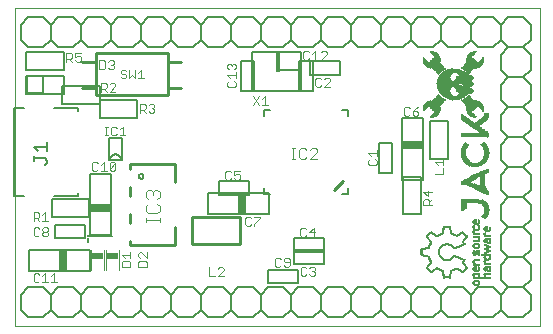
<source format=gto>
G75*
%MOIN*%
%OFA0B0*%
%FSLAX25Y25*%
%IPPOS*%
%LPD*%
%AMOC8*
5,1,8,0,0,1.08239X$1,22.5*
%
%ADD10C,0.00000*%
%ADD11C,0.00800*%
%ADD12C,0.00500*%
%ADD13C,0.00300*%
%ADD14R,0.07000X0.02500*%
%ADD15R,0.02500X0.07000*%
%ADD16C,0.00400*%
%ADD17R,0.04331X0.02362*%
%ADD18C,0.01000*%
%ADD19R,0.08250X0.01000*%
%ADD20R,0.01250X0.06500*%
%ADD21R,0.00031X0.00756*%
%ADD22R,0.00031X0.00787*%
%ADD23R,0.00031X0.01197*%
%ADD24R,0.00031X0.01260*%
%ADD25R,0.00031X0.01480*%
%ADD26R,0.00031X0.01638*%
%ADD27R,0.00031X0.01732*%
%ADD28R,0.00031X0.01921*%
%ADD29R,0.00031X0.02173*%
%ADD30R,0.00031X0.02362*%
%ADD31R,0.00031X0.02551*%
%ADD32R,0.00031X0.02520*%
%ADD33R,0.00031X0.02772*%
%ADD34R,0.00031X0.02709*%
%ADD35R,0.00031X0.01606*%
%ADD36R,0.00031X0.02929*%
%ADD37R,0.00031X0.01449*%
%ADD38R,0.00031X0.01008*%
%ADD39R,0.00031X0.02961*%
%ADD40R,0.00031X0.01575*%
%ADD41R,0.00031X0.03244*%
%ADD42R,0.00031X0.01291*%
%ADD43R,0.00031X0.03118*%
%ADD44R,0.00031X0.03339*%
%ADD45R,0.00031X0.01386*%
%ADD46R,0.00031X0.03496*%
%ADD47R,0.00031X0.01512*%
%ADD48R,0.00031X0.03370*%
%ADD49R,0.00031X0.03622*%
%ADD50R,0.00031X0.01543*%
%ADD51R,0.00031X0.03591*%
%ADD52R,0.00031X0.03874*%
%ADD53R,0.00031X0.03685*%
%ADD54R,0.00031X0.04000*%
%ADD55R,0.00031X0.01701*%
%ADD56R,0.00031X0.03811*%
%ADD57R,0.00031X0.04063*%
%ADD58R,0.00031X0.01764*%
%ADD59R,0.00031X0.04189*%
%ADD60R,0.00031X0.01795*%
%ADD61R,0.00031X0.04094*%
%ADD62R,0.00031X0.04378*%
%ADD63R,0.00031X0.01890*%
%ADD64R,0.00031X0.04157*%
%ADD65R,0.00031X0.04504*%
%ADD66R,0.00031X0.01669*%
%ADD67R,0.00031X0.04252*%
%ADD68R,0.00031X0.04567*%
%ADD69R,0.00031X0.01953*%
%ADD70R,0.00031X0.04315*%
%ADD71R,0.00031X0.04693*%
%ADD72R,0.00031X0.01984*%
%ADD73R,0.00031X0.04535*%
%ADD74R,0.00031X0.04882*%
%ADD75R,0.00031X0.02047*%
%ADD76R,0.00031X0.04598*%
%ADD77R,0.00031X0.04945*%
%ADD78R,0.00031X0.02079*%
%ADD79R,0.00031X0.04661*%
%ADD80R,0.00031X0.05039*%
%ADD81R,0.00031X0.02110*%
%ADD82R,0.00031X0.04756*%
%ADD83R,0.00031X0.05134*%
%ADD84R,0.00031X0.02142*%
%ADD85R,0.00031X0.05291*%
%ADD86R,0.00031X0.01827*%
%ADD87R,0.00031X0.04976*%
%ADD88R,0.00031X0.05323*%
%ADD89R,0.00031X0.02205*%
%ADD90R,0.00031X0.05008*%
%ADD91R,0.00031X0.05449*%
%ADD92R,0.00031X0.01858*%
%ADD93R,0.00031X0.02268*%
%ADD94R,0.00031X0.05071*%
%ADD95R,0.00031X0.05512*%
%ADD96R,0.00031X0.05197*%
%ADD97R,0.00031X0.05638*%
%ADD98R,0.00031X0.02299*%
%ADD99R,0.00031X0.05260*%
%ADD100R,0.00031X0.05732*%
%ADD101R,0.00031X0.02331*%
%ADD102R,0.00031X0.05354*%
%ADD103R,0.00031X0.05795*%
%ADD104R,0.00031X0.05386*%
%ADD105R,0.00031X0.05827*%
%ADD106R,0.00031X0.02394*%
%ADD107R,0.00031X0.05480*%
%ADD108R,0.00031X0.05984*%
%ADD109R,0.00031X0.02425*%
%ADD110R,0.00031X0.05543*%
%ADD111R,0.00031X0.06047*%
%ADD112R,0.00031X0.02457*%
%ADD113R,0.00031X0.06079*%
%ADD114R,0.00031X0.02016*%
%ADD115R,0.00031X0.02488*%
%ADD116R,0.00031X0.05669*%
%ADD117R,0.00031X0.06173*%
%ADD118R,0.00031X0.06268*%
%ADD119R,0.00031X0.06331*%
%ADD120R,0.00031X0.06394*%
%ADD121R,0.00031X0.02583*%
%ADD122R,0.00031X0.05701*%
%ADD123R,0.00031X0.02236*%
%ADD124R,0.00031X0.06457*%
%ADD125R,0.00031X0.06520*%
%ADD126R,0.00031X0.02614*%
%ADD127R,0.00031X0.06614*%
%ADD128R,0.00031X0.02646*%
%ADD129R,0.00031X0.06677*%
%ADD130R,0.00031X0.06740*%
%ADD131R,0.00031X0.02677*%
%ADD132R,0.00031X0.06772*%
%ADD133R,0.00031X0.03150*%
%ADD134R,0.00031X0.06866*%
%ADD135R,0.00031X0.02740*%
%ADD136R,0.00031X0.02803*%
%ADD137R,0.00031X0.06929*%
%ADD138R,0.00031X0.07937*%
%ADD139R,0.00031X0.03181*%
%ADD140R,0.00031X0.03213*%
%ADD141R,0.00031X0.07906*%
%ADD142R,0.00031X0.02992*%
%ADD143R,0.00031X0.07843*%
%ADD144R,0.00031X0.02835*%
%ADD145R,0.00031X0.07780*%
%ADD146R,0.00031X0.02866*%
%ADD147R,0.00031X0.07717*%
%ADD148R,0.00031X0.00189*%
%ADD149R,0.00031X0.07685*%
%ADD150R,0.00031X0.01323*%
%ADD151R,0.00031X0.07654*%
%ADD152R,0.00031X0.01102*%
%ADD153R,0.00031X0.07591*%
%ADD154R,0.00031X0.01071*%
%ADD155R,0.00031X0.07528*%
%ADD156R,0.00031X0.00913*%
%ADD157R,0.00031X0.00819*%
%ADD158R,0.00031X0.07465*%
%ADD159R,0.00031X0.07433*%
%ADD160R,0.00031X0.00661*%
%ADD161R,0.00031X0.07402*%
%ADD162R,0.00031X0.00567*%
%ADD163R,0.00031X0.07370*%
%ADD164R,0.00031X0.00504*%
%ADD165R,0.00031X0.07339*%
%ADD166R,0.00031X0.00472*%
%ADD167R,0.00031X0.07307*%
%ADD168R,0.00031X0.00409*%
%ADD169R,0.00031X0.07276*%
%ADD170R,0.00031X0.00346*%
%ADD171R,0.00031X0.07213*%
%ADD172R,0.00031X0.01165*%
%ADD173R,0.00031X0.00315*%
%ADD174R,0.00031X0.01134*%
%ADD175R,0.00031X0.00252*%
%ADD176R,0.00031X0.07181*%
%ADD177R,0.00031X0.01039*%
%ADD178R,0.00031X0.00126*%
%ADD179R,0.00031X0.07150*%
%ADD180R,0.00031X0.07087*%
%ADD181R,0.00031X0.00063*%
%ADD182R,0.00031X0.00850*%
%ADD183R,0.00031X0.00031*%
%ADD184R,0.00031X0.07024*%
%ADD185R,0.00031X0.02898*%
%ADD186R,0.00031X0.06992*%
%ADD187R,0.00031X0.00724*%
%ADD188R,0.00031X0.06961*%
%ADD189R,0.00031X0.00693*%
%ADD190R,0.00031X0.00630*%
%ADD191R,0.00031X0.06898*%
%ADD192R,0.00031X0.03024*%
%ADD193R,0.00031X0.06835*%
%ADD194R,0.00031X0.00441*%
%ADD195R,0.00031X0.03055*%
%ADD196R,0.00031X0.00378*%
%ADD197R,0.00031X0.04913*%
%ADD198R,0.00031X0.00283*%
%ADD199R,0.00031X0.04819*%
%ADD200R,0.00031X0.04724*%
%ADD201R,0.00031X0.04630*%
%ADD202R,0.00031X0.04409*%
%ADD203R,0.00031X0.04283*%
%ADD204R,0.00031X0.04126*%
%ADD205R,0.00031X0.03906*%
%ADD206R,0.00031X0.03433*%
%ADD207R,0.00031X0.03276*%
%ADD208R,0.00031X0.03087*%
%ADD209R,0.00031X0.01417*%
%ADD210R,0.00031X0.03307*%
%ADD211R,0.00031X0.00220*%
%ADD212R,0.00031X0.00535*%
%ADD213R,0.00031X0.00598*%
%ADD214R,0.00031X0.01354*%
%ADD215R,0.00031X0.03402*%
%ADD216R,0.00031X0.06803*%
%ADD217R,0.00031X0.06551*%
%ADD218R,0.00031X0.03465*%
%ADD219R,0.00031X0.06299*%
%ADD220R,0.00031X0.03528*%
%ADD221R,0.00031X0.06236*%
%ADD222R,0.00031X0.06142*%
%ADD223R,0.00031X0.03559*%
%ADD224R,0.00031X0.05890*%
%ADD225R,0.00031X0.03654*%
%ADD226R,0.00031X0.05165*%
%ADD227R,0.00031X0.03717*%
%ADD228R,0.00031X0.03748*%
%ADD229R,0.00031X0.03780*%
%ADD230R,0.00031X0.04472*%
%ADD231R,0.00031X0.03937*%
%ADD232R,0.00031X0.03843*%
%ADD233R,0.00031X0.00094*%
%ADD234R,0.00031X0.00157*%
%ADD235R,0.00031X0.00882*%
%ADD236R,0.00031X0.00945*%
%ADD237R,0.00031X0.00976*%
%ADD238R,0.00031X0.01228*%
%ADD239R,0.00031X0.03969*%
%ADD240R,0.00031X0.04031*%
%ADD241R,0.00031X0.04220*%
%ADD242R,0.00031X0.04346*%
%ADD243R,0.00031X0.06110*%
%ADD244R,0.00031X0.06205*%
%ADD245R,0.00031X0.06362*%
%ADD246R,0.00031X0.06425*%
%ADD247R,0.00031X0.06488*%
%ADD248R,0.00031X0.06016*%
%ADD249R,0.00031X0.05953*%
%ADD250R,0.00031X0.05921*%
%ADD251R,0.00031X0.05858*%
%ADD252R,0.00031X0.05764*%
%ADD253R,0.00031X0.05606*%
%ADD254R,0.00031X0.07055*%
%ADD255R,0.00031X0.07118*%
%ADD256R,0.00031X0.07244*%
%ADD257R,0.00031X0.07622*%
%ADD258R,0.00031X0.07748*%
%ADD259R,0.00031X0.07811*%
%ADD260R,0.00031X0.07874*%
%ADD261R,0.00031X0.08000*%
%ADD262R,0.00031X0.08063*%
%ADD263R,0.00031X0.08094*%
%ADD264R,0.00031X0.08126*%
%ADD265R,0.00031X0.08189*%
%ADD266R,0.00031X0.08252*%
%ADD267R,0.00031X0.08315*%
%ADD268R,0.00031X0.08378*%
%ADD269R,0.00031X0.08409*%
%ADD270R,0.00031X0.08441*%
%ADD271R,0.00031X0.08504*%
%ADD272R,0.00031X0.08535*%
%ADD273R,0.00031X0.04441*%
%ADD274R,0.00031X0.04787*%
%ADD275R,0.00031X0.04850*%
%ADD276R,0.00031X0.05417*%
%ADD277R,0.00031X0.05228*%
%ADD278R,0.00031X0.05102*%
%ADD279R,0.00031X0.10142*%
%ADD280R,0.00031X0.10110*%
%ADD281R,0.00031X0.10079*%
%ADD282R,0.00031X0.10047*%
%ADD283R,0.00031X0.10016*%
%ADD284R,0.00031X0.09984*%
%ADD285R,0.00031X0.09953*%
%ADD286R,0.00031X0.09890*%
%ADD287R,0.00031X0.09858*%
%ADD288R,0.00031X0.09827*%
%ADD289R,0.00031X0.09795*%
%ADD290R,0.00031X0.09764*%
%ADD291R,0.00031X0.09701*%
%ADD292R,0.00031X0.09669*%
%ADD293R,0.00031X0.09638*%
%ADD294R,0.00031X0.09606*%
%ADD295R,0.00031X0.09575*%
%ADD296R,0.00031X0.09543*%
%ADD297R,0.00031X0.09512*%
%ADD298R,0.00031X0.09480*%
%ADD299R,0.00031X0.09449*%
%ADD300R,0.00031X0.09417*%
%ADD301R,0.00031X0.09386*%
%ADD302R,0.00031X0.09354*%
%ADD303R,0.00031X0.09323*%
%ADD304R,0.00031X0.09260*%
%ADD305R,0.00031X0.09197*%
%ADD306R,0.00031X0.09134*%
%ADD307R,0.00031X0.09071*%
%ADD308R,0.00031X0.09039*%
%ADD309R,0.00031X0.09008*%
%ADD310R,0.00031X0.08976*%
%ADD311R,0.00031X0.08945*%
%ADD312R,0.00031X0.08913*%
%ADD313R,0.00031X0.08882*%
%ADD314R,0.00031X0.08819*%
%ADD315R,0.00031X0.08756*%
%ADD316R,0.00031X0.08724*%
%ADD317R,0.00031X0.08693*%
%ADD318R,0.00031X0.08630*%
%ADD319R,0.00031X0.08567*%
%ADD320R,0.00031X0.08220*%
%ADD321R,0.00031X0.07496*%
%ADD322R,0.00031X0.05575*%
%ADD323R,0.01000X0.06000*%
%ADD324C,0.00600*%
D10*
X0016933Y0019933D02*
X0016933Y0125933D01*
X0191933Y0125933D01*
X0191933Y0019933D01*
X0016933Y0019933D01*
D11*
X0041433Y0047933D02*
X0041433Y0049433D01*
X0041433Y0049933D02*
X0041433Y0050433D01*
X0041433Y0049933D02*
X0049433Y0049933D01*
X0048465Y0075199D02*
X0048372Y0075199D01*
X0048372Y0082667D01*
X0052494Y0082667D01*
X0052494Y0075199D01*
X0052402Y0075199D01*
X0048465Y0075199D01*
X0048464Y0075199D02*
X0048466Y0075286D01*
X0048472Y0075373D01*
X0048481Y0075460D01*
X0048495Y0075546D01*
X0048512Y0075631D01*
X0048533Y0075716D01*
X0048558Y0075799D01*
X0048586Y0075882D01*
X0048618Y0075963D01*
X0048654Y0076042D01*
X0048693Y0076120D01*
X0048735Y0076196D01*
X0048781Y0076270D01*
X0048830Y0076342D01*
X0048882Y0076412D01*
X0048937Y0076479D01*
X0048995Y0076544D01*
X0049056Y0076607D01*
X0049120Y0076666D01*
X0049186Y0076723D01*
X0049255Y0076776D01*
X0049326Y0076827D01*
X0049399Y0076874D01*
X0049474Y0076919D01*
X0049551Y0076959D01*
X0049629Y0076997D01*
X0049710Y0077030D01*
X0049791Y0077061D01*
X0049874Y0077087D01*
X0049959Y0077110D01*
X0050044Y0077129D01*
X0050129Y0077144D01*
X0050216Y0077156D01*
X0050302Y0077164D01*
X0050389Y0077168D01*
X0050477Y0077168D01*
X0050564Y0077164D01*
X0050650Y0077156D01*
X0050737Y0077144D01*
X0050822Y0077129D01*
X0050907Y0077110D01*
X0050992Y0077087D01*
X0051075Y0077061D01*
X0051156Y0077030D01*
X0051237Y0076997D01*
X0051315Y0076959D01*
X0051392Y0076919D01*
X0051467Y0076874D01*
X0051540Y0076827D01*
X0051611Y0076776D01*
X0051680Y0076723D01*
X0051746Y0076666D01*
X0051810Y0076607D01*
X0051871Y0076544D01*
X0051929Y0076479D01*
X0051984Y0076412D01*
X0052036Y0076342D01*
X0052085Y0076270D01*
X0052131Y0076196D01*
X0052173Y0076120D01*
X0052212Y0076042D01*
X0052248Y0075963D01*
X0052280Y0075882D01*
X0052308Y0075799D01*
X0052333Y0075716D01*
X0052354Y0075631D01*
X0052371Y0075546D01*
X0052385Y0075460D01*
X0052394Y0075373D01*
X0052400Y0075286D01*
X0052402Y0075199D01*
D12*
X0048933Y0070683D02*
X0048933Y0050183D01*
X0041933Y0050183D01*
X0041933Y0070683D01*
X0048933Y0070683D01*
X0058209Y0069882D02*
X0058211Y0069938D01*
X0058217Y0069993D01*
X0058227Y0070047D01*
X0058240Y0070101D01*
X0058258Y0070154D01*
X0058279Y0070205D01*
X0058303Y0070255D01*
X0058331Y0070303D01*
X0058363Y0070349D01*
X0058397Y0070393D01*
X0058435Y0070434D01*
X0058475Y0070472D01*
X0058518Y0070507D01*
X0058563Y0070539D01*
X0058611Y0070568D01*
X0058660Y0070594D01*
X0058711Y0070616D01*
X0058763Y0070634D01*
X0058817Y0070648D01*
X0058872Y0070659D01*
X0058927Y0070666D01*
X0058982Y0070669D01*
X0059038Y0070668D01*
X0059093Y0070663D01*
X0059148Y0070654D01*
X0059202Y0070642D01*
X0059255Y0070625D01*
X0059307Y0070605D01*
X0059357Y0070581D01*
X0059405Y0070554D01*
X0059452Y0070524D01*
X0059496Y0070490D01*
X0059538Y0070453D01*
X0059576Y0070413D01*
X0059613Y0070371D01*
X0059646Y0070326D01*
X0059675Y0070280D01*
X0059702Y0070231D01*
X0059724Y0070180D01*
X0059744Y0070128D01*
X0059759Y0070074D01*
X0059771Y0070020D01*
X0059779Y0069965D01*
X0059783Y0069910D01*
X0059783Y0069854D01*
X0059779Y0069799D01*
X0059771Y0069744D01*
X0059759Y0069690D01*
X0059744Y0069636D01*
X0059724Y0069584D01*
X0059702Y0069533D01*
X0059675Y0069484D01*
X0059646Y0069438D01*
X0059613Y0069393D01*
X0059576Y0069351D01*
X0059538Y0069311D01*
X0059496Y0069274D01*
X0059452Y0069240D01*
X0059405Y0069210D01*
X0059357Y0069183D01*
X0059307Y0069159D01*
X0059255Y0069139D01*
X0059202Y0069122D01*
X0059148Y0069110D01*
X0059093Y0069101D01*
X0059038Y0069096D01*
X0058982Y0069095D01*
X0058927Y0069098D01*
X0058872Y0069105D01*
X0058817Y0069116D01*
X0058763Y0069130D01*
X0058711Y0069148D01*
X0058660Y0069170D01*
X0058611Y0069196D01*
X0058563Y0069225D01*
X0058518Y0069257D01*
X0058475Y0069292D01*
X0058435Y0069330D01*
X0058397Y0069371D01*
X0058363Y0069415D01*
X0058331Y0069461D01*
X0058303Y0069509D01*
X0058279Y0069559D01*
X0058258Y0069610D01*
X0058240Y0069663D01*
X0058227Y0069717D01*
X0058217Y0069771D01*
X0058211Y0069826D01*
X0058209Y0069882D01*
X0041683Y0062433D02*
X0041683Y0056433D01*
X0029183Y0056433D01*
X0029183Y0062433D01*
X0029683Y0062433D01*
X0030433Y0062433D01*
X0041683Y0062433D01*
X0037992Y0063169D02*
X0037992Y0064154D01*
X0037992Y0063169D02*
X0029921Y0063169D01*
X0020079Y0063169D02*
X0016614Y0063169D01*
X0016614Y0092697D01*
X0020079Y0092697D01*
X0020683Y0097433D02*
X0020683Y0097683D01*
X0025933Y0097683D01*
X0020933Y0097433D02*
X0020933Y0103183D01*
X0025933Y0103183D01*
X0020933Y0103183D02*
X0020933Y0103433D01*
X0020683Y0103433D01*
X0020683Y0097683D01*
X0020683Y0097433D02*
X0020933Y0097433D01*
X0033183Y0097433D01*
X0033183Y0103433D01*
X0020933Y0103433D01*
X0020683Y0105433D02*
X0020683Y0111433D01*
X0021183Y0111433D01*
X0021933Y0111433D01*
X0033183Y0111433D01*
X0033183Y0105433D01*
X0020683Y0105433D01*
X0032683Y0099933D02*
X0033183Y0099933D01*
X0033933Y0099933D01*
X0045183Y0099933D01*
X0045183Y0093933D01*
X0032683Y0093933D01*
X0032683Y0099933D01*
X0029921Y0092697D02*
X0037992Y0092697D01*
X0037992Y0091713D01*
X0045183Y0089433D02*
X0045183Y0095433D01*
X0057683Y0095433D01*
X0057683Y0089433D01*
X0057183Y0089433D01*
X0056433Y0089433D01*
X0045183Y0089433D01*
X0027683Y0081186D02*
X0027683Y0078183D01*
X0027683Y0079684D02*
X0023179Y0079684D01*
X0024681Y0078183D01*
X0023179Y0076582D02*
X0023179Y0075080D01*
X0023179Y0075831D02*
X0026932Y0075831D01*
X0027683Y0075080D01*
X0027683Y0074330D01*
X0026932Y0073579D01*
X0030433Y0053683D02*
X0030683Y0053683D01*
X0030933Y0053683D01*
X0040433Y0053683D01*
X0040433Y0049183D01*
X0030433Y0049183D01*
X0030433Y0053683D01*
X0021583Y0045433D02*
X0042083Y0045433D01*
X0042083Y0038433D01*
X0021583Y0038433D01*
X0021583Y0045433D01*
X0081183Y0057433D02*
X0081183Y0064433D01*
X0101683Y0064433D01*
X0101683Y0057433D01*
X0081183Y0057433D01*
X0084933Y0063683D02*
X0084933Y0068183D01*
X0094933Y0068183D01*
X0094933Y0063683D01*
X0094683Y0063683D01*
X0094433Y0063683D01*
X0084933Y0063683D01*
X0099933Y0063933D02*
X0099933Y0065933D01*
X0099933Y0063933D02*
X0101933Y0063933D01*
X0109933Y0049183D02*
X0119933Y0049183D01*
X0119933Y0044683D01*
X0119683Y0044683D01*
X0119433Y0044683D01*
X0109933Y0044683D01*
X0109933Y0049183D01*
X0109933Y0045183D02*
X0119933Y0045183D01*
X0119933Y0040683D01*
X0119683Y0040683D01*
X0119433Y0040683D01*
X0109933Y0040683D01*
X0109933Y0045183D01*
X0111433Y0038683D02*
X0101933Y0038683D01*
X0101683Y0038683D01*
X0101433Y0038683D01*
X0101433Y0034183D01*
X0111433Y0034183D01*
X0111433Y0038683D01*
X0146433Y0057183D02*
X0146433Y0057683D01*
X0146433Y0058433D01*
X0146433Y0069683D01*
X0152433Y0069683D01*
X0152433Y0057183D01*
X0146433Y0057183D01*
X0145933Y0068683D02*
X0145933Y0089183D01*
X0152933Y0089183D01*
X0152933Y0068683D01*
X0145933Y0068683D01*
X0142683Y0070933D02*
X0138183Y0070933D01*
X0138183Y0080933D01*
X0142683Y0080933D01*
X0142683Y0080683D01*
X0142683Y0080433D01*
X0142683Y0070933D01*
X0155433Y0075683D02*
X0161433Y0075683D01*
X0161433Y0088183D01*
X0155433Y0088183D01*
X0155433Y0075683D01*
X0127933Y0065933D02*
X0127933Y0063933D01*
X0125933Y0063933D01*
X0127933Y0089933D02*
X0127933Y0091933D01*
X0125933Y0091933D01*
X0116183Y0098433D02*
X0111683Y0098433D01*
X0111683Y0108433D01*
X0116183Y0108433D01*
X0116183Y0108183D01*
X0116183Y0107933D01*
X0116183Y0098433D01*
X0112333Y0098233D02*
X0112333Y0111233D01*
X0095833Y0111233D01*
X0095833Y0098233D01*
X0112333Y0098233D01*
X0115433Y0103683D02*
X0115433Y0108183D01*
X0125433Y0108183D01*
X0125433Y0103683D01*
X0125183Y0103683D01*
X0124933Y0103683D01*
X0115433Y0103683D01*
X0101933Y0091933D02*
X0099933Y0091933D01*
X0099933Y0089933D01*
X0096683Y0098433D02*
X0092183Y0098433D01*
X0092183Y0098683D01*
X0092183Y0098933D01*
X0092183Y0108433D01*
X0096683Y0108433D01*
X0096683Y0098433D01*
D13*
X0096287Y0096586D02*
X0098222Y0093683D01*
X0099233Y0093683D02*
X0101168Y0093683D01*
X0100201Y0093683D02*
X0100201Y0096586D01*
X0099233Y0095618D01*
X0098222Y0096586D02*
X0096287Y0093683D01*
X0090126Y0099615D02*
X0088191Y0099615D01*
X0087707Y0100098D01*
X0087707Y0101066D01*
X0088191Y0101550D01*
X0088675Y0102561D02*
X0087707Y0103529D01*
X0090610Y0103529D01*
X0090610Y0104496D02*
X0090610Y0102561D01*
X0090126Y0101550D02*
X0090610Y0101066D01*
X0090610Y0100098D01*
X0090126Y0099615D01*
X0090126Y0105508D02*
X0090610Y0105991D01*
X0090610Y0106959D01*
X0090126Y0107443D01*
X0089642Y0107443D01*
X0089159Y0106959D01*
X0089159Y0106475D01*
X0089159Y0106959D02*
X0088675Y0107443D01*
X0088191Y0107443D01*
X0087707Y0106959D01*
X0087707Y0105991D01*
X0088191Y0105508D01*
X0113115Y0109240D02*
X0113598Y0108756D01*
X0114566Y0108756D01*
X0115050Y0109240D01*
X0116061Y0108756D02*
X0117996Y0108756D01*
X0117029Y0108756D02*
X0117029Y0111659D01*
X0116061Y0110691D01*
X0115050Y0111175D02*
X0114566Y0111659D01*
X0113598Y0111659D01*
X0113115Y0111175D01*
X0113115Y0109240D01*
X0119008Y0108756D02*
X0120943Y0110691D01*
X0120943Y0111175D01*
X0120459Y0111659D01*
X0119491Y0111659D01*
X0119008Y0111175D01*
X0119008Y0108756D02*
X0120943Y0108756D01*
X0120545Y0102659D02*
X0120061Y0102175D01*
X0120545Y0102659D02*
X0121512Y0102659D01*
X0121996Y0102175D01*
X0121996Y0101691D01*
X0120061Y0099756D01*
X0121996Y0099756D01*
X0119050Y0100240D02*
X0118566Y0099756D01*
X0117598Y0099756D01*
X0117115Y0100240D01*
X0117115Y0102175D01*
X0117598Y0102659D01*
X0118566Y0102659D01*
X0119050Y0102175D01*
X0146583Y0092502D02*
X0146583Y0090567D01*
X0147067Y0090083D01*
X0148034Y0090083D01*
X0148518Y0090567D01*
X0149530Y0090567D02*
X0149530Y0091534D01*
X0150981Y0091534D01*
X0151465Y0091051D01*
X0151465Y0090567D01*
X0150981Y0090083D01*
X0150013Y0090083D01*
X0149530Y0090567D01*
X0149530Y0091534D02*
X0150497Y0092502D01*
X0151465Y0092986D01*
X0148518Y0092502D02*
X0148034Y0092986D01*
X0147067Y0092986D01*
X0146583Y0092502D01*
X0137610Y0078496D02*
X0137610Y0076561D01*
X0137610Y0077529D02*
X0134707Y0077529D01*
X0135675Y0076561D01*
X0135191Y0075550D02*
X0134707Y0075066D01*
X0134707Y0074098D01*
X0135191Y0073615D01*
X0137126Y0073615D01*
X0137610Y0074098D01*
X0137610Y0075066D01*
X0137126Y0075550D01*
X0153081Y0064588D02*
X0154532Y0063137D01*
X0154532Y0065072D01*
X0155983Y0064588D02*
X0153081Y0064588D01*
X0153564Y0062125D02*
X0154532Y0062125D01*
X0155016Y0061641D01*
X0155016Y0060190D01*
X0155983Y0060190D02*
X0153081Y0060190D01*
X0153081Y0061641D01*
X0153564Y0062125D01*
X0155016Y0061158D02*
X0155983Y0062125D01*
X0156881Y0070583D02*
X0159783Y0070583D01*
X0159783Y0072518D01*
X0159783Y0073530D02*
X0159783Y0075465D01*
X0159783Y0074497D02*
X0156881Y0074497D01*
X0157848Y0073530D01*
X0117780Y0075552D02*
X0115311Y0075552D01*
X0117780Y0078020D01*
X0117780Y0078638D01*
X0117162Y0079255D01*
X0115928Y0079255D01*
X0115311Y0078638D01*
X0114096Y0078638D02*
X0113479Y0079255D01*
X0112245Y0079255D01*
X0111628Y0078638D01*
X0111628Y0076169D01*
X0112245Y0075552D01*
X0113479Y0075552D01*
X0114096Y0076169D01*
X0110407Y0075552D02*
X0109172Y0075552D01*
X0109789Y0075552D02*
X0109789Y0079255D01*
X0109172Y0079255D02*
X0110407Y0079255D01*
X0091996Y0071659D02*
X0090061Y0071659D01*
X0090061Y0070208D01*
X0091029Y0070691D01*
X0091512Y0070691D01*
X0091996Y0070208D01*
X0091996Y0069240D01*
X0091512Y0068756D01*
X0090545Y0068756D01*
X0090061Y0069240D01*
X0089050Y0069240D02*
X0088566Y0068756D01*
X0087598Y0068756D01*
X0087115Y0069240D01*
X0087115Y0071175D01*
X0087598Y0071659D01*
X0088566Y0071659D01*
X0089050Y0071175D01*
X0094174Y0056286D02*
X0093690Y0055802D01*
X0093690Y0053867D01*
X0094174Y0053383D01*
X0095141Y0053383D01*
X0095625Y0053867D01*
X0096637Y0053867D02*
X0096637Y0053383D01*
X0096637Y0053867D02*
X0098572Y0055802D01*
X0098572Y0056286D01*
X0096637Y0056286D01*
X0095625Y0055802D02*
X0095141Y0056286D01*
X0094174Y0056286D01*
X0112115Y0052175D02*
X0112115Y0050240D01*
X0112598Y0049756D01*
X0113566Y0049756D01*
X0114050Y0050240D01*
X0115061Y0051208D02*
X0116996Y0051208D01*
X0116512Y0052659D02*
X0116512Y0049756D01*
X0115061Y0051208D02*
X0116512Y0052659D01*
X0114050Y0052175D02*
X0113566Y0052659D01*
X0112598Y0052659D01*
X0112115Y0052175D01*
X0108012Y0042659D02*
X0107045Y0042659D01*
X0106561Y0042175D01*
X0106561Y0041691D01*
X0107045Y0041208D01*
X0108496Y0041208D01*
X0108496Y0042175D02*
X0108012Y0042659D01*
X0108496Y0042175D02*
X0108496Y0040240D01*
X0108012Y0039756D01*
X0107045Y0039756D01*
X0106561Y0040240D01*
X0105550Y0040240D02*
X0105066Y0039756D01*
X0104098Y0039756D01*
X0103615Y0040240D01*
X0103615Y0042175D01*
X0104098Y0042659D01*
X0105066Y0042659D01*
X0105550Y0042175D01*
X0112159Y0039129D02*
X0112159Y0037194D01*
X0112642Y0036710D01*
X0113610Y0036710D01*
X0114094Y0037194D01*
X0115105Y0037194D02*
X0115589Y0036710D01*
X0116556Y0036710D01*
X0117040Y0037194D01*
X0117040Y0037677D01*
X0116556Y0038161D01*
X0116073Y0038161D01*
X0116556Y0038161D02*
X0117040Y0038645D01*
X0117040Y0039129D01*
X0116556Y0039612D01*
X0115589Y0039612D01*
X0115105Y0039129D01*
X0114094Y0039129D02*
X0113610Y0039612D01*
X0112642Y0039612D01*
X0112159Y0039129D01*
X0086518Y0039002D02*
X0086034Y0039486D01*
X0085067Y0039486D01*
X0084583Y0039002D01*
X0086518Y0039002D02*
X0086518Y0038518D01*
X0084583Y0036583D01*
X0086518Y0036583D01*
X0083572Y0036583D02*
X0081637Y0036583D01*
X0081637Y0039486D01*
X0060936Y0039686D02*
X0060936Y0041137D01*
X0060452Y0041621D01*
X0058517Y0041621D01*
X0058033Y0041137D01*
X0058033Y0039686D01*
X0060936Y0039686D01*
X0060936Y0042633D02*
X0059001Y0044568D01*
X0058517Y0044568D01*
X0058033Y0044084D01*
X0058033Y0043116D01*
X0058517Y0042633D01*
X0060936Y0042633D02*
X0060936Y0044568D01*
X0055436Y0044568D02*
X0055436Y0042633D01*
X0055436Y0043600D02*
X0052533Y0043600D01*
X0053501Y0042633D01*
X0053017Y0041621D02*
X0052533Y0041137D01*
X0052533Y0039686D01*
X0055436Y0039686D01*
X0055436Y0041137D01*
X0054952Y0041621D01*
X0053017Y0041621D01*
X0031011Y0034583D02*
X0029076Y0034583D01*
X0030044Y0034583D02*
X0030044Y0037486D01*
X0029076Y0036518D01*
X0027097Y0037486D02*
X0027097Y0034583D01*
X0026130Y0034583D02*
X0028065Y0034583D01*
X0026130Y0036518D02*
X0027097Y0037486D01*
X0025118Y0037002D02*
X0024634Y0037486D01*
X0023667Y0037486D01*
X0023183Y0037002D01*
X0023183Y0035067D01*
X0023667Y0034583D01*
X0024634Y0034583D01*
X0025118Y0035067D01*
X0024641Y0049883D02*
X0025125Y0050367D01*
X0024641Y0049883D02*
X0023674Y0049883D01*
X0023190Y0050367D01*
X0023190Y0052302D01*
X0023674Y0052786D01*
X0024641Y0052786D01*
X0025125Y0052302D01*
X0026137Y0052302D02*
X0026620Y0052786D01*
X0027588Y0052786D01*
X0028072Y0052302D01*
X0028072Y0051818D01*
X0027588Y0051334D01*
X0026620Y0051334D01*
X0026137Y0051818D01*
X0026137Y0052302D01*
X0026620Y0051334D02*
X0026137Y0050851D01*
X0026137Y0050367D01*
X0026620Y0049883D01*
X0027588Y0049883D01*
X0028072Y0050367D01*
X0028072Y0050851D01*
X0027588Y0051334D01*
X0028072Y0054883D02*
X0026137Y0054883D01*
X0027104Y0054883D02*
X0027104Y0057786D01*
X0026137Y0056818D01*
X0025125Y0056334D02*
X0024641Y0055851D01*
X0023190Y0055851D01*
X0024158Y0055851D02*
X0025125Y0054883D01*
X0025125Y0056334D02*
X0025125Y0057302D01*
X0024641Y0057786D01*
X0023190Y0057786D01*
X0023190Y0054883D01*
X0042615Y0072240D02*
X0043098Y0071756D01*
X0044066Y0071756D01*
X0044550Y0072240D01*
X0045561Y0071756D02*
X0047496Y0071756D01*
X0046529Y0071756D02*
X0046529Y0074659D01*
X0045561Y0073691D01*
X0044550Y0074175D02*
X0044066Y0074659D01*
X0043098Y0074659D01*
X0042615Y0074175D01*
X0042615Y0072240D01*
X0048508Y0072240D02*
X0048991Y0071756D01*
X0049959Y0071756D01*
X0050443Y0072240D01*
X0050443Y0074175D01*
X0048508Y0072240D01*
X0048508Y0074175D01*
X0048991Y0074659D01*
X0049959Y0074659D01*
X0050443Y0074175D01*
X0050373Y0083520D02*
X0049406Y0083520D01*
X0048922Y0084004D01*
X0048922Y0085939D01*
X0049406Y0086423D01*
X0050373Y0086423D01*
X0050857Y0085939D01*
X0051868Y0085455D02*
X0052836Y0086423D01*
X0052836Y0083520D01*
X0053803Y0083520D02*
X0051868Y0083520D01*
X0050857Y0084004D02*
X0050373Y0083520D01*
X0047925Y0083520D02*
X0046958Y0083520D01*
X0047441Y0083520D02*
X0047441Y0086423D01*
X0046958Y0086423D02*
X0047925Y0086423D01*
X0058583Y0091083D02*
X0058583Y0093986D01*
X0060034Y0093986D01*
X0060518Y0093502D01*
X0060518Y0092534D01*
X0060034Y0092051D01*
X0058583Y0092051D01*
X0059551Y0092051D02*
X0060518Y0091083D01*
X0061530Y0091567D02*
X0062013Y0091083D01*
X0062981Y0091083D01*
X0063465Y0091567D01*
X0063465Y0092051D01*
X0062981Y0092534D01*
X0062497Y0092534D01*
X0062981Y0092534D02*
X0063465Y0093018D01*
X0063465Y0093502D01*
X0062981Y0093986D01*
X0062013Y0093986D01*
X0061530Y0093502D01*
X0050465Y0098083D02*
X0048530Y0098083D01*
X0050465Y0100018D01*
X0050465Y0100502D01*
X0049981Y0100986D01*
X0049013Y0100986D01*
X0048530Y0100502D01*
X0047518Y0100502D02*
X0047518Y0099534D01*
X0047034Y0099051D01*
X0045583Y0099051D01*
X0046551Y0099051D02*
X0047518Y0098083D01*
X0045583Y0098083D02*
X0045583Y0100986D01*
X0047034Y0100986D01*
X0047518Y0100502D01*
X0052163Y0102967D02*
X0052647Y0102483D01*
X0053615Y0102483D01*
X0054098Y0102967D01*
X0054098Y0103451D01*
X0053615Y0103934D01*
X0052647Y0103934D01*
X0052163Y0104418D01*
X0052163Y0104902D01*
X0052647Y0105386D01*
X0053615Y0105386D01*
X0054098Y0104902D01*
X0055110Y0105386D02*
X0055110Y0102483D01*
X0056077Y0103451D01*
X0057045Y0102483D01*
X0057045Y0105386D01*
X0058056Y0104418D02*
X0059024Y0105386D01*
X0059024Y0102483D01*
X0059991Y0102483D02*
X0058056Y0102483D01*
X0049965Y0106067D02*
X0049965Y0106551D01*
X0049481Y0107034D01*
X0048997Y0107034D01*
X0049481Y0107034D02*
X0049965Y0107518D01*
X0049965Y0108002D01*
X0049481Y0108486D01*
X0048513Y0108486D01*
X0048030Y0108002D01*
X0047018Y0108002D02*
X0046534Y0108486D01*
X0045083Y0108486D01*
X0045083Y0105583D01*
X0046534Y0105583D01*
X0047018Y0106067D01*
X0047018Y0108002D01*
X0048030Y0106067D02*
X0048513Y0105583D01*
X0049481Y0105583D01*
X0049965Y0106067D01*
X0038965Y0108567D02*
X0038481Y0108083D01*
X0037513Y0108083D01*
X0037030Y0108567D01*
X0037030Y0109534D02*
X0037997Y0110018D01*
X0038481Y0110018D01*
X0038965Y0109534D01*
X0038965Y0108567D01*
X0037030Y0109534D02*
X0037030Y0110986D01*
X0038965Y0110986D01*
X0036018Y0110502D02*
X0036018Y0109534D01*
X0035534Y0109051D01*
X0034083Y0109051D01*
X0035051Y0109051D02*
X0036018Y0108083D01*
X0034083Y0108083D02*
X0034083Y0110986D01*
X0035534Y0110986D01*
X0036018Y0110502D01*
D14*
X0045433Y0059183D03*
X0149433Y0080183D03*
D15*
X0092683Y0060933D03*
X0033083Y0041933D03*
D16*
X0042268Y0038587D02*
X0042268Y0045280D01*
X0046598Y0045280D02*
X0046598Y0038587D01*
X0047268Y0038587D02*
X0047268Y0045280D01*
X0051598Y0045280D02*
X0051598Y0038587D01*
X0060629Y0054494D02*
X0060629Y0056029D01*
X0060629Y0055262D02*
X0065233Y0055262D01*
X0065233Y0056029D02*
X0065233Y0054494D01*
X0064466Y0057564D02*
X0061396Y0057564D01*
X0060629Y0058331D01*
X0060629Y0059866D01*
X0061396Y0060633D01*
X0061396Y0062168D02*
X0060629Y0062935D01*
X0060629Y0064470D01*
X0061396Y0065237D01*
X0062164Y0065237D01*
X0062931Y0064470D01*
X0063698Y0065237D01*
X0064466Y0065237D01*
X0065233Y0064470D01*
X0065233Y0062935D01*
X0064466Y0062168D01*
X0064466Y0060633D02*
X0065233Y0059866D01*
X0065233Y0058331D01*
X0064466Y0057564D01*
X0062931Y0063702D02*
X0062931Y0064470D01*
D17*
X0049433Y0043311D03*
X0044433Y0043311D03*
D18*
X0055433Y0046933D02*
X0070433Y0046933D01*
X0070433Y0052933D01*
X0075933Y0056433D02*
X0075933Y0047433D01*
X0091933Y0047433D01*
X0091933Y0056433D01*
X0075933Y0056433D01*
X0070433Y0067933D02*
X0070433Y0073933D01*
X0055433Y0073933D01*
X0055433Y0072433D01*
X0055433Y0066433D02*
X0055433Y0063433D01*
X0055433Y0057433D02*
X0055433Y0054433D01*
X0055433Y0048433D02*
X0055433Y0046933D01*
X0123433Y0065433D02*
X0126433Y0068433D01*
X0072433Y0099433D02*
X0068433Y0099433D01*
X0067933Y0096933D02*
X0043933Y0096933D01*
X0043933Y0110933D01*
X0067933Y0110933D01*
X0067933Y0096933D01*
X0068433Y0107933D02*
X0072433Y0107933D01*
X0043433Y0107933D02*
X0039433Y0107933D01*
X0039433Y0099433D02*
X0043433Y0099433D01*
D19*
X0108208Y0105233D03*
D20*
X0104708Y0107983D03*
D21*
X0156146Y0111094D03*
X0166445Y0105898D03*
X0170413Y0111094D03*
X0166445Y0095000D03*
X0170413Y0089803D03*
X0156114Y0089803D03*
X0175154Y0058689D03*
X0173201Y0056516D03*
X0173169Y0056516D03*
X0173512Y0052197D03*
X0175748Y0052260D03*
X0170268Y0050622D03*
X0167717Y0049740D03*
X0167465Y0049362D03*
X0167402Y0049268D03*
X0167339Y0049173D03*
X0167276Y0049079D03*
X0167244Y0049047D03*
X0167213Y0048984D03*
X0167181Y0048953D03*
X0167150Y0048890D03*
X0167118Y0048858D03*
X0167055Y0048764D03*
X0166992Y0048669D03*
X0166929Y0048575D03*
X0166898Y0048543D03*
X0166866Y0048480D03*
X0166835Y0048449D03*
X0166929Y0047315D03*
X0163465Y0045866D03*
X0163087Y0046276D03*
X0158929Y0045992D03*
X0158929Y0043094D03*
X0158961Y0043031D03*
X0155874Y0041299D03*
X0154929Y0043000D03*
X0154929Y0046087D03*
X0155874Y0047787D03*
X0163465Y0043220D03*
X0166929Y0041772D03*
X0166835Y0040638D03*
X0166866Y0040606D03*
X0166898Y0040543D03*
X0166929Y0040512D03*
X0166961Y0040449D03*
X0166992Y0040417D03*
X0167055Y0040323D03*
X0167118Y0040228D03*
X0167181Y0040134D03*
X0167213Y0040102D03*
X0167244Y0040039D03*
X0167276Y0040008D03*
X0167307Y0039945D03*
X0167339Y0039913D03*
X0167402Y0039819D03*
X0167465Y0039724D03*
X0167717Y0039346D03*
X0170268Y0040575D03*
X0170709Y0043882D03*
X0172094Y0044354D03*
X0174110Y0045614D03*
X0175181Y0046307D03*
X0175213Y0046307D03*
X0175244Y0046307D03*
X0175307Y0043346D03*
X0171654Y0036102D03*
X0170268Y0036102D03*
D22*
X0172031Y0036811D03*
X0173921Y0036118D03*
X0173480Y0038827D03*
X0173921Y0040685D03*
X0173543Y0041346D03*
X0173543Y0042638D03*
X0173921Y0043331D03*
X0171685Y0043772D03*
X0169827Y0044370D03*
X0174142Y0045598D03*
X0175150Y0044906D03*
X0175181Y0044906D03*
X0175213Y0044906D03*
X0173480Y0048213D03*
X0171654Y0049346D03*
X0173921Y0050039D03*
X0169858Y0054701D03*
X0166803Y0048370D03*
X0166520Y0047961D03*
X0163433Y0045882D03*
X0163118Y0046260D03*
X0158898Y0045945D03*
X0158898Y0043142D03*
X0154961Y0042953D03*
X0154961Y0046134D03*
X0163087Y0042795D03*
X0163118Y0042827D03*
X0163150Y0042858D03*
X0166520Y0041126D03*
X0166803Y0040717D03*
X0169858Y0038858D03*
X0175154Y0077665D03*
X0168035Y0080154D03*
X0170382Y0089819D03*
X0166476Y0094984D03*
X0160272Y0095205D03*
X0153280Y0092244D03*
X0156146Y0089819D03*
X0169846Y0102575D03*
X0160272Y0105693D03*
X0153280Y0108654D03*
X0170382Y0111079D03*
D23*
X0156587Y0110811D03*
X0156555Y0110843D03*
X0169720Y0098339D03*
X0166728Y0094906D03*
X0169972Y0090087D03*
X0156587Y0090087D03*
X0167815Y0080075D03*
X0175122Y0058689D03*
X0169984Y0054717D03*
X0169953Y0052795D03*
X0173638Y0052197D03*
X0158331Y0044543D03*
X0155181Y0042622D03*
X0154614Y0039378D03*
X0155181Y0046465D03*
X0154614Y0049709D03*
X0169984Y0038874D03*
D24*
X0171118Y0044606D03*
X0173575Y0048228D03*
X0173669Y0052197D03*
X0171937Y0052795D03*
X0170016Y0054717D03*
X0173390Y0056642D03*
X0175622Y0052260D03*
X0155748Y0047724D03*
X0155748Y0041362D03*
X0154646Y0039378D03*
X0175122Y0077650D03*
X0169909Y0090118D03*
X0169878Y0090150D03*
X0166760Y0094906D03*
X0159988Y0105772D03*
X0156650Y0110780D03*
X0169909Y0110780D03*
D25*
X0169657Y0110606D03*
X0169626Y0110575D03*
X0166886Y0106039D03*
X0164429Y0104906D03*
X0164398Y0104906D03*
X0164366Y0104906D03*
X0164335Y0104906D03*
X0164272Y0104937D03*
X0164240Y0104937D03*
X0164209Y0104937D03*
X0164177Y0104937D03*
X0164146Y0104937D03*
X0163547Y0104969D03*
X0163516Y0104969D03*
X0163484Y0104969D03*
X0163453Y0104969D03*
X0163421Y0104969D03*
X0163390Y0104969D03*
X0163358Y0104969D03*
X0163295Y0104937D03*
X0163264Y0104937D03*
X0163232Y0104937D03*
X0159862Y0105787D03*
X0156902Y0110606D03*
X0169594Y0102575D03*
X0169594Y0100465D03*
X0166886Y0094858D03*
X0164492Y0096024D03*
X0164398Y0095992D03*
X0164366Y0095992D03*
X0164335Y0095992D03*
X0164303Y0095992D03*
X0164272Y0095992D03*
X0164209Y0095961D03*
X0164177Y0095961D03*
X0164146Y0095961D03*
X0164114Y0095961D03*
X0163358Y0095961D03*
X0163327Y0095961D03*
X0163295Y0095961D03*
X0163264Y0095961D03*
X0159862Y0095110D03*
X0156870Y0090291D03*
X0166114Y0083681D03*
X0166146Y0083681D03*
X0166177Y0083681D03*
X0166209Y0083681D03*
X0166240Y0083681D03*
X0166272Y0083681D03*
X0166303Y0083681D03*
X0166335Y0083681D03*
X0166366Y0083681D03*
X0166398Y0083681D03*
X0166429Y0083681D03*
X0166461Y0083681D03*
X0166492Y0083681D03*
X0166524Y0083681D03*
X0166555Y0083681D03*
X0166587Y0083681D03*
X0166618Y0083681D03*
X0166650Y0083681D03*
X0166681Y0083681D03*
X0166713Y0083681D03*
X0166744Y0083681D03*
X0166776Y0083681D03*
X0166807Y0083681D03*
X0166839Y0083681D03*
X0166870Y0083681D03*
X0166902Y0083681D03*
X0166933Y0083681D03*
X0166965Y0083681D03*
X0166996Y0083681D03*
X0167028Y0083681D03*
X0167059Y0083681D03*
X0167091Y0083681D03*
X0167122Y0083681D03*
X0167154Y0083681D03*
X0167185Y0083681D03*
X0167217Y0083681D03*
X0167248Y0083681D03*
X0167280Y0083681D03*
X0167311Y0083681D03*
X0167343Y0083681D03*
X0167374Y0083681D03*
X0167406Y0083681D03*
X0167437Y0083681D03*
X0167469Y0083681D03*
X0167500Y0083681D03*
X0167531Y0083681D03*
X0167563Y0083681D03*
X0167594Y0083681D03*
X0167626Y0083681D03*
X0167657Y0083681D03*
X0167689Y0083681D03*
X0167720Y0083681D03*
X0167752Y0083681D03*
X0167783Y0083681D03*
X0167815Y0083681D03*
X0167846Y0083681D03*
X0167878Y0083681D03*
X0167909Y0083681D03*
X0167941Y0083681D03*
X0167972Y0083681D03*
X0168004Y0083681D03*
X0168035Y0083681D03*
X0168067Y0083681D03*
X0168098Y0083681D03*
X0168130Y0083681D03*
X0168161Y0083681D03*
X0168193Y0083681D03*
X0168224Y0083681D03*
X0168256Y0083681D03*
X0168287Y0083681D03*
X0168319Y0083681D03*
X0168350Y0083681D03*
X0168382Y0083681D03*
X0168413Y0083681D03*
X0168445Y0083681D03*
X0168476Y0083681D03*
X0168508Y0083681D03*
X0168539Y0083681D03*
X0168571Y0083681D03*
X0168602Y0083681D03*
X0168634Y0083681D03*
X0168665Y0083681D03*
X0168697Y0083681D03*
X0168728Y0083681D03*
X0168760Y0083681D03*
X0168791Y0083681D03*
X0168823Y0083681D03*
X0168854Y0083681D03*
X0168886Y0083681D03*
X0168917Y0083681D03*
X0168949Y0083681D03*
X0168980Y0083681D03*
X0169012Y0083681D03*
X0169043Y0083681D03*
X0169075Y0083681D03*
X0169106Y0083681D03*
X0169138Y0083681D03*
X0169169Y0083681D03*
X0169201Y0083681D03*
X0169232Y0083681D03*
X0169264Y0083681D03*
X0169295Y0083681D03*
X0169327Y0083681D03*
X0169358Y0083681D03*
X0169390Y0083681D03*
X0169421Y0083681D03*
X0169453Y0083681D03*
X0169484Y0083681D03*
X0169516Y0083681D03*
X0169547Y0083681D03*
X0169579Y0083681D03*
X0169610Y0083681D03*
X0169642Y0083681D03*
X0169673Y0083681D03*
X0169705Y0083681D03*
X0169736Y0083681D03*
X0169768Y0083681D03*
X0169799Y0083681D03*
X0169831Y0083681D03*
X0169862Y0083681D03*
X0169894Y0083681D03*
X0169925Y0083681D03*
X0169957Y0083681D03*
X0169988Y0083681D03*
X0170020Y0083681D03*
X0170051Y0083681D03*
X0170083Y0083681D03*
X0170114Y0083681D03*
X0170146Y0083681D03*
X0170177Y0083681D03*
X0170209Y0083681D03*
X0170240Y0083681D03*
X0170272Y0083681D03*
X0170303Y0083681D03*
X0170335Y0083681D03*
X0170366Y0083681D03*
X0170398Y0083681D03*
X0170429Y0083681D03*
X0170461Y0083681D03*
X0170492Y0083681D03*
X0170524Y0083681D03*
X0170555Y0083681D03*
X0170587Y0083681D03*
X0170618Y0083681D03*
X0170650Y0083681D03*
X0170681Y0083681D03*
X0170713Y0083681D03*
X0170744Y0083681D03*
X0170776Y0083681D03*
X0170807Y0083681D03*
X0170839Y0083681D03*
X0170870Y0083681D03*
X0170902Y0083681D03*
X0170933Y0083681D03*
X0170965Y0083681D03*
X0170996Y0083681D03*
X0171028Y0083681D03*
X0171059Y0083681D03*
X0171091Y0083681D03*
X0171122Y0083681D03*
X0171154Y0083681D03*
X0171185Y0083681D03*
X0171217Y0083681D03*
X0171248Y0083681D03*
X0171280Y0083681D03*
X0171311Y0083681D03*
X0171343Y0083681D03*
X0171374Y0083681D03*
X0171406Y0083681D03*
X0171437Y0083681D03*
X0171469Y0083681D03*
X0171500Y0083681D03*
X0171531Y0083681D03*
X0171563Y0083681D03*
X0171594Y0083681D03*
X0171626Y0083681D03*
X0171657Y0083681D03*
X0171689Y0083681D03*
X0171720Y0083681D03*
X0171752Y0083681D03*
X0171783Y0083681D03*
X0171815Y0083681D03*
X0171846Y0083681D03*
X0171878Y0083681D03*
X0171909Y0083681D03*
X0171941Y0083681D03*
X0171972Y0083681D03*
X0172004Y0083681D03*
X0172035Y0083681D03*
X0172067Y0083681D03*
X0172098Y0083681D03*
X0172130Y0083681D03*
X0172161Y0083681D03*
X0172193Y0083681D03*
X0172224Y0083681D03*
X0172256Y0083681D03*
X0174870Y0083681D03*
X0174902Y0083681D03*
X0173106Y0080311D03*
X0171689Y0073823D03*
X0171657Y0073823D03*
X0171626Y0073823D03*
X0171594Y0073791D03*
X0171500Y0073760D03*
X0171469Y0073760D03*
X0171437Y0073760D03*
X0171374Y0073728D03*
X0171343Y0073728D03*
X0170429Y0073634D03*
X0170398Y0073634D03*
X0170366Y0073634D03*
X0169957Y0073665D03*
X0169831Y0073697D03*
X0169799Y0073697D03*
X0169768Y0073697D03*
X0169736Y0073697D03*
X0169705Y0073728D03*
X0169673Y0073728D03*
X0169642Y0073728D03*
X0171689Y0061445D03*
X0171720Y0061445D03*
X0171752Y0061445D03*
X0171783Y0061445D03*
X0171815Y0061445D03*
X0171846Y0061445D03*
X0172067Y0061413D03*
X0172098Y0061413D03*
X0175091Y0058673D03*
X0173484Y0056720D03*
X0171843Y0052780D03*
X0170047Y0050984D03*
X0173732Y0050386D03*
X0175528Y0052276D03*
X0174488Y0048402D03*
X0173669Y0048213D03*
X0170110Y0046512D03*
X0170016Y0044402D03*
X0170898Y0044339D03*
X0170929Y0044370D03*
X0170961Y0044402D03*
X0173701Y0041031D03*
X0173669Y0038858D03*
X0171811Y0034386D03*
X0170110Y0034386D03*
X0174839Y0089980D03*
X0169626Y0090323D03*
D26*
X0169437Y0090465D03*
X0171705Y0093961D03*
X0171673Y0093992D03*
X0166980Y0094843D03*
X0164776Y0096134D03*
X0162917Y0096071D03*
X0162886Y0096071D03*
X0169500Y0098339D03*
X0169500Y0100449D03*
X0169500Y0102591D03*
X0166980Y0106087D03*
X0164807Y0104764D03*
X0164776Y0104764D03*
X0162949Y0104858D03*
X0162917Y0104858D03*
X0162886Y0104827D03*
X0171547Y0106874D03*
X0171673Y0106906D03*
X0169437Y0110433D03*
X0157091Y0110465D03*
X0154760Y0107000D03*
X0154791Y0106969D03*
X0154980Y0094024D03*
X0154791Y0093929D03*
X0154760Y0093898D03*
X0153437Y0092417D03*
X0157091Y0090433D03*
X0174776Y0089902D03*
X0174650Y0083760D03*
X0175091Y0077650D03*
X0172445Y0074185D03*
X0172413Y0074185D03*
X0172382Y0074154D03*
X0172350Y0074122D03*
X0172287Y0074091D03*
X0174933Y0071760D03*
X0174902Y0071728D03*
X0174870Y0071728D03*
X0174839Y0071697D03*
X0174807Y0071697D03*
X0174776Y0071665D03*
X0174744Y0071665D03*
X0174713Y0071665D03*
X0174618Y0071602D03*
X0174587Y0071602D03*
X0174555Y0071571D03*
X0174524Y0071539D03*
X0174492Y0071539D03*
X0174461Y0071539D03*
X0174429Y0071539D03*
X0174398Y0071508D03*
X0174335Y0071476D03*
X0174209Y0071413D03*
X0174177Y0071413D03*
X0174114Y0071382D03*
X0174051Y0071350D03*
X0174020Y0071319D03*
X0173925Y0071287D03*
X0173894Y0071287D03*
X0171752Y0070280D03*
X0171531Y0070154D03*
X0171500Y0070154D03*
X0171343Y0070059D03*
X0171280Y0070028D03*
X0171248Y0070028D03*
X0171185Y0069996D03*
X0171122Y0069965D03*
X0171091Y0069933D03*
X0171028Y0069902D03*
X0170996Y0069902D03*
X0170933Y0069870D03*
X0170902Y0069839D03*
X0170870Y0069839D03*
X0170839Y0069807D03*
X0170776Y0069776D03*
X0170744Y0069776D03*
X0170681Y0069744D03*
X0170618Y0069713D03*
X0170587Y0069681D03*
X0170524Y0069650D03*
X0170492Y0069650D03*
X0170429Y0069618D03*
X0170240Y0069524D03*
X0169988Y0069398D03*
X0167091Y0068043D03*
X0167028Y0068012D03*
X0166996Y0068012D03*
X0166965Y0068012D03*
X0166933Y0067980D03*
X0166902Y0067949D03*
X0166870Y0067949D03*
X0166839Y0067917D03*
X0166807Y0067917D03*
X0166776Y0067886D03*
X0166744Y0067886D03*
X0166713Y0067886D03*
X0166650Y0067854D03*
X0166618Y0067823D03*
X0166587Y0067823D03*
X0166492Y0067760D03*
X0166461Y0067760D03*
X0166429Y0067760D03*
X0166398Y0067728D03*
X0166209Y0067634D03*
X0166177Y0067634D03*
X0168980Y0067130D03*
X0169012Y0067130D03*
X0169043Y0067130D03*
X0169264Y0067004D03*
X0169295Y0067004D03*
X0169327Y0067004D03*
X0169358Y0066972D03*
X0169421Y0066941D03*
X0169516Y0066878D03*
X0169547Y0066878D03*
X0169579Y0066878D03*
X0169610Y0066846D03*
X0169642Y0066846D03*
X0169673Y0066815D03*
X0169705Y0066815D03*
X0169736Y0066783D03*
X0169768Y0066752D03*
X0169799Y0066752D03*
X0169831Y0066752D03*
X0169894Y0066720D03*
X0169957Y0066689D03*
X0169988Y0066657D03*
X0170020Y0066657D03*
X0170051Y0066626D03*
X0170083Y0066626D03*
X0170114Y0066626D03*
X0170146Y0066594D03*
X0170177Y0066594D03*
X0170209Y0066563D03*
X0170240Y0066531D03*
X0170272Y0066531D03*
X0170335Y0066500D03*
X0170366Y0066500D03*
X0170429Y0066469D03*
X0170524Y0066406D03*
X0170587Y0066374D03*
X0170618Y0066374D03*
X0170650Y0066374D03*
X0170713Y0066343D03*
X0170744Y0066311D03*
X0170807Y0066280D03*
X0170870Y0066248D03*
X0170902Y0066248D03*
X0171122Y0066122D03*
X0171154Y0066122D03*
X0171406Y0065996D03*
X0171437Y0065996D03*
X0171689Y0065870D03*
X0171941Y0065744D03*
X0172224Y0065618D03*
X0174398Y0064547D03*
X0174429Y0064516D03*
X0174461Y0064484D03*
X0174492Y0064484D03*
X0174524Y0064484D03*
X0174744Y0064358D03*
X0172854Y0061177D03*
X0172823Y0061177D03*
X0172760Y0061209D03*
X0172697Y0061240D03*
X0172665Y0061240D03*
X0172949Y0061114D03*
X0173516Y0056768D03*
X0171780Y0054780D03*
X0171748Y0052795D03*
X0171685Y0052732D03*
X0170236Y0052732D03*
X0170205Y0052764D03*
X0170173Y0052795D03*
X0170142Y0052795D03*
X0175402Y0052228D03*
X0175433Y0052260D03*
X0174583Y0048323D03*
X0173764Y0048228D03*
X0171685Y0046528D03*
X0170236Y0046528D03*
X0170079Y0044417D03*
X0170142Y0044386D03*
X0170173Y0044354D03*
X0171780Y0038937D03*
X0173795Y0038874D03*
X0174583Y0038969D03*
X0171685Y0034370D03*
X0168854Y0073996D03*
X0168823Y0074028D03*
X0168791Y0074059D03*
X0168760Y0074059D03*
X0168728Y0074059D03*
D27*
X0172571Y0074264D03*
X0172634Y0074327D03*
X0169390Y0069098D03*
X0169358Y0069098D03*
X0169327Y0069067D03*
X0169138Y0068972D03*
X0169106Y0068972D03*
X0169075Y0068941D03*
X0168980Y0068909D03*
X0168949Y0068878D03*
X0167217Y0068059D03*
X0167185Y0068059D03*
X0174272Y0064657D03*
X0173043Y0061067D03*
X0173106Y0061035D03*
X0175059Y0058673D03*
X0171811Y0048874D03*
X0171780Y0048874D03*
X0174677Y0048276D03*
X0174709Y0048276D03*
X0175496Y0048276D03*
X0175465Y0042858D03*
X0175433Y0042858D03*
X0173795Y0042858D03*
X0173764Y0042858D03*
X0170142Y0041063D03*
X0170110Y0041063D03*
X0174677Y0038921D03*
X0175528Y0038921D03*
X0173795Y0036591D03*
X0173764Y0036591D03*
X0171811Y0036591D03*
X0171780Y0036591D03*
X0170142Y0036591D03*
X0170110Y0036591D03*
X0162425Y0037598D03*
X0162173Y0036780D03*
X0160094Y0036780D03*
X0162425Y0051488D03*
X0162173Y0052307D03*
X0160094Y0052307D03*
X0174492Y0083807D03*
X0174524Y0083807D03*
X0172256Y0085319D03*
X0172098Y0085445D03*
X0171941Y0085539D03*
X0171909Y0085571D03*
X0171878Y0085571D03*
X0171752Y0085665D03*
X0171720Y0085697D03*
X0170335Y0086673D03*
X0170083Y0086799D03*
X0169894Y0086925D03*
X0169673Y0087083D03*
X0169516Y0087177D03*
X0169484Y0087209D03*
X0169327Y0087335D03*
X0169295Y0087335D03*
X0169169Y0087429D03*
X0169106Y0087461D03*
X0168980Y0087555D03*
X0168949Y0087587D03*
X0168823Y0087681D03*
X0168791Y0087681D03*
X0168760Y0087713D03*
X0168728Y0087713D03*
X0168665Y0087776D03*
X0168602Y0087807D03*
X0168571Y0087839D03*
X0168476Y0087902D03*
X0168445Y0087933D03*
X0168382Y0087965D03*
X0168256Y0088059D03*
X0168193Y0088091D03*
X0168161Y0088122D03*
X0168098Y0088154D03*
X0168067Y0088185D03*
X0168004Y0088217D03*
X0167972Y0088248D03*
X0167909Y0088311D03*
X0167878Y0088311D03*
X0167815Y0088343D03*
X0167783Y0088374D03*
X0167752Y0088406D03*
X0167720Y0088437D03*
X0167689Y0088437D03*
X0167657Y0088469D03*
X0167626Y0088469D03*
X0167594Y0088500D03*
X0167563Y0088531D03*
X0167531Y0088563D03*
X0167437Y0088594D03*
X0167374Y0088657D03*
X0167343Y0088689D03*
X0167280Y0088720D03*
X0167248Y0088752D03*
X0167185Y0088783D03*
X0167091Y0088846D03*
X0167028Y0088909D03*
X0166965Y0088941D03*
X0166870Y0089004D03*
X0166713Y0089098D03*
X0166681Y0089130D03*
X0166618Y0089193D03*
X0166461Y0089287D03*
X0171626Y0087555D03*
X0171657Y0087555D03*
X0171720Y0087587D03*
X0171752Y0087618D03*
X0171783Y0087650D03*
X0171815Y0087650D03*
X0171846Y0087681D03*
X0171909Y0087713D03*
X0171972Y0087744D03*
X0172035Y0087807D03*
X0172193Y0087902D03*
X0173154Y0092370D03*
X0171831Y0093850D03*
X0171799Y0093882D03*
X0164933Y0096213D03*
X0162791Y0096118D03*
X0162760Y0096118D03*
X0159736Y0095079D03*
X0154634Y0093787D03*
X0153500Y0092528D03*
X0163075Y0100465D03*
X0163106Y0100465D03*
X0163138Y0100465D03*
X0163201Y0100465D03*
X0163232Y0100465D03*
X0163264Y0100465D03*
X0162760Y0104780D03*
X0164933Y0104685D03*
X0169406Y0102575D03*
X0171453Y0106890D03*
X0171799Y0107016D03*
X0171831Y0107047D03*
X0173154Y0108528D03*
X0159736Y0105819D03*
X0154665Y0107079D03*
X0154634Y0107110D03*
X0154602Y0107142D03*
X0153500Y0108370D03*
X0153469Y0108433D03*
D28*
X0153815Y0107929D03*
X0153846Y0107898D03*
X0153878Y0107866D03*
X0154004Y0107709D03*
X0154035Y0107677D03*
X0154067Y0107646D03*
X0154098Y0107614D03*
X0154130Y0107583D03*
X0154161Y0107551D03*
X0154193Y0107520D03*
X0154224Y0107488D03*
X0155201Y0106953D03*
X0162508Y0104654D03*
X0163516Y0100465D03*
X0162476Y0096276D03*
X0162508Y0096244D03*
X0165091Y0096339D03*
X0167138Y0094795D03*
X0171327Y0093976D03*
X0172209Y0093535D03*
X0172240Y0093504D03*
X0172933Y0092717D03*
X0172965Y0092685D03*
X0174618Y0089760D03*
X0173232Y0088626D03*
X0173201Y0088626D03*
X0170461Y0086642D03*
X0174209Y0083902D03*
X0174240Y0083902D03*
X0173295Y0080217D03*
X0175059Y0077665D03*
X0172980Y0074579D03*
X0168035Y0074579D03*
X0167406Y0068059D03*
X0174083Y0064846D03*
X0171118Y0054701D03*
X0171087Y0054701D03*
X0171055Y0054701D03*
X0171024Y0054701D03*
X0170992Y0054701D03*
X0170961Y0054701D03*
X0170929Y0054701D03*
X0170898Y0054701D03*
X0170866Y0054701D03*
X0170835Y0054701D03*
X0170803Y0054701D03*
X0174520Y0052181D03*
X0174551Y0052181D03*
X0174583Y0052181D03*
X0174614Y0052181D03*
X0174646Y0052181D03*
X0174677Y0052181D03*
X0174709Y0052181D03*
X0174740Y0052181D03*
X0160063Y0052213D03*
X0170772Y0038858D03*
X0170803Y0038858D03*
X0170835Y0038858D03*
X0170866Y0038858D03*
X0170898Y0038858D03*
X0170929Y0038858D03*
X0170961Y0038858D03*
X0170992Y0038858D03*
X0171024Y0038858D03*
X0171055Y0038858D03*
X0171087Y0038858D03*
X0171118Y0038858D03*
X0153783Y0092937D03*
X0153815Y0092969D03*
X0153846Y0093000D03*
X0153878Y0093031D03*
X0153941Y0093126D03*
X0153972Y0093157D03*
X0154004Y0093189D03*
X0154035Y0093220D03*
X0154067Y0093252D03*
X0154098Y0093283D03*
X0154130Y0093315D03*
X0154161Y0093346D03*
X0155201Y0093945D03*
X0169185Y0100465D03*
X0169185Y0102575D03*
X0169154Y0102575D03*
X0171327Y0106921D03*
X0172209Y0107362D03*
X0172933Y0108181D03*
X0172965Y0108244D03*
X0172996Y0108276D03*
D29*
X0162287Y0096433D03*
X0155421Y0093882D03*
X0171106Y0093913D03*
X0174398Y0089634D03*
X0173421Y0088878D03*
X0170618Y0086642D03*
X0173831Y0084028D03*
X0173862Y0084028D03*
X0173957Y0065004D03*
X0175028Y0058642D03*
X0159811Y0051646D03*
X0159811Y0037441D03*
X0155421Y0107016D03*
D30*
X0155579Y0107079D03*
X0155610Y0107079D03*
X0159390Y0105882D03*
X0162193Y0104370D03*
X0162571Y0100465D03*
X0159390Y0095016D03*
X0155610Y0093819D03*
X0167390Y0094732D03*
X0170917Y0093850D03*
X0170949Y0093850D03*
X0174209Y0089539D03*
X0170776Y0086642D03*
X0173547Y0084122D03*
X0173579Y0084122D03*
X0175028Y0077665D03*
X0173421Y0075146D03*
X0167594Y0075083D03*
X0167878Y0068059D03*
X0174996Y0058642D03*
X0159969Y0051992D03*
X0159969Y0037094D03*
X0167390Y0106165D03*
X0170917Y0107079D03*
D31*
X0170728Y0107142D03*
X0167484Y0106197D03*
X0162476Y0100465D03*
X0159295Y0105913D03*
X0155768Y0107142D03*
X0155768Y0093756D03*
X0170728Y0093756D03*
X0173988Y0089445D03*
X0173295Y0084217D03*
X0173264Y0084217D03*
X0174996Y0077665D03*
X0173516Y0075335D03*
X0167500Y0075272D03*
X0168067Y0068059D03*
X0152913Y0044528D03*
D32*
X0152882Y0044543D03*
X0152850Y0044543D03*
X0152819Y0044543D03*
X0152787Y0044543D03*
X0152756Y0044543D03*
X0158551Y0044543D03*
X0174965Y0058657D03*
X0173831Y0065272D03*
X0168035Y0068075D03*
X0173327Y0084201D03*
X0170902Y0086657D03*
X0174020Y0089461D03*
X0170760Y0093772D03*
X0167484Y0094717D03*
X0163831Y0100449D03*
X0159327Y0105898D03*
X0155736Y0107126D03*
X0170760Y0107126D03*
X0155736Y0093772D03*
D33*
X0155988Y0093677D03*
X0162382Y0100449D03*
X0165122Y0099031D03*
X0165185Y0098969D03*
X0167610Y0094685D03*
X0170508Y0093677D03*
X0173642Y0089335D03*
X0173673Y0089335D03*
X0173705Y0089335D03*
X0171091Y0086657D03*
X0172949Y0084327D03*
X0173610Y0079854D03*
X0174965Y0077650D03*
X0173610Y0075508D03*
X0168319Y0068075D03*
X0173768Y0065398D03*
X0173705Y0060169D03*
X0158614Y0044543D03*
X0167610Y0106213D03*
X0170476Y0107252D03*
X0156020Y0107252D03*
D34*
X0155957Y0107220D03*
X0162413Y0100449D03*
X0163894Y0100449D03*
X0165185Y0101961D03*
X0167579Y0106213D03*
X0170571Y0107220D03*
X0167579Y0094685D03*
X0170571Y0093709D03*
X0173768Y0089366D03*
X0171059Y0086657D03*
X0171028Y0086657D03*
X0173043Y0084295D03*
X0173075Y0084295D03*
X0173579Y0079886D03*
X0168224Y0068043D03*
X0174933Y0058626D03*
X0155957Y0093677D03*
D35*
X0154854Y0093976D03*
X0154823Y0093945D03*
X0153406Y0092339D03*
X0157059Y0090417D03*
X0159799Y0095110D03*
X0162949Y0096055D03*
X0162980Y0096024D03*
X0163012Y0096024D03*
X0164681Y0096087D03*
X0164744Y0096118D03*
X0171547Y0094039D03*
X0171610Y0094039D03*
X0171642Y0094008D03*
X0173217Y0092244D03*
X0169500Y0090417D03*
X0169469Y0090449D03*
X0174681Y0083744D03*
X0174713Y0083744D03*
X0173169Y0080280D03*
X0172319Y0074106D03*
X0172256Y0074075D03*
X0172224Y0074043D03*
X0172193Y0074043D03*
X0169043Y0073917D03*
X0169012Y0073917D03*
X0168980Y0073949D03*
X0168949Y0073949D03*
X0168886Y0073980D03*
X0173705Y0071177D03*
X0173768Y0071209D03*
X0173799Y0071240D03*
X0173831Y0071240D03*
X0173862Y0071272D03*
X0173957Y0071303D03*
X0173988Y0071303D03*
X0174083Y0071366D03*
X0174146Y0071398D03*
X0174240Y0071429D03*
X0174272Y0071429D03*
X0174303Y0071461D03*
X0174366Y0071492D03*
X0174650Y0071618D03*
X0174681Y0071650D03*
X0172067Y0070421D03*
X0172035Y0070421D03*
X0172004Y0070390D03*
X0171815Y0070295D03*
X0171783Y0070295D03*
X0171720Y0070264D03*
X0171657Y0070232D03*
X0171626Y0070201D03*
X0171594Y0070169D03*
X0171563Y0070169D03*
X0171469Y0070138D03*
X0171437Y0070106D03*
X0171406Y0070106D03*
X0171374Y0070075D03*
X0171311Y0070043D03*
X0171217Y0070012D03*
X0171154Y0069980D03*
X0171059Y0069917D03*
X0170965Y0069886D03*
X0169453Y0066925D03*
X0169484Y0066894D03*
X0169390Y0066957D03*
X0169232Y0067020D03*
X0169201Y0067051D03*
X0169169Y0067051D03*
X0169138Y0067083D03*
X0169106Y0067083D03*
X0169075Y0067114D03*
X0168949Y0067146D03*
X0168917Y0067177D03*
X0169862Y0066736D03*
X0169925Y0066705D03*
X0166681Y0067870D03*
X0166555Y0067807D03*
X0166524Y0067776D03*
X0166366Y0067713D03*
X0166335Y0067713D03*
X0166303Y0067681D03*
X0166272Y0067650D03*
X0166240Y0067650D03*
X0166146Y0067618D03*
X0166114Y0067618D03*
X0166083Y0067587D03*
X0166051Y0067587D03*
X0166020Y0067555D03*
X0165988Y0067524D03*
X0165957Y0067524D03*
X0174555Y0064437D03*
X0174587Y0064437D03*
X0174618Y0064406D03*
X0174650Y0064406D03*
X0174681Y0064374D03*
X0174713Y0064374D03*
X0174776Y0064343D03*
X0174933Y0064248D03*
X0172791Y0061193D03*
X0172728Y0061224D03*
X0172634Y0061256D03*
X0171717Y0054732D03*
X0171780Y0052780D03*
X0175370Y0052213D03*
X0175465Y0052276D03*
X0174551Y0048339D03*
X0173827Y0048276D03*
X0173795Y0048244D03*
X0171717Y0046512D03*
X0170205Y0046512D03*
X0170205Y0044339D03*
X0171874Y0044307D03*
X0171717Y0038890D03*
X0173764Y0038858D03*
X0174551Y0038984D03*
X0171717Y0034386D03*
X0170205Y0034386D03*
X0162457Y0037693D03*
X0155654Y0041409D03*
X0155654Y0047677D03*
X0162457Y0051394D03*
X0164744Y0104780D03*
X0164713Y0104811D03*
X0163012Y0104874D03*
X0162980Y0104874D03*
X0159799Y0105819D03*
X0154980Y0106890D03*
X0154949Y0106890D03*
X0154854Y0106921D03*
X0154823Y0106953D03*
X0153406Y0108559D03*
X0157028Y0110512D03*
X0157059Y0110480D03*
X0171579Y0106858D03*
X0171642Y0106890D03*
X0173217Y0108654D03*
D36*
X0170319Y0107331D03*
X0167705Y0106228D03*
X0156177Y0107331D03*
X0159106Y0094984D03*
X0156209Y0093567D03*
X0167705Y0094669D03*
X0170319Y0093567D03*
X0171185Y0086642D03*
X0171217Y0086642D03*
X0172728Y0084406D03*
X0174933Y0077665D03*
D37*
X0171563Y0073776D03*
X0171531Y0073776D03*
X0171311Y0073713D03*
X0171280Y0073713D03*
X0171248Y0073713D03*
X0170902Y0073650D03*
X0170870Y0073650D03*
X0170839Y0073650D03*
X0170807Y0073650D03*
X0170776Y0073650D03*
X0170744Y0073650D03*
X0170713Y0073650D03*
X0170681Y0073650D03*
X0170650Y0073650D03*
X0170618Y0073650D03*
X0170587Y0073650D03*
X0170555Y0073650D03*
X0170524Y0073650D03*
X0170492Y0073650D03*
X0170461Y0073650D03*
X0170335Y0073650D03*
X0170303Y0073650D03*
X0170272Y0073650D03*
X0170240Y0073650D03*
X0170209Y0073650D03*
X0170177Y0073650D03*
X0170146Y0073650D03*
X0170114Y0073650D03*
X0170083Y0073650D03*
X0170051Y0073650D03*
X0170020Y0073650D03*
X0169988Y0073650D03*
X0169925Y0073681D03*
X0169894Y0073681D03*
X0169862Y0073681D03*
X0167752Y0080043D03*
X0174933Y0083665D03*
X0169689Y0090276D03*
X0169657Y0090307D03*
X0164240Y0095976D03*
X0164083Y0095945D03*
X0164051Y0095945D03*
X0164020Y0095945D03*
X0163988Y0095945D03*
X0163957Y0095945D03*
X0163925Y0095945D03*
X0163894Y0095945D03*
X0163862Y0095945D03*
X0163831Y0095945D03*
X0163799Y0095945D03*
X0163642Y0095945D03*
X0163610Y0095945D03*
X0163579Y0095945D03*
X0163547Y0095945D03*
X0163516Y0095945D03*
X0163484Y0095945D03*
X0163453Y0095945D03*
X0163421Y0095945D03*
X0163390Y0095945D03*
X0169626Y0098339D03*
X0169626Y0100449D03*
X0164303Y0104921D03*
X0164114Y0104953D03*
X0164083Y0104953D03*
X0164051Y0104953D03*
X0164020Y0104953D03*
X0163988Y0104953D03*
X0163957Y0104953D03*
X0163925Y0104953D03*
X0163862Y0104984D03*
X0163831Y0104984D03*
X0163799Y0104984D03*
X0163768Y0104984D03*
X0163736Y0104984D03*
X0163705Y0104984D03*
X0163673Y0104984D03*
X0163642Y0104984D03*
X0163610Y0104984D03*
X0163579Y0104984D03*
X0169689Y0110622D03*
X0156870Y0110622D03*
X0156839Y0110654D03*
X0167594Y0061461D03*
X0167626Y0061461D03*
X0167657Y0061461D03*
X0167689Y0061461D03*
X0167720Y0061461D03*
X0167752Y0061461D03*
X0167783Y0061461D03*
X0167815Y0061461D03*
X0167846Y0061461D03*
X0167878Y0061461D03*
X0167909Y0061461D03*
X0167941Y0061461D03*
X0167972Y0061461D03*
X0168004Y0061461D03*
X0168035Y0061461D03*
X0168067Y0061461D03*
X0168098Y0061461D03*
X0168130Y0061461D03*
X0168161Y0061461D03*
X0168193Y0061461D03*
X0168224Y0061461D03*
X0168256Y0061461D03*
X0168287Y0061461D03*
X0168319Y0061461D03*
X0168350Y0061461D03*
X0168382Y0061461D03*
X0168413Y0061461D03*
X0168445Y0061461D03*
X0168476Y0061461D03*
X0168508Y0061461D03*
X0168539Y0061461D03*
X0168571Y0061461D03*
X0168602Y0061461D03*
X0168634Y0061461D03*
X0168665Y0061461D03*
X0168697Y0061461D03*
X0168728Y0061461D03*
X0168760Y0061461D03*
X0168791Y0061461D03*
X0168823Y0061461D03*
X0168854Y0061461D03*
X0168886Y0061461D03*
X0168917Y0061461D03*
X0168949Y0061461D03*
X0168980Y0061461D03*
X0169012Y0061461D03*
X0169043Y0061461D03*
X0169075Y0061461D03*
X0169106Y0061461D03*
X0169138Y0061461D03*
X0169169Y0061461D03*
X0169201Y0061461D03*
X0169232Y0061461D03*
X0169264Y0061461D03*
X0169295Y0061461D03*
X0169327Y0061461D03*
X0169358Y0061461D03*
X0169390Y0061461D03*
X0169421Y0061461D03*
X0169453Y0061461D03*
X0169484Y0061461D03*
X0169516Y0061461D03*
X0169547Y0061461D03*
X0169579Y0061461D03*
X0169610Y0061461D03*
X0169642Y0061461D03*
X0169673Y0061461D03*
X0169705Y0061461D03*
X0169736Y0061461D03*
X0169768Y0061461D03*
X0169799Y0061461D03*
X0169831Y0061461D03*
X0169862Y0061461D03*
X0169894Y0061461D03*
X0169925Y0061461D03*
X0169957Y0061461D03*
X0169988Y0061461D03*
X0170020Y0061461D03*
X0170051Y0061461D03*
X0170083Y0061461D03*
X0170114Y0061461D03*
X0170146Y0061461D03*
X0170177Y0061461D03*
X0170209Y0061461D03*
X0170240Y0061461D03*
X0170272Y0061461D03*
X0170303Y0061461D03*
X0170335Y0061461D03*
X0170366Y0061461D03*
X0170398Y0061461D03*
X0170429Y0061461D03*
X0170461Y0061461D03*
X0170492Y0061461D03*
X0170524Y0061461D03*
X0170555Y0061461D03*
X0170587Y0061461D03*
X0170618Y0061461D03*
X0170650Y0061461D03*
X0170681Y0061461D03*
X0170713Y0061461D03*
X0170744Y0061461D03*
X0170776Y0061461D03*
X0170807Y0061461D03*
X0170839Y0061461D03*
X0170870Y0061461D03*
X0170902Y0061461D03*
X0170933Y0061461D03*
X0170965Y0061461D03*
X0170996Y0061461D03*
X0171028Y0061461D03*
X0171059Y0061461D03*
X0171091Y0061461D03*
X0171122Y0061461D03*
X0171154Y0061461D03*
X0171185Y0061461D03*
X0171217Y0061461D03*
X0171248Y0061461D03*
X0171280Y0061461D03*
X0171311Y0061461D03*
X0171343Y0061461D03*
X0171374Y0061461D03*
X0171406Y0061461D03*
X0171437Y0061461D03*
X0171469Y0061461D03*
X0171500Y0061461D03*
X0171531Y0061461D03*
X0171563Y0061461D03*
X0171594Y0061461D03*
X0171626Y0061461D03*
X0171657Y0061461D03*
X0171874Y0054780D03*
X0170110Y0054717D03*
X0173764Y0052197D03*
X0173764Y0050370D03*
X0170079Y0050969D03*
X0171811Y0046528D03*
X0171024Y0044480D03*
X0170992Y0044449D03*
X0170866Y0044323D03*
X0171937Y0044323D03*
X0173732Y0041016D03*
X0171874Y0038937D03*
X0170110Y0038874D03*
X0162488Y0037803D03*
X0159654Y0037929D03*
X0158362Y0044543D03*
X0159654Y0051157D03*
X0162488Y0051283D03*
D38*
X0162583Y0051000D03*
X0166583Y0047945D03*
X0167622Y0049709D03*
X0170016Y0051252D03*
X0169984Y0051283D03*
X0173575Y0052197D03*
X0172031Y0054780D03*
X0173295Y0056579D03*
X0155811Y0047756D03*
X0155811Y0041331D03*
X0162583Y0038087D03*
X0167622Y0039378D03*
X0166583Y0041142D03*
X0169953Y0041268D03*
X0173638Y0041331D03*
X0173669Y0041299D03*
X0175622Y0042654D03*
X0173606Y0036795D03*
X0169953Y0036795D03*
X0170161Y0089961D03*
X0174933Y0090217D03*
X0166602Y0094937D03*
X0158823Y0092228D03*
X0156366Y0089961D03*
X0166602Y0105961D03*
X0170161Y0110937D03*
X0158823Y0108669D03*
X0156398Y0110937D03*
D39*
X0156209Y0107346D03*
X0159106Y0105929D03*
X0162319Y0100449D03*
X0156240Y0093551D03*
X0170256Y0093551D03*
X0170287Y0093551D03*
X0172665Y0084421D03*
X0172697Y0084421D03*
X0167374Y0075602D03*
X0168476Y0068043D03*
X0174902Y0058626D03*
X0158677Y0044543D03*
X0170287Y0107346D03*
D40*
X0171610Y0106874D03*
X0167831Y0108669D03*
X0169469Y0110465D03*
X0169500Y0110496D03*
X0166949Y0106055D03*
X0164681Y0104827D03*
X0164650Y0104827D03*
X0163075Y0104890D03*
X0163043Y0104890D03*
X0159831Y0105803D03*
X0154917Y0106874D03*
X0154886Y0106906D03*
X0156996Y0110528D03*
X0169531Y0102591D03*
X0169531Y0100449D03*
X0169531Y0098339D03*
X0166949Y0094843D03*
X0164713Y0096102D03*
X0164650Y0096071D03*
X0163075Y0096008D03*
X0163043Y0096008D03*
X0167831Y0092228D03*
X0169531Y0090402D03*
X0171579Y0094055D03*
X0157028Y0090402D03*
X0156996Y0090370D03*
X0154949Y0094024D03*
X0154917Y0094024D03*
X0154886Y0093992D03*
X0157846Y0100449D03*
X0174744Y0083728D03*
X0174776Y0083728D03*
X0172161Y0074028D03*
X0172130Y0074028D03*
X0172035Y0073965D03*
X0172004Y0073965D03*
X0169264Y0073839D03*
X0169075Y0073902D03*
X0168917Y0073965D03*
X0172193Y0070500D03*
X0172224Y0070500D03*
X0172161Y0070469D03*
X0172130Y0070469D03*
X0172098Y0070437D03*
X0171972Y0070374D03*
X0171941Y0070374D03*
X0171909Y0070343D03*
X0171878Y0070343D03*
X0171846Y0070311D03*
X0171689Y0070248D03*
X0173736Y0071193D03*
X0174807Y0064327D03*
X0174839Y0064295D03*
X0174870Y0064295D03*
X0174902Y0064264D03*
X0172602Y0061272D03*
X0172571Y0061272D03*
X0171811Y0054780D03*
X0170205Y0054717D03*
X0170110Y0052795D03*
X0173858Y0052197D03*
X0173858Y0048291D03*
X0173732Y0048228D03*
X0171748Y0046528D03*
X0170173Y0046528D03*
X0170047Y0044417D03*
X0170205Y0038874D03*
X0171811Y0038937D03*
X0173732Y0038843D03*
X0173827Y0038906D03*
X0173858Y0038937D03*
X0174520Y0039000D03*
X0171748Y0034370D03*
X0170173Y0034370D03*
X0160126Y0036701D03*
X0159685Y0037835D03*
X0154772Y0039409D03*
X0154772Y0049677D03*
X0159685Y0051252D03*
X0160126Y0052386D03*
X0162142Y0052386D03*
D41*
X0167563Y0060563D03*
X0174839Y0058610D03*
X0168823Y0068059D03*
X0168791Y0068059D03*
X0174902Y0077665D03*
X0170004Y0093441D03*
X0162256Y0100465D03*
X0170004Y0107457D03*
X0156524Y0093441D03*
D42*
X0158791Y0092244D03*
X0156650Y0090134D03*
X0159988Y0095142D03*
X0169846Y0090165D03*
X0174902Y0090075D03*
X0169689Y0100465D03*
X0169689Y0102575D03*
X0166760Y0106008D03*
X0169846Y0110732D03*
X0169878Y0110764D03*
X0169984Y0052780D03*
X0174425Y0048496D03*
X0171906Y0046512D03*
X0170016Y0046512D03*
X0170772Y0044181D03*
X0170016Y0038858D03*
X0167496Y0039394D03*
X0162520Y0037882D03*
X0159622Y0038008D03*
X0155276Y0042449D03*
X0155244Y0042512D03*
X0155244Y0046575D03*
X0154646Y0049693D03*
X0159622Y0051079D03*
X0174425Y0039142D03*
X0171906Y0034386D03*
X0170016Y0034386D03*
D43*
X0174870Y0058610D03*
X0172476Y0084500D03*
X0172445Y0084500D03*
X0172413Y0084500D03*
X0171343Y0086642D03*
X0170067Y0093441D03*
X0164020Y0100465D03*
X0170067Y0107457D03*
X0156429Y0107457D03*
X0156398Y0107425D03*
X0156398Y0093472D03*
D44*
X0156555Y0093457D03*
X0158917Y0094969D03*
X0169972Y0093457D03*
X0171500Y0086657D03*
X0174870Y0077650D03*
X0168886Y0068043D03*
X0167406Y0060516D03*
X0167374Y0060516D03*
X0167343Y0060516D03*
X0158917Y0105929D03*
X0156555Y0107472D03*
D45*
X0159925Y0105772D03*
X0156776Y0110685D03*
X0166823Y0106024D03*
X0173248Y0108669D03*
X0169752Y0110685D03*
X0169720Y0110654D03*
X0169657Y0100449D03*
X0169657Y0098339D03*
X0166823Y0094874D03*
X0173248Y0092260D03*
X0174870Y0090028D03*
X0169752Y0090244D03*
X0159925Y0095126D03*
X0153343Y0092260D03*
X0156776Y0090213D03*
X0173075Y0080327D03*
X0173453Y0056705D03*
X0171906Y0054780D03*
X0170079Y0054717D03*
X0173732Y0052197D03*
X0175559Y0052260D03*
X0173827Y0050339D03*
X0173638Y0048228D03*
X0170047Y0046528D03*
X0171055Y0044512D03*
X0170803Y0044228D03*
X0173827Y0040984D03*
X0171906Y0038937D03*
X0170079Y0038874D03*
X0160157Y0036606D03*
X0155717Y0041362D03*
X0170142Y0050937D03*
X0160157Y0052480D03*
D46*
X0167028Y0060437D03*
X0173705Y0065791D03*
X0174839Y0077665D03*
X0169878Y0093472D03*
X0158854Y0105945D03*
D47*
X0158760Y0108669D03*
X0163169Y0104921D03*
X0163201Y0104921D03*
X0163327Y0104953D03*
X0164461Y0104890D03*
X0164492Y0104890D03*
X0164555Y0104858D03*
X0166917Y0106055D03*
X0169594Y0110559D03*
X0169594Y0098339D03*
X0164555Y0096039D03*
X0164524Y0096039D03*
X0164461Y0096008D03*
X0164429Y0096008D03*
X0163232Y0095976D03*
X0163201Y0095976D03*
X0156933Y0090339D03*
X0156902Y0090307D03*
X0169563Y0090370D03*
X0169594Y0090339D03*
X0174807Y0083697D03*
X0174839Y0083697D03*
X0173138Y0080295D03*
X0167720Y0080043D03*
X0169421Y0073776D03*
X0169453Y0073776D03*
X0169484Y0073744D03*
X0169516Y0073744D03*
X0169547Y0073744D03*
X0169579Y0073744D03*
X0169610Y0073744D03*
X0171406Y0073744D03*
X0171720Y0073839D03*
X0171752Y0073870D03*
X0171783Y0073870D03*
X0171815Y0073870D03*
X0171846Y0073870D03*
X0171909Y0073902D03*
X0171909Y0061429D03*
X0171878Y0061429D03*
X0171941Y0061429D03*
X0171972Y0061429D03*
X0172004Y0061429D03*
X0172035Y0061429D03*
X0172130Y0061398D03*
X0172161Y0061398D03*
X0172193Y0061398D03*
X0172256Y0061366D03*
X0171843Y0054780D03*
X0170142Y0054717D03*
X0170079Y0052795D03*
X0173795Y0052197D03*
X0173827Y0052197D03*
X0173701Y0050402D03*
X0173701Y0048228D03*
X0171780Y0046528D03*
X0170142Y0046528D03*
X0170142Y0038874D03*
X0171843Y0038937D03*
X0174488Y0039031D03*
X0171780Y0034370D03*
X0155685Y0041394D03*
X0154740Y0039409D03*
X0155685Y0047693D03*
X0154740Y0049677D03*
D48*
X0167311Y0060500D03*
X0174807Y0058610D03*
X0171531Y0086642D03*
X0156587Y0107457D03*
D49*
X0158791Y0105945D03*
X0169815Y0107425D03*
X0158791Y0094953D03*
X0169815Y0093472D03*
X0174807Y0077665D03*
X0166776Y0060374D03*
X0166744Y0060374D03*
X0166713Y0060374D03*
D50*
X0172224Y0061382D03*
X0172287Y0061350D03*
X0172319Y0061350D03*
X0172350Y0061350D03*
X0172382Y0061319D03*
X0172413Y0061319D03*
X0172445Y0061319D03*
X0172476Y0061319D03*
X0172508Y0061287D03*
X0172539Y0061287D03*
X0170173Y0054701D03*
X0171811Y0052780D03*
X0175496Y0052276D03*
X0174520Y0048370D03*
X0171906Y0044307D03*
X0170173Y0038858D03*
X0173701Y0038858D03*
X0170142Y0034386D03*
X0162142Y0036685D03*
X0169358Y0073791D03*
X0169390Y0073791D03*
X0169327Y0073823D03*
X0169295Y0073823D03*
X0169232Y0073854D03*
X0169201Y0073854D03*
X0169169Y0073854D03*
X0169138Y0073886D03*
X0169106Y0073886D03*
X0171878Y0073886D03*
X0171941Y0073917D03*
X0171972Y0073917D03*
X0172067Y0073980D03*
X0172098Y0073980D03*
X0167689Y0080028D03*
X0174807Y0089949D03*
X0166917Y0094858D03*
X0164618Y0096055D03*
X0164587Y0096055D03*
X0163169Y0095992D03*
X0163138Y0095992D03*
X0163106Y0095992D03*
X0159831Y0095110D03*
X0158760Y0092244D03*
X0156965Y0090354D03*
X0153374Y0092276D03*
X0169563Y0098354D03*
X0169563Y0100465D03*
X0169563Y0102575D03*
X0164618Y0104843D03*
X0164587Y0104843D03*
X0164524Y0104874D03*
X0163138Y0104906D03*
X0163106Y0104906D03*
X0156965Y0110543D03*
X0156933Y0110575D03*
X0153374Y0108622D03*
X0169531Y0110512D03*
X0169563Y0110543D03*
D51*
X0156681Y0107441D03*
X0158130Y0100449D03*
X0162193Y0100449D03*
X0164114Y0100449D03*
X0156681Y0093457D03*
X0166807Y0060390D03*
X0174776Y0058594D03*
D52*
X0174681Y0058579D03*
X0166177Y0060248D03*
X0166146Y0060248D03*
X0174776Y0077665D03*
X0166791Y0098008D03*
X0166823Y0098039D03*
X0166854Y0098039D03*
X0166917Y0098071D03*
X0166949Y0102795D03*
X0166917Y0102827D03*
X0166886Y0102827D03*
X0166854Y0102858D03*
D53*
X0169783Y0107425D03*
X0158760Y0105945D03*
X0158760Y0094953D03*
X0169783Y0093472D03*
X0166209Y0077665D03*
X0166555Y0060343D03*
X0166587Y0060343D03*
X0174744Y0058579D03*
D54*
X0174744Y0077665D03*
X0166571Y0097945D03*
X0166571Y0102953D03*
X0166602Y0102953D03*
X0156870Y0107425D03*
D55*
X0155043Y0106906D03*
X0154728Y0107031D03*
X0154697Y0107063D03*
X0162791Y0104795D03*
X0164870Y0104732D03*
X0164902Y0104701D03*
X0167012Y0106087D03*
X0169437Y0102591D03*
X0169437Y0100449D03*
X0169437Y0098339D03*
X0169469Y0098339D03*
X0164902Y0096197D03*
X0162823Y0096102D03*
X0163169Y0100449D03*
X0155043Y0093992D03*
X0154665Y0093835D03*
X0153469Y0092480D03*
X0167941Y0088264D03*
X0168130Y0088138D03*
X0168287Y0088043D03*
X0168319Y0088012D03*
X0168350Y0087980D03*
X0168508Y0087886D03*
X0168539Y0087854D03*
X0168634Y0087791D03*
X0168697Y0087760D03*
X0168854Y0087634D03*
X0168886Y0087602D03*
X0168917Y0087602D03*
X0169012Y0087539D03*
X0169043Y0087508D03*
X0169075Y0087508D03*
X0169138Y0087445D03*
X0169201Y0087413D03*
X0169232Y0087382D03*
X0169264Y0087350D03*
X0169358Y0087287D03*
X0169421Y0087256D03*
X0169453Y0087224D03*
X0169547Y0087161D03*
X0169579Y0087161D03*
X0169642Y0087098D03*
X0169705Y0087067D03*
X0169736Y0087035D03*
X0169831Y0086972D03*
X0169862Y0086941D03*
X0169925Y0086909D03*
X0169988Y0086846D03*
X0170020Y0086846D03*
X0170051Y0086815D03*
X0170146Y0086752D03*
X0170209Y0086720D03*
X0170240Y0086689D03*
X0170272Y0086657D03*
X0170303Y0086657D03*
X0171626Y0085744D03*
X0171657Y0085713D03*
X0171689Y0085713D03*
X0171783Y0085650D03*
X0171815Y0085618D03*
X0171846Y0085618D03*
X0171972Y0085524D03*
X0172004Y0085492D03*
X0172035Y0085461D03*
X0172067Y0085461D03*
X0172130Y0085398D03*
X0172161Y0085398D03*
X0172193Y0085366D03*
X0174555Y0083791D03*
X0173232Y0080264D03*
X0173201Y0080264D03*
X0172602Y0074280D03*
X0172539Y0074248D03*
X0172508Y0074217D03*
X0168634Y0074122D03*
X0168571Y0074154D03*
X0168539Y0074185D03*
X0168508Y0074185D03*
X0168476Y0074217D03*
X0170177Y0069492D03*
X0170114Y0069461D03*
X0170083Y0069429D03*
X0169925Y0069366D03*
X0169894Y0069366D03*
X0169862Y0069335D03*
X0169831Y0069303D03*
X0169799Y0069303D03*
X0169673Y0069240D03*
X0169642Y0069240D03*
X0169610Y0069209D03*
X0169579Y0069177D03*
X0169547Y0069177D03*
X0169453Y0069114D03*
X0169421Y0069114D03*
X0169295Y0069051D03*
X0169264Y0069051D03*
X0169232Y0069020D03*
X0169201Y0068988D03*
X0169169Y0068988D03*
X0169043Y0068925D03*
X0169012Y0068925D03*
X0168917Y0068862D03*
X0171343Y0066028D03*
X0171752Y0065839D03*
X0171815Y0065807D03*
X0172004Y0065713D03*
X0172035Y0065713D03*
X0172067Y0065681D03*
X0172098Y0065681D03*
X0172130Y0065650D03*
X0172287Y0065587D03*
X0172319Y0065587D03*
X0172350Y0065555D03*
X0172382Y0065524D03*
X0172413Y0065524D03*
X0173012Y0061083D03*
X0173547Y0056799D03*
X0171843Y0048890D03*
X0174646Y0048291D03*
X0175528Y0048291D03*
X0175559Y0048291D03*
X0175496Y0042874D03*
X0173732Y0042874D03*
X0170079Y0041047D03*
X0174646Y0038937D03*
X0175559Y0038937D03*
X0173732Y0036575D03*
X0171843Y0036575D03*
X0170079Y0036575D03*
X0158394Y0044543D03*
X0174744Y0089870D03*
X0171484Y0094024D03*
X0171484Y0106874D03*
X0171736Y0106969D03*
X0171768Y0107000D03*
D56*
X0169720Y0107425D03*
X0162161Y0100465D03*
X0166240Y0077665D03*
X0166272Y0060280D03*
X0174713Y0058579D03*
D57*
X0174713Y0077665D03*
X0169594Y0093504D03*
X0166476Y0097913D03*
X0166445Y0097913D03*
X0166445Y0102984D03*
X0166476Y0102984D03*
D58*
X0164965Y0104669D03*
X0162728Y0104764D03*
X0159705Y0105835D03*
X0155075Y0106906D03*
X0154571Y0107157D03*
X0154539Y0107189D03*
X0154508Y0107220D03*
X0153531Y0108323D03*
X0163012Y0100449D03*
X0163043Y0100449D03*
X0163295Y0100449D03*
X0163327Y0100449D03*
X0163358Y0100449D03*
X0162697Y0096165D03*
X0162728Y0096134D03*
X0167043Y0094811D03*
X0171453Y0094024D03*
X0171862Y0093835D03*
X0171894Y0093803D03*
X0174713Y0089839D03*
X0172854Y0088327D03*
X0172665Y0088201D03*
X0172634Y0088201D03*
X0172602Y0088169D03*
X0172571Y0088138D03*
X0172508Y0088106D03*
X0172476Y0088075D03*
X0172445Y0088075D03*
X0172413Y0088043D03*
X0172382Y0088043D03*
X0172350Y0087980D03*
X0172319Y0087980D03*
X0172287Y0087949D03*
X0172256Y0087949D03*
X0172224Y0087917D03*
X0172161Y0087886D03*
X0172130Y0087854D03*
X0172098Y0087823D03*
X0172067Y0087823D03*
X0172004Y0087791D03*
X0171941Y0087728D03*
X0171878Y0087697D03*
X0171689Y0087571D03*
X0168413Y0087949D03*
X0168224Y0088075D03*
X0168035Y0088201D03*
X0167846Y0088327D03*
X0167500Y0088579D03*
X0167469Y0088579D03*
X0167406Y0088642D03*
X0167311Y0088705D03*
X0167217Y0088768D03*
X0167154Y0088831D03*
X0167122Y0088831D03*
X0167059Y0088862D03*
X0166996Y0088925D03*
X0166933Y0088957D03*
X0166902Y0088988D03*
X0166839Y0089020D03*
X0166807Y0089051D03*
X0166776Y0089083D03*
X0166744Y0089083D03*
X0166650Y0089177D03*
X0166587Y0089209D03*
X0166555Y0089209D03*
X0166524Y0089240D03*
X0166492Y0089272D03*
X0166429Y0089303D03*
X0166398Y0089335D03*
X0166366Y0089335D03*
X0166335Y0089366D03*
X0166303Y0089398D03*
X0166272Y0089429D03*
X0166240Y0089461D03*
X0166209Y0089461D03*
X0166177Y0089461D03*
X0166146Y0089524D03*
X0166114Y0089524D03*
X0174429Y0083823D03*
X0174461Y0083823D03*
X0172728Y0074374D03*
X0172697Y0074374D03*
X0172665Y0074343D03*
X0168445Y0074248D03*
X0168413Y0074248D03*
X0168382Y0074280D03*
X0167248Y0068075D03*
X0174240Y0064673D03*
X0173075Y0061051D03*
X0173138Y0060988D03*
X0173169Y0060988D03*
X0173201Y0060957D03*
X0159717Y0051346D03*
X0155622Y0047661D03*
X0155622Y0041425D03*
X0159717Y0037740D03*
X0166677Y0041394D03*
X0170173Y0041079D03*
X0171811Y0044291D03*
X0173827Y0042843D03*
X0173858Y0042843D03*
X0175370Y0042843D03*
X0175402Y0042843D03*
X0175465Y0038906D03*
X0175496Y0038906D03*
X0174709Y0038906D03*
X0173858Y0036606D03*
X0173827Y0036606D03*
X0171748Y0036606D03*
X0171717Y0036606D03*
X0170205Y0036606D03*
X0170173Y0036606D03*
X0166677Y0047693D03*
X0171748Y0048858D03*
X0174740Y0048260D03*
X0175433Y0048260D03*
X0175465Y0048260D03*
X0153531Y0092575D03*
X0154539Y0093709D03*
X0154571Y0093740D03*
X0154602Y0093772D03*
X0155075Y0093992D03*
X0169374Y0098339D03*
X0169406Y0098339D03*
X0169406Y0100449D03*
X0169374Y0100449D03*
X0167043Y0106087D03*
X0171862Y0107063D03*
X0171894Y0107094D03*
X0171925Y0107126D03*
X0173122Y0108480D03*
D59*
X0166224Y0103047D03*
X0166224Y0097882D03*
X0166256Y0097882D03*
X0166287Y0097882D03*
X0169531Y0093504D03*
X0174681Y0077665D03*
D60*
X0172760Y0074421D03*
X0168350Y0074295D03*
X0168319Y0074358D03*
X0168287Y0074358D03*
X0168256Y0074390D03*
X0165925Y0077665D03*
X0167626Y0079965D03*
X0172539Y0088122D03*
X0172697Y0088217D03*
X0172728Y0088248D03*
X0172760Y0088280D03*
X0172791Y0088311D03*
X0172823Y0088311D03*
X0174681Y0089823D03*
X0173122Y0092433D03*
X0171957Y0093756D03*
X0171925Y0093787D03*
X0171421Y0094008D03*
X0164965Y0096244D03*
X0162665Y0096181D03*
X0162634Y0096181D03*
X0159705Y0095079D03*
X0155106Y0093976D03*
X0154508Y0093693D03*
X0154476Y0093661D03*
X0154445Y0093630D03*
X0153563Y0092622D03*
X0162980Y0100465D03*
X0163390Y0100465D03*
X0162634Y0104717D03*
X0162665Y0104748D03*
X0162697Y0104748D03*
X0167075Y0106102D03*
X0169343Y0102575D03*
X0169374Y0102575D03*
X0171421Y0106890D03*
X0155106Y0106921D03*
X0153563Y0108276D03*
X0167280Y0068059D03*
X0174177Y0064720D03*
X0174209Y0064689D03*
X0173232Y0060941D03*
X0171717Y0048843D03*
X0171685Y0048843D03*
X0174772Y0048244D03*
X0175370Y0048244D03*
X0175402Y0048244D03*
X0175339Y0042827D03*
X0173890Y0042827D03*
X0170236Y0041094D03*
X0170205Y0041094D03*
X0166709Y0041346D03*
X0170236Y0036622D03*
X0171685Y0036622D03*
X0173890Y0036622D03*
X0174740Y0038890D03*
X0174772Y0038890D03*
X0175402Y0038890D03*
X0175433Y0038890D03*
X0166709Y0047740D03*
D61*
X0174650Y0058563D03*
X0156933Y0093488D03*
X0166382Y0097898D03*
X0166413Y0097898D03*
X0164209Y0100449D03*
X0166382Y0103000D03*
X0166413Y0103000D03*
X0169594Y0107409D03*
X0156933Y0107409D03*
D62*
X0165878Y0103079D03*
X0165909Y0103079D03*
X0165941Y0103079D03*
X0165941Y0097850D03*
X0165972Y0097850D03*
X0157059Y0093504D03*
X0166366Y0077665D03*
X0174650Y0077665D03*
D63*
X0173264Y0080232D03*
X0174272Y0083886D03*
X0170429Y0086657D03*
X0173106Y0088516D03*
X0173138Y0088547D03*
X0173169Y0088579D03*
X0174650Y0089776D03*
X0173028Y0092575D03*
X0172996Y0092638D03*
X0172177Y0093551D03*
X0172146Y0093583D03*
X0172114Y0093614D03*
X0172083Y0093646D03*
X0171358Y0093992D03*
X0169280Y0098339D03*
X0169248Y0098339D03*
X0169217Y0098339D03*
X0169217Y0100449D03*
X0169248Y0100449D03*
X0169248Y0102591D03*
X0169217Y0102591D03*
X0167138Y0106118D03*
X0165091Y0104575D03*
X0162539Y0104669D03*
X0159642Y0105835D03*
X0155169Y0106937D03*
X0153783Y0107976D03*
X0153752Y0108008D03*
X0153720Y0108071D03*
X0153689Y0108102D03*
X0162886Y0100449D03*
X0163484Y0100449D03*
X0162539Y0096228D03*
X0159642Y0095063D03*
X0155169Y0093961D03*
X0154287Y0093488D03*
X0154256Y0093457D03*
X0154224Y0093425D03*
X0154193Y0093394D03*
X0153752Y0092890D03*
X0153720Y0092858D03*
X0153657Y0092764D03*
X0172114Y0107283D03*
X0172146Y0107315D03*
X0172177Y0107346D03*
X0173028Y0108323D03*
X0172949Y0074563D03*
X0172917Y0074563D03*
X0172886Y0074531D03*
X0168098Y0074500D03*
X0168067Y0074531D03*
X0167374Y0068043D03*
X0174114Y0064799D03*
X0173358Y0060862D03*
X0173327Y0060862D03*
X0170772Y0054717D03*
X0174425Y0052197D03*
X0174457Y0052197D03*
X0174488Y0052197D03*
X0174772Y0052197D03*
X0171717Y0044291D03*
X0162205Y0036858D03*
X0160063Y0036858D03*
X0159748Y0037646D03*
X0158425Y0044543D03*
X0159748Y0051441D03*
X0162205Y0052228D03*
D64*
X0174618Y0058563D03*
X0166303Y0077681D03*
X0156965Y0093488D03*
X0166319Y0097898D03*
X0162130Y0100449D03*
X0158256Y0100449D03*
X0166256Y0103031D03*
X0166287Y0103031D03*
X0169563Y0107409D03*
X0156965Y0107409D03*
D65*
X0165720Y0103079D03*
X0164303Y0100465D03*
X0165752Y0097819D03*
X0174618Y0077665D03*
D66*
X0172476Y0074201D03*
X0168697Y0074075D03*
X0168665Y0074106D03*
X0168602Y0074138D03*
X0170713Y0069760D03*
X0170650Y0069728D03*
X0170555Y0069665D03*
X0170461Y0069634D03*
X0170398Y0069602D03*
X0170366Y0069602D03*
X0170335Y0069571D03*
X0170303Y0069539D03*
X0170272Y0069539D03*
X0170209Y0069508D03*
X0170146Y0069476D03*
X0170051Y0069413D03*
X0170020Y0069413D03*
X0169957Y0069382D03*
X0169768Y0069287D03*
X0169736Y0069287D03*
X0169705Y0069256D03*
X0169516Y0069161D03*
X0169484Y0069161D03*
X0170807Y0069791D03*
X0167154Y0068059D03*
X0167122Y0068059D03*
X0167059Y0068028D03*
X0170303Y0066516D03*
X0170398Y0066484D03*
X0170461Y0066453D03*
X0170492Y0066421D03*
X0170555Y0066390D03*
X0170681Y0066358D03*
X0170776Y0066295D03*
X0170839Y0066264D03*
X0170933Y0066232D03*
X0170965Y0066232D03*
X0170996Y0066201D03*
X0171028Y0066169D03*
X0171059Y0066169D03*
X0171091Y0066138D03*
X0171185Y0066106D03*
X0171217Y0066106D03*
X0171248Y0066075D03*
X0171280Y0066043D03*
X0171311Y0066043D03*
X0171374Y0066012D03*
X0171469Y0065980D03*
X0171500Y0065949D03*
X0171531Y0065949D03*
X0171563Y0065917D03*
X0171594Y0065917D03*
X0171626Y0065886D03*
X0171657Y0065886D03*
X0171720Y0065854D03*
X0171783Y0065823D03*
X0171846Y0065791D03*
X0171878Y0065760D03*
X0171909Y0065760D03*
X0171972Y0065728D03*
X0172161Y0065634D03*
X0172193Y0065634D03*
X0172256Y0065602D03*
X0172445Y0065508D03*
X0172476Y0065508D03*
X0172508Y0065476D03*
X0174303Y0064594D03*
X0174335Y0064594D03*
X0174366Y0064563D03*
X0172917Y0061130D03*
X0172886Y0061130D03*
X0172980Y0061098D03*
X0171748Y0054764D03*
X0171717Y0052780D03*
X0171874Y0048906D03*
X0174614Y0048307D03*
X0175591Y0048307D03*
X0171843Y0044307D03*
X0170110Y0044402D03*
X0170047Y0041031D03*
X0171748Y0038921D03*
X0171874Y0036559D03*
X0170047Y0036559D03*
X0170236Y0034386D03*
X0173701Y0036559D03*
X0174614Y0038953D03*
X0173701Y0042890D03*
X0175528Y0042890D03*
X0167657Y0079996D03*
X0172224Y0085350D03*
X0170177Y0086736D03*
X0170114Y0086768D03*
X0169957Y0086894D03*
X0169799Y0086988D03*
X0169768Y0087020D03*
X0169610Y0087114D03*
X0169390Y0087272D03*
X0174587Y0083776D03*
X0174618Y0083776D03*
X0173185Y0092307D03*
X0171768Y0093913D03*
X0171736Y0093945D03*
X0171516Y0094039D03*
X0167012Y0094827D03*
X0164870Y0096181D03*
X0164839Y0096150D03*
X0164807Y0096150D03*
X0162854Y0096087D03*
X0159768Y0095079D03*
X0155012Y0094008D03*
X0154728Y0093882D03*
X0154697Y0093850D03*
X0162823Y0104811D03*
X0162854Y0104811D03*
X0164839Y0104748D03*
X0169469Y0102575D03*
X0169469Y0100465D03*
X0171516Y0106858D03*
X0171705Y0106953D03*
X0173185Y0108591D03*
X0159768Y0105819D03*
X0155012Y0106890D03*
X0153437Y0108496D03*
D67*
X0166098Y0103047D03*
X0166130Y0103047D03*
X0166161Y0103047D03*
X0169500Y0107394D03*
X0166130Y0097850D03*
X0174587Y0058547D03*
D68*
X0174587Y0077665D03*
X0165657Y0097819D03*
X0165626Y0103079D03*
D69*
X0165122Y0104543D03*
X0167169Y0106118D03*
X0168807Y0102591D03*
X0168839Y0102591D03*
X0169059Y0102591D03*
X0169091Y0102591D03*
X0169122Y0102591D03*
X0169122Y0100449D03*
X0169091Y0100449D03*
X0169059Y0100449D03*
X0169028Y0100449D03*
X0168996Y0100449D03*
X0168965Y0100449D03*
X0168933Y0100449D03*
X0168902Y0100449D03*
X0168870Y0100449D03*
X0168839Y0100449D03*
X0168807Y0100449D03*
X0169154Y0100449D03*
X0169154Y0098339D03*
X0169185Y0098339D03*
X0169122Y0098339D03*
X0169091Y0098339D03*
X0165122Y0096354D03*
X0167169Y0094780D03*
X0171264Y0093961D03*
X0171295Y0093961D03*
X0172272Y0093457D03*
X0172303Y0093425D03*
X0172902Y0092764D03*
X0174587Y0089744D03*
X0173264Y0088673D03*
X0174177Y0083917D03*
X0173327Y0080201D03*
X0173043Y0074657D03*
X0173012Y0074657D03*
X0168004Y0074594D03*
X0173390Y0060799D03*
X0173421Y0060768D03*
X0173453Y0060736D03*
X0173610Y0056894D03*
X0153909Y0093079D03*
X0155232Y0093961D03*
X0159610Y0095063D03*
X0162445Y0096291D03*
X0162823Y0100449D03*
X0162854Y0100449D03*
X0163547Y0100449D03*
X0162445Y0104606D03*
X0162476Y0104638D03*
X0157878Y0100449D03*
X0155232Y0106969D03*
X0153972Y0107756D03*
X0153941Y0107787D03*
X0153909Y0107819D03*
X0171295Y0106937D03*
X0172240Y0107409D03*
X0172272Y0107441D03*
X0172303Y0107472D03*
X0172335Y0107504D03*
X0172366Y0107535D03*
X0172870Y0108102D03*
X0172902Y0108134D03*
D70*
X0169469Y0107394D03*
X0166067Y0097850D03*
X0166035Y0097850D03*
X0174555Y0058547D03*
D71*
X0174555Y0077665D03*
X0165437Y0103079D03*
X0165406Y0103079D03*
D72*
X0165154Y0104528D03*
X0162413Y0104591D03*
X0159610Y0105850D03*
X0168870Y0102575D03*
X0168902Y0102575D03*
X0168933Y0102575D03*
X0168965Y0102575D03*
X0168996Y0102575D03*
X0169028Y0102575D03*
X0171264Y0106953D03*
X0172398Y0107551D03*
X0172429Y0107583D03*
X0172650Y0107835D03*
X0172681Y0107866D03*
X0172807Y0108024D03*
X0172839Y0108055D03*
X0169059Y0098354D03*
X0165154Y0096402D03*
X0172335Y0093409D03*
X0172366Y0093378D03*
X0172398Y0093346D03*
X0172429Y0093315D03*
X0172461Y0093283D03*
X0172492Y0093252D03*
X0172524Y0093220D03*
X0172713Y0093000D03*
X0172744Y0092969D03*
X0172776Y0092937D03*
X0172807Y0092874D03*
X0172839Y0092843D03*
X0172870Y0092811D03*
X0174555Y0089728D03*
X0170492Y0086673D03*
X0174114Y0083933D03*
X0174146Y0083933D03*
X0167563Y0079933D03*
X0167941Y0074642D03*
X0167972Y0074610D03*
X0173075Y0074705D03*
X0173106Y0074736D03*
X0167469Y0068059D03*
X0167437Y0068059D03*
X0174051Y0064878D03*
X0162362Y0051709D03*
X0155559Y0041441D03*
X0162362Y0037378D03*
X0155264Y0093945D03*
D73*
X0158350Y0100449D03*
X0165657Y0103094D03*
X0165689Y0103094D03*
X0165689Y0097835D03*
X0165720Y0097835D03*
X0174524Y0058531D03*
D74*
X0174398Y0058516D03*
X0174524Y0077665D03*
X0165248Y0097850D03*
X0164398Y0100465D03*
X0158445Y0100465D03*
D75*
X0162382Y0104559D03*
X0165185Y0104465D03*
X0167201Y0106134D03*
X0155327Y0106984D03*
X0162382Y0096339D03*
X0165185Y0096433D03*
X0171201Y0093945D03*
X0174524Y0089697D03*
X0173358Y0088752D03*
X0173358Y0080185D03*
X0173138Y0074768D03*
X0167909Y0074705D03*
X0167878Y0074736D03*
X0167846Y0074768D03*
X0165957Y0077665D03*
X0167563Y0068059D03*
X0174020Y0064941D03*
X0159780Y0037535D03*
X0155327Y0093913D03*
D76*
X0165594Y0097835D03*
X0165626Y0097835D03*
X0164335Y0100449D03*
X0165563Y0103094D03*
X0165594Y0103094D03*
X0174492Y0058531D03*
D77*
X0174492Y0077665D03*
X0166524Y0077665D03*
X0167862Y0093819D03*
D78*
X0167232Y0094780D03*
X0171169Y0093929D03*
X0174492Y0089681D03*
X0173390Y0088831D03*
X0170587Y0086657D03*
X0170555Y0086657D03*
X0173988Y0083980D03*
X0174020Y0083980D03*
X0173169Y0074815D03*
X0167815Y0074783D03*
X0173516Y0060642D03*
X0162236Y0052134D03*
X0160031Y0052134D03*
X0158457Y0044543D03*
X0160031Y0036953D03*
X0162236Y0036953D03*
X0159547Y0095031D03*
X0162350Y0096354D03*
X0162728Y0100449D03*
X0162760Y0100449D03*
X0163642Y0100449D03*
X0162350Y0104543D03*
X0159547Y0105866D03*
X0155358Y0107000D03*
X0167232Y0106150D03*
X0171169Y0106969D03*
X0171201Y0106969D03*
D79*
X0165500Y0103094D03*
X0165469Y0103094D03*
X0166949Y0098496D03*
X0165531Y0097835D03*
X0165500Y0097835D03*
X0158382Y0100449D03*
X0166429Y0077650D03*
X0174461Y0058531D03*
D80*
X0174461Y0077650D03*
X0167894Y0093772D03*
X0167894Y0107126D03*
D81*
X0171138Y0106984D03*
X0162319Y0096402D03*
X0155358Y0093913D03*
X0171138Y0093913D03*
X0174461Y0089665D03*
X0173957Y0083996D03*
X0173925Y0083996D03*
X0173894Y0083996D03*
X0173232Y0074862D03*
X0173201Y0074831D03*
X0167626Y0068059D03*
X0167594Y0068059D03*
X0173988Y0064972D03*
X0162331Y0051803D03*
X0155528Y0047614D03*
X0155528Y0041472D03*
X0162331Y0037283D03*
D82*
X0174429Y0058516D03*
X0166461Y0077665D03*
X0165374Y0097850D03*
X0164366Y0100465D03*
X0165343Y0103079D03*
X0165374Y0103079D03*
D83*
X0167925Y0107142D03*
X0167925Y0093756D03*
X0174429Y0077665D03*
D84*
X0173264Y0074941D03*
X0167783Y0074846D03*
X0167752Y0074878D03*
X0167531Y0079886D03*
X0174429Y0089650D03*
X0167264Y0094748D03*
X0159516Y0095031D03*
X0155390Y0093898D03*
X0162697Y0100449D03*
X0163673Y0100449D03*
X0162287Y0104480D03*
X0162319Y0104512D03*
X0159516Y0105866D03*
X0155390Y0107000D03*
X0167264Y0106150D03*
X0171106Y0107000D03*
X0167657Y0068043D03*
X0173547Y0060610D03*
D85*
X0174398Y0077650D03*
X0166618Y0077650D03*
X0164555Y0100449D03*
X0158571Y0100449D03*
D86*
X0162949Y0100449D03*
X0163421Y0100449D03*
X0162602Y0104701D03*
X0164996Y0104638D03*
X0169311Y0102591D03*
X0169311Y0100449D03*
X0169343Y0100449D03*
X0169343Y0098339D03*
X0169311Y0098339D03*
X0165028Y0096291D03*
X0164996Y0096260D03*
X0162602Y0096197D03*
X0159673Y0095063D03*
X0154413Y0093614D03*
X0153594Y0092669D03*
X0167075Y0094811D03*
X0171390Y0093992D03*
X0171988Y0093740D03*
X0172020Y0093709D03*
X0173091Y0092480D03*
X0173043Y0088484D03*
X0173012Y0088453D03*
X0172980Y0088421D03*
X0172917Y0088390D03*
X0172886Y0088358D03*
X0170398Y0086657D03*
X0170366Y0086657D03*
X0174366Y0083854D03*
X0174398Y0083854D03*
X0172854Y0074469D03*
X0172823Y0074469D03*
X0172791Y0074437D03*
X0168224Y0074406D03*
X0167311Y0068043D03*
X0173264Y0060894D03*
X0166740Y0047756D03*
X0171780Y0044291D03*
X0166740Y0041331D03*
X0175370Y0038874D03*
X0159673Y0105835D03*
X0155138Y0106937D03*
X0154476Y0107252D03*
X0154445Y0107283D03*
X0154413Y0107315D03*
X0153594Y0108228D03*
X0171390Y0106906D03*
X0171957Y0107157D03*
X0171988Y0107189D03*
X0173091Y0108417D03*
D87*
X0164429Y0100449D03*
X0158476Y0100449D03*
X0174366Y0058500D03*
D88*
X0174366Y0077665D03*
X0166650Y0077665D03*
X0164587Y0100465D03*
D89*
X0163705Y0100449D03*
X0162665Y0100449D03*
X0162256Y0104449D03*
X0159484Y0105866D03*
X0155453Y0107031D03*
X0157909Y0100449D03*
X0159484Y0095031D03*
X0155453Y0093866D03*
X0167295Y0094748D03*
X0171075Y0093898D03*
X0174366Y0089618D03*
X0173453Y0088925D03*
X0170681Y0086657D03*
X0170650Y0086657D03*
X0173799Y0084043D03*
X0173295Y0074972D03*
X0167720Y0074909D03*
X0167689Y0074941D03*
X0167689Y0068043D03*
X0173579Y0060579D03*
X0173642Y0056988D03*
X0162268Y0052039D03*
X0162299Y0051945D03*
X0158488Y0044543D03*
X0162299Y0037142D03*
X0162268Y0037047D03*
X0167295Y0106150D03*
X0171075Y0107000D03*
D90*
X0174335Y0058516D03*
D91*
X0174335Y0077665D03*
X0168020Y0093693D03*
X0158728Y0094102D03*
X0168020Y0107205D03*
D92*
X0167106Y0106102D03*
X0165059Y0104591D03*
X0165028Y0104622D03*
X0162571Y0104685D03*
X0162917Y0100465D03*
X0163453Y0100465D03*
X0162571Y0096213D03*
X0165059Y0096307D03*
X0167106Y0094795D03*
X0172051Y0093661D03*
X0173059Y0092528D03*
X0173075Y0088500D03*
X0172949Y0088406D03*
X0174303Y0083870D03*
X0174335Y0083870D03*
X0167594Y0079965D03*
X0168130Y0074484D03*
X0168161Y0074453D03*
X0168193Y0074421D03*
X0167343Y0068059D03*
X0174146Y0064783D03*
X0173295Y0060878D03*
X0173579Y0056846D03*
X0162394Y0051583D03*
X0166772Y0047803D03*
X0171748Y0044276D03*
X0166772Y0041283D03*
X0162394Y0037504D03*
X0155591Y0041441D03*
X0155591Y0047646D03*
X0153626Y0092717D03*
X0153689Y0092811D03*
X0154319Y0093504D03*
X0154350Y0093535D03*
X0154382Y0093567D03*
X0155138Y0093976D03*
X0169280Y0100465D03*
X0169280Y0102575D03*
X0171358Y0106921D03*
X0172020Y0107205D03*
X0172051Y0107236D03*
X0172083Y0107268D03*
X0173059Y0108370D03*
X0154382Y0107331D03*
X0154350Y0107362D03*
X0154319Y0107394D03*
X0154287Y0107425D03*
X0154256Y0107457D03*
X0153657Y0108150D03*
X0153626Y0108181D03*
D93*
X0162634Y0100449D03*
X0163736Y0100449D03*
X0159453Y0095031D03*
X0155484Y0093866D03*
X0167327Y0094748D03*
X0171012Y0093866D03*
X0174303Y0089587D03*
X0174335Y0089587D03*
X0170713Y0086657D03*
X0173673Y0084075D03*
X0173705Y0084075D03*
X0173421Y0080138D03*
X0173358Y0075035D03*
X0173327Y0075004D03*
X0167657Y0075004D03*
X0167783Y0068075D03*
X0171012Y0107031D03*
D94*
X0166555Y0077665D03*
X0172508Y0068909D03*
X0174303Y0058516D03*
D95*
X0174303Y0077665D03*
X0166681Y0077665D03*
X0164870Y0100465D03*
X0164839Y0100465D03*
D96*
X0174272Y0058484D03*
D97*
X0174083Y0058484D03*
X0174272Y0077665D03*
X0166744Y0077665D03*
X0168083Y0093661D03*
D98*
X0167358Y0094732D03*
X0170980Y0093850D03*
X0174272Y0089571D03*
X0173642Y0084091D03*
X0165988Y0077665D03*
X0167815Y0068059D03*
X0173894Y0065098D03*
X0159843Y0051740D03*
X0159843Y0037346D03*
X0155547Y0093850D03*
X0155516Y0093850D03*
X0159421Y0095016D03*
X0162224Y0096496D03*
X0162602Y0100465D03*
X0162224Y0104402D03*
X0159421Y0105882D03*
X0155516Y0107047D03*
X0167358Y0106165D03*
X0170980Y0107047D03*
D99*
X0167957Y0107173D03*
X0167957Y0093724D03*
X0174240Y0058516D03*
D100*
X0173831Y0058626D03*
X0173799Y0058657D03*
X0174240Y0077681D03*
X0158728Y0100449D03*
D101*
X0163768Y0100449D03*
X0170949Y0107063D03*
X0155547Y0107063D03*
X0155579Y0093835D03*
X0170744Y0086657D03*
X0173484Y0088988D03*
X0174240Y0089555D03*
X0173610Y0084106D03*
X0167469Y0079823D03*
X0167626Y0075067D03*
X0173390Y0075098D03*
X0167846Y0068043D03*
X0152472Y0044543D03*
D102*
X0174209Y0058500D03*
X0167988Y0093709D03*
X0164618Y0100449D03*
X0167988Y0107189D03*
D103*
X0168146Y0093646D03*
X0174209Y0077650D03*
D104*
X0174177Y0058484D03*
X0164650Y0100465D03*
X0158602Y0100465D03*
D105*
X0158760Y0100465D03*
X0158634Y0106890D03*
X0158634Y0094039D03*
X0166807Y0077665D03*
X0174177Y0077665D03*
D106*
X0173453Y0080106D03*
X0173516Y0084138D03*
X0170807Y0086657D03*
X0174177Y0089524D03*
X0170886Y0093835D03*
X0162193Y0096543D03*
X0167421Y0106181D03*
X0155642Y0107094D03*
X0167563Y0075130D03*
X0173453Y0075193D03*
X0167909Y0068043D03*
X0173642Y0060421D03*
X0173673Y0057083D03*
X0158520Y0044543D03*
X0152535Y0044543D03*
X0152504Y0044543D03*
D107*
X0174146Y0058500D03*
X0164807Y0100449D03*
X0164776Y0100449D03*
X0164744Y0100449D03*
X0158634Y0100449D03*
X0158728Y0106811D03*
D108*
X0158823Y0100449D03*
X0168366Y0100449D03*
X0166870Y0077650D03*
X0174146Y0077681D03*
D109*
X0173484Y0080091D03*
X0173484Y0084154D03*
X0170839Y0086642D03*
X0174146Y0089508D03*
X0170854Y0093819D03*
X0167421Y0094732D03*
X0159358Y0095016D03*
X0155642Y0093819D03*
X0162539Y0100465D03*
X0155673Y0107110D03*
X0170854Y0107079D03*
X0170886Y0107079D03*
X0152567Y0044528D03*
D110*
X0174114Y0058500D03*
X0166713Y0077650D03*
X0168051Y0093677D03*
X0165091Y0100449D03*
X0165059Y0100449D03*
X0165028Y0100449D03*
X0164996Y0100449D03*
X0164965Y0100449D03*
X0164933Y0100449D03*
X0164902Y0100449D03*
X0158665Y0100449D03*
X0168051Y0107220D03*
D111*
X0168492Y0100449D03*
X0168524Y0100449D03*
X0158571Y0106906D03*
X0166902Y0077650D03*
X0174114Y0077650D03*
D112*
X0167437Y0079791D03*
X0173421Y0084169D03*
X0173453Y0084169D03*
X0174114Y0089492D03*
X0170823Y0093803D03*
X0167453Y0094717D03*
X0162161Y0096606D03*
X0163799Y0100449D03*
X0157941Y0100449D03*
X0159358Y0105898D03*
X0170823Y0107094D03*
X0155673Y0093803D03*
X0167941Y0068043D03*
X0173862Y0065209D03*
X0159937Y0051945D03*
X0159874Y0051850D03*
X0152724Y0044543D03*
X0152693Y0044543D03*
X0152661Y0044543D03*
X0152630Y0044543D03*
X0152598Y0044543D03*
X0159874Y0037236D03*
X0159906Y0037173D03*
X0159937Y0037142D03*
D113*
X0174083Y0077665D03*
X0169406Y0092717D03*
X0168335Y0100465D03*
X0158854Y0100465D03*
X0168272Y0107299D03*
D114*
X0171232Y0106969D03*
X0172461Y0107630D03*
X0172492Y0107661D03*
X0172524Y0107693D03*
X0172555Y0107724D03*
X0172587Y0107756D03*
X0172618Y0107787D03*
X0172713Y0107913D03*
X0172744Y0107945D03*
X0172776Y0107976D03*
X0163610Y0100449D03*
X0163579Y0100449D03*
X0162791Y0100449D03*
X0162413Y0096323D03*
X0159579Y0095063D03*
X0155295Y0093929D03*
X0167201Y0094780D03*
X0171232Y0093961D03*
X0172555Y0093173D03*
X0172587Y0093142D03*
X0172618Y0093110D03*
X0172650Y0093079D03*
X0172681Y0093047D03*
X0173327Y0088736D03*
X0173295Y0088705D03*
X0170524Y0086657D03*
X0174051Y0083949D03*
X0174083Y0083949D03*
X0169028Y0098339D03*
X0168996Y0098339D03*
X0168965Y0098339D03*
X0168933Y0098339D03*
X0168902Y0098339D03*
X0168870Y0098339D03*
X0168839Y0098339D03*
X0168807Y0098339D03*
X0159579Y0105866D03*
X0155295Y0106969D03*
X0155264Y0106969D03*
X0167500Y0068075D03*
X0167531Y0068075D03*
X0173484Y0060705D03*
X0159780Y0051535D03*
X0155559Y0047630D03*
D115*
X0159906Y0051898D03*
X0173673Y0060343D03*
X0168004Y0068059D03*
X0167972Y0068059D03*
X0167531Y0075240D03*
X0166020Y0077665D03*
X0173484Y0075240D03*
X0173390Y0084185D03*
X0173358Y0084185D03*
X0170870Y0086673D03*
X0174051Y0089476D03*
X0174083Y0089476D03*
X0170791Y0093787D03*
X0162508Y0100465D03*
X0162161Y0104307D03*
X0167453Y0106197D03*
X0170791Y0107110D03*
X0155705Y0107110D03*
X0159327Y0095016D03*
X0155705Y0093787D03*
D116*
X0158697Y0100449D03*
X0173894Y0058594D03*
X0173957Y0058563D03*
X0173988Y0058531D03*
X0174020Y0058500D03*
X0174051Y0058469D03*
D117*
X0174051Y0077681D03*
X0157248Y0092795D03*
X0157217Y0092764D03*
X0168303Y0093614D03*
X0168303Y0100449D03*
X0168650Y0100449D03*
X0168681Y0100449D03*
X0168713Y0100449D03*
X0168744Y0100449D03*
X0158886Y0100449D03*
X0157217Y0108134D03*
X0157185Y0108165D03*
X0169248Y0108071D03*
X0169280Y0108102D03*
D118*
X0169154Y0107992D03*
X0169122Y0107961D03*
X0157343Y0108024D03*
X0157374Y0092906D03*
X0157343Y0092874D03*
X0169091Y0092969D03*
X0169122Y0092937D03*
X0174020Y0077665D03*
D119*
X0173988Y0077665D03*
X0168996Y0093063D03*
X0168366Y0093598D03*
X0158476Y0093976D03*
X0157500Y0093000D03*
X0157469Y0092969D03*
X0157500Y0107898D03*
X0157469Y0107929D03*
X0157437Y0107961D03*
X0168965Y0107835D03*
X0168996Y0107866D03*
D120*
X0168902Y0107772D03*
X0168870Y0107740D03*
X0168839Y0107709D03*
X0168807Y0107677D03*
X0168398Y0107299D03*
X0158980Y0100465D03*
X0168398Y0093598D03*
X0168807Y0093220D03*
X0168839Y0093189D03*
X0168870Y0093157D03*
X0157594Y0093094D03*
X0157563Y0093063D03*
X0173957Y0077665D03*
D121*
X0173516Y0080012D03*
X0170965Y0086657D03*
X0170933Y0086657D03*
X0173925Y0089429D03*
X0173957Y0089429D03*
X0170697Y0093740D03*
X0159295Y0095000D03*
X0155799Y0093740D03*
X0155799Y0107157D03*
X0170697Y0107157D03*
X0168130Y0068043D03*
X0168098Y0068043D03*
X0152945Y0044543D03*
D122*
X0173736Y0058705D03*
X0173768Y0058673D03*
X0173862Y0058610D03*
X0173925Y0058579D03*
X0166776Y0077665D03*
X0168114Y0093661D03*
X0158665Y0094039D03*
X0158665Y0106858D03*
X0168114Y0107268D03*
D123*
X0167327Y0106165D03*
X0171043Y0107016D03*
X0159453Y0105882D03*
X0155484Y0107047D03*
X0162256Y0096465D03*
X0171043Y0093882D03*
X0173736Y0084059D03*
X0173768Y0084059D03*
X0173390Y0080154D03*
X0167500Y0079870D03*
X0167720Y0068059D03*
X0167752Y0068059D03*
X0173925Y0065067D03*
X0173610Y0060531D03*
X0160000Y0052055D03*
X0155496Y0047614D03*
X0155496Y0041472D03*
X0160000Y0037031D03*
D124*
X0167059Y0077665D03*
X0173925Y0077665D03*
X0168744Y0093283D03*
X0168713Y0093315D03*
X0168681Y0093346D03*
X0168650Y0093378D03*
X0168618Y0093409D03*
X0168587Y0093441D03*
X0168555Y0093472D03*
X0168429Y0093598D03*
X0168177Y0100465D03*
X0159012Y0100465D03*
X0168429Y0107299D03*
X0168492Y0107362D03*
X0168524Y0107394D03*
X0168555Y0107425D03*
X0168587Y0107457D03*
X0168618Y0107488D03*
X0168650Y0107520D03*
X0168681Y0107551D03*
X0168713Y0107583D03*
X0157783Y0107646D03*
X0157752Y0107677D03*
X0157720Y0107709D03*
X0157752Y0093220D03*
X0157720Y0093189D03*
D125*
X0157878Y0093346D03*
X0157909Y0093378D03*
X0157941Y0093409D03*
X0157972Y0093441D03*
X0158224Y0093724D03*
X0158350Y0093882D03*
X0158382Y0093913D03*
X0168146Y0100465D03*
X0158413Y0106953D03*
X0158382Y0106984D03*
X0158350Y0107016D03*
X0158319Y0107079D03*
X0158287Y0107110D03*
X0158256Y0107142D03*
X0158035Y0107394D03*
X0158004Y0107425D03*
X0157972Y0107457D03*
X0157941Y0107488D03*
X0157909Y0107520D03*
X0157878Y0107551D03*
X0157846Y0107583D03*
X0167091Y0077665D03*
X0173894Y0077665D03*
D126*
X0173547Y0079965D03*
X0173232Y0084248D03*
X0173201Y0084248D03*
X0173169Y0084248D03*
X0173894Y0089413D03*
X0170665Y0093724D03*
X0167516Y0094701D03*
X0163862Y0100465D03*
X0162445Y0100465D03*
X0159264Y0105913D03*
X0155831Y0107173D03*
X0167516Y0106197D03*
X0170665Y0107173D03*
X0155862Y0093724D03*
X0155831Y0093724D03*
X0167469Y0075335D03*
D127*
X0167154Y0077650D03*
X0173862Y0077681D03*
X0168114Y0100449D03*
X0159075Y0100449D03*
D128*
X0162130Y0104197D03*
X0167547Y0106213D03*
X0170634Y0107189D03*
X0162130Y0096701D03*
X0159264Y0095000D03*
X0155894Y0093709D03*
X0170634Y0093709D03*
X0173831Y0089398D03*
X0173862Y0089398D03*
X0173138Y0084264D03*
X0173547Y0075382D03*
X0168161Y0068043D03*
X0173799Y0065335D03*
X0158583Y0044543D03*
X0155862Y0107189D03*
D129*
X0159106Y0100449D03*
X0168083Y0100449D03*
X0173831Y0077681D03*
D130*
X0173799Y0077681D03*
X0167185Y0077650D03*
X0168051Y0100449D03*
X0159138Y0100449D03*
D131*
X0157972Y0100465D03*
X0159232Y0105913D03*
X0155925Y0107205D03*
X0155894Y0107205D03*
X0165154Y0101913D03*
X0170602Y0107205D03*
X0159232Y0094984D03*
X0155925Y0093693D03*
X0167547Y0094701D03*
X0170602Y0093724D03*
X0173799Y0089382D03*
X0170996Y0086642D03*
X0173106Y0084280D03*
X0167406Y0079713D03*
X0167437Y0075398D03*
X0173579Y0075429D03*
X0168193Y0068059D03*
D132*
X0173768Y0077665D03*
D133*
X0167343Y0075697D03*
X0168697Y0068043D03*
X0173736Y0065618D03*
X0172382Y0084516D03*
X0167799Y0094654D03*
X0159012Y0094969D03*
X0156429Y0093457D03*
X0159012Y0105929D03*
X0156461Y0107472D03*
X0167799Y0106244D03*
D134*
X0167988Y0100449D03*
X0159201Y0100449D03*
X0167280Y0077650D03*
X0173736Y0077681D03*
X0172571Y0068043D03*
D135*
X0168287Y0068059D03*
X0168256Y0068059D03*
X0172980Y0084311D03*
X0173012Y0084311D03*
X0173736Y0089350D03*
X0170539Y0093693D03*
X0165154Y0099016D03*
X0165122Y0101882D03*
X0159201Y0105913D03*
X0155988Y0107236D03*
X0170508Y0107236D03*
X0170539Y0107236D03*
X0159201Y0094984D03*
D136*
X0159169Y0094984D03*
X0156020Y0093661D03*
X0163925Y0100465D03*
X0159169Y0105913D03*
X0156051Y0107268D03*
X0170445Y0107268D03*
X0170476Y0093661D03*
X0173610Y0089319D03*
X0172917Y0084343D03*
X0172886Y0084343D03*
X0168350Y0068059D03*
X0173705Y0057256D03*
D137*
X0172634Y0068012D03*
X0173705Y0077681D03*
X0167957Y0100449D03*
X0159232Y0100449D03*
D138*
X0159799Y0100449D03*
X0167390Y0100449D03*
X0173673Y0068012D03*
D139*
X0173673Y0075776D03*
X0166114Y0077665D03*
X0172350Y0084531D03*
X0171374Y0086642D03*
X0170035Y0093441D03*
X0156492Y0093441D03*
X0156461Y0093441D03*
X0167831Y0106260D03*
X0170035Y0107457D03*
D140*
X0158980Y0105929D03*
X0156492Y0107472D03*
X0158980Y0094969D03*
X0167831Y0094654D03*
X0171406Y0086657D03*
X0171437Y0086657D03*
X0172287Y0084547D03*
X0172319Y0084547D03*
X0173673Y0079571D03*
X0168760Y0068043D03*
X0168728Y0068043D03*
D141*
X0173642Y0068028D03*
D142*
X0168571Y0068059D03*
X0168539Y0068059D03*
X0168508Y0068059D03*
X0173642Y0075650D03*
X0173642Y0079681D03*
X0172634Y0084437D03*
X0172602Y0084437D03*
X0166083Y0077665D03*
X0170224Y0093535D03*
X0167736Y0094669D03*
X0159075Y0094984D03*
X0156272Y0093535D03*
X0156272Y0107362D03*
X0156240Y0107362D03*
X0170256Y0107362D03*
D143*
X0167453Y0100465D03*
X0159736Y0100465D03*
X0173579Y0068028D03*
X0173610Y0068028D03*
D144*
X0168382Y0068043D03*
X0167406Y0075508D03*
X0166051Y0077681D03*
X0171122Y0086657D03*
X0173579Y0089303D03*
X0170413Y0093614D03*
X0170445Y0093646D03*
X0167642Y0094685D03*
X0156051Y0093646D03*
X0167642Y0106213D03*
X0170413Y0107283D03*
X0156083Y0107283D03*
D145*
X0173516Y0068028D03*
X0173547Y0068028D03*
D146*
X0168413Y0068059D03*
X0167374Y0079650D03*
X0172791Y0084374D03*
X0172823Y0084374D03*
X0172854Y0084374D03*
X0171154Y0086642D03*
X0173516Y0089287D03*
X0173547Y0089287D03*
X0170382Y0093598D03*
X0162350Y0100465D03*
X0159138Y0105913D03*
X0156114Y0107299D03*
X0167673Y0106228D03*
X0170382Y0107299D03*
X0159138Y0094984D03*
X0156083Y0093630D03*
X0158646Y0044528D03*
D147*
X0173484Y0068028D03*
D148*
X0172886Y0056421D03*
X0171559Y0055283D03*
X0171528Y0053299D03*
X0170394Y0053299D03*
X0167181Y0047126D03*
X0171496Y0043661D03*
X0167181Y0041961D03*
X0154205Y0039283D03*
X0154205Y0049803D03*
X0172382Y0080421D03*
X0170886Y0089551D03*
X0173484Y0090626D03*
X0166067Y0095126D03*
X0160618Y0095315D03*
X0166319Y0100449D03*
X0160618Y0105583D03*
X0170886Y0111346D03*
X0155642Y0089551D03*
D149*
X0159642Y0100449D03*
X0167547Y0100449D03*
X0173421Y0068012D03*
X0173453Y0068012D03*
D150*
X0173421Y0056673D03*
X0171937Y0054780D03*
X0170047Y0054717D03*
X0173701Y0052197D03*
X0175591Y0052260D03*
X0173606Y0048228D03*
X0170236Y0050906D03*
X0167496Y0049677D03*
X0162520Y0051189D03*
X0155276Y0046622D03*
X0155433Y0042087D03*
X0169953Y0044386D03*
X0173890Y0040953D03*
X0173606Y0038843D03*
X0171937Y0038937D03*
X0173012Y0080327D03*
X0173043Y0080327D03*
X0169815Y0090181D03*
X0167799Y0092228D03*
X0166791Y0094874D03*
X0169689Y0098339D03*
X0159957Y0095126D03*
X0156713Y0090181D03*
X0156681Y0090150D03*
X0159957Y0105772D03*
X0158791Y0108669D03*
X0156681Y0110748D03*
X0166791Y0106024D03*
X0167799Y0108669D03*
X0169815Y0110717D03*
D151*
X0173390Y0068028D03*
D152*
X0173358Y0056594D03*
X0172000Y0052780D03*
X0173606Y0052181D03*
X0169921Y0052780D03*
X0171906Y0048654D03*
X0175622Y0048087D03*
X0172031Y0044339D03*
X0169890Y0044370D03*
X0166614Y0047929D03*
X0155118Y0046354D03*
X0155118Y0042732D03*
X0169953Y0038858D03*
X0172000Y0038921D03*
X0175622Y0038701D03*
X0172917Y0080374D03*
X0170067Y0090008D03*
X0170035Y0090039D03*
X0173280Y0092244D03*
X0166665Y0094921D03*
X0160083Y0095173D03*
X0156461Y0090008D03*
X0160083Y0105756D03*
X0153311Y0108654D03*
X0156461Y0110890D03*
X0166665Y0105976D03*
X0173280Y0108654D03*
X0170067Y0110890D03*
D153*
X0167610Y0100465D03*
X0159579Y0100465D03*
X0173327Y0068028D03*
X0173358Y0068028D03*
D154*
X0173327Y0056610D03*
X0167591Y0049709D03*
X0166803Y0047409D03*
X0169921Y0046528D03*
X0171937Y0048669D03*
X0171150Y0044732D03*
X0169984Y0041268D03*
X0166803Y0041677D03*
X0167591Y0039378D03*
X0169984Y0036795D03*
X0169921Y0034370D03*
X0173638Y0036795D03*
X0175654Y0038717D03*
X0175591Y0042654D03*
X0160220Y0052638D03*
X0167909Y0080106D03*
X0170098Y0089992D03*
X0166634Y0094937D03*
X0156429Y0089992D03*
X0156429Y0110906D03*
X0170098Y0110906D03*
D155*
X0167642Y0100465D03*
X0159547Y0100465D03*
X0173264Y0068028D03*
X0173295Y0068028D03*
D156*
X0173264Y0056563D03*
X0169890Y0054701D03*
X0169921Y0051299D03*
X0167654Y0049724D03*
X0166551Y0047961D03*
X0172000Y0048654D03*
X0175717Y0052244D03*
X0173575Y0042638D03*
X0173575Y0041346D03*
X0169921Y0041283D03*
X0166551Y0041126D03*
X0167654Y0039362D03*
X0169890Y0038858D03*
X0172000Y0036811D03*
X0173575Y0036811D03*
X0172031Y0034386D03*
X0158803Y0043331D03*
X0158803Y0045756D03*
X0155843Y0047772D03*
X0155465Y0048307D03*
X0155433Y0048370D03*
X0155276Y0048591D03*
X0155213Y0048685D03*
X0155150Y0048780D03*
X0155087Y0048874D03*
X0155024Y0048969D03*
X0154992Y0049000D03*
X0154929Y0049094D03*
X0154866Y0049189D03*
X0154803Y0049283D03*
X0155843Y0041315D03*
X0155465Y0040780D03*
X0155433Y0040717D03*
X0155370Y0040622D03*
X0155307Y0040528D03*
X0155213Y0040402D03*
X0155150Y0040307D03*
X0155087Y0040213D03*
X0155024Y0040118D03*
X0154961Y0040024D03*
X0154929Y0039992D03*
X0154866Y0039898D03*
X0154803Y0039803D03*
X0167941Y0080122D03*
X0172823Y0080374D03*
X0172854Y0080374D03*
X0170256Y0089913D03*
X0166539Y0094953D03*
X0156303Y0089913D03*
X0156272Y0089882D03*
X0166539Y0105945D03*
X0170256Y0111016D03*
X0156272Y0111016D03*
D157*
X0156177Y0111063D03*
X0160240Y0105709D03*
X0166476Y0105929D03*
X0170350Y0111063D03*
X0169846Y0100449D03*
X0169846Y0098339D03*
X0170350Y0089835D03*
X0172760Y0080390D03*
X0168004Y0080138D03*
X0156177Y0089835D03*
X0173232Y0056547D03*
X0172063Y0052795D03*
X0173543Y0050717D03*
X0172031Y0048669D03*
X0172063Y0046528D03*
X0175087Y0046307D03*
X0175118Y0046307D03*
X0175150Y0046307D03*
X0175118Y0044890D03*
X0166898Y0047315D03*
X0163276Y0046055D03*
X0163213Y0046150D03*
X0163181Y0046181D03*
X0163150Y0046213D03*
X0163433Y0043189D03*
X0163213Y0042937D03*
X0163181Y0042906D03*
X0166898Y0041772D03*
X0169890Y0036795D03*
X0172063Y0034370D03*
X0173543Y0036795D03*
X0158866Y0043189D03*
X0154457Y0039346D03*
X0154457Y0049740D03*
X0159528Y0050780D03*
X0162614Y0050906D03*
D158*
X0173201Y0068028D03*
X0173232Y0068028D03*
X0167673Y0100465D03*
D159*
X0167705Y0100449D03*
X0159484Y0100449D03*
X0173169Y0068012D03*
D160*
X0173138Y0056500D03*
X0170236Y0055205D03*
X0169827Y0054701D03*
X0172094Y0052780D03*
X0170299Y0050575D03*
X0171591Y0049409D03*
X0171622Y0048244D03*
X0171654Y0047016D03*
X0172094Y0046512D03*
X0171685Y0044906D03*
X0170268Y0046008D03*
X0173953Y0045598D03*
X0173984Y0045598D03*
X0175339Y0044906D03*
X0175370Y0044906D03*
X0175402Y0044906D03*
X0175370Y0046291D03*
X0174803Y0047677D03*
X0175339Y0048811D03*
X0173984Y0049976D03*
X0166488Y0047961D03*
X0162898Y0046480D03*
X0162866Y0046512D03*
X0162835Y0046543D03*
X0162803Y0046575D03*
X0159150Y0046291D03*
X0159118Y0046260D03*
X0159087Y0046228D03*
X0154898Y0046039D03*
X0154898Y0043047D03*
X0155906Y0041283D03*
X0154394Y0039331D03*
X0155843Y0037945D03*
X0159496Y0038386D03*
X0159150Y0042795D03*
X0159118Y0042827D03*
X0159087Y0042858D03*
X0162803Y0042512D03*
X0162835Y0042543D03*
X0162866Y0042575D03*
X0170299Y0041693D03*
X0170331Y0040528D03*
X0170236Y0039362D03*
X0169827Y0038858D03*
X0170268Y0037189D03*
X0171591Y0036055D03*
X0170268Y0034890D03*
X0169827Y0034386D03*
X0170268Y0033882D03*
X0171654Y0033882D03*
X0172094Y0034386D03*
X0173984Y0036055D03*
X0173953Y0037220D03*
X0173890Y0039394D03*
X0175307Y0042260D03*
X0173984Y0043394D03*
X0173512Y0042638D03*
X0159496Y0050701D03*
X0155811Y0051110D03*
X0154394Y0049756D03*
X0168067Y0080154D03*
X0170508Y0089756D03*
X0166382Y0095016D03*
X0160335Y0095236D03*
X0156051Y0089756D03*
X0166854Y0100433D03*
X0166886Y0100433D03*
X0169878Y0102575D03*
X0166382Y0105882D03*
X0170476Y0111142D03*
X0156051Y0111142D03*
D161*
X0173138Y0068028D03*
D162*
X0173106Y0056484D03*
X0171685Y0055220D03*
X0171622Y0054150D03*
X0170268Y0054181D03*
X0170299Y0055283D03*
X0170331Y0052165D03*
X0170362Y0052134D03*
X0171559Y0052134D03*
X0170394Y0050528D03*
X0171496Y0049457D03*
X0171559Y0048197D03*
X0171528Y0048165D03*
X0171559Y0047126D03*
X0171591Y0047094D03*
X0170362Y0047126D03*
X0170331Y0047094D03*
X0170331Y0045929D03*
X0170236Y0044827D03*
X0171213Y0044984D03*
X0171622Y0044984D03*
X0170268Y0043787D03*
X0170394Y0041772D03*
X0170362Y0041740D03*
X0170425Y0040480D03*
X0174047Y0040575D03*
X0173921Y0039441D03*
X0175276Y0039504D03*
X0175307Y0038213D03*
X0174835Y0038244D03*
X0174079Y0037299D03*
X0174016Y0037268D03*
X0173480Y0036795D03*
X0174079Y0036008D03*
X0171496Y0036008D03*
X0171465Y0036008D03*
X0170425Y0036008D03*
X0170331Y0034969D03*
X0170331Y0033803D03*
X0170362Y0033772D03*
X0171559Y0033772D03*
X0171591Y0033803D03*
X0171591Y0034969D03*
X0171559Y0037268D03*
X0171622Y0038307D03*
X0170268Y0038339D03*
X0170362Y0037268D03*
X0166362Y0037929D03*
X0166299Y0037929D03*
X0164819Y0038937D03*
X0164756Y0038969D03*
X0164724Y0039000D03*
X0164693Y0039000D03*
X0166457Y0041110D03*
X0162520Y0042307D03*
X0162488Y0042276D03*
X0162457Y0042276D03*
X0162425Y0042244D03*
X0162362Y0042213D03*
X0162299Y0042181D03*
X0159528Y0042433D03*
X0159433Y0042496D03*
X0159402Y0042528D03*
X0159370Y0042559D03*
X0159339Y0042591D03*
X0159307Y0042622D03*
X0154866Y0045992D03*
X0159339Y0046496D03*
X0159370Y0046528D03*
X0159402Y0046559D03*
X0159496Y0046622D03*
X0159528Y0046654D03*
X0162299Y0046906D03*
X0162362Y0046874D03*
X0162425Y0046843D03*
X0162457Y0046811D03*
X0162488Y0046811D03*
X0162520Y0046780D03*
X0164724Y0050087D03*
X0164787Y0050118D03*
X0165291Y0050465D03*
X0166331Y0051157D03*
X0166362Y0051157D03*
X0166457Y0047976D03*
X0173921Y0048827D03*
X0174079Y0049929D03*
X0174835Y0047598D03*
X0175307Y0047598D03*
X0175496Y0046307D03*
X0175528Y0046307D03*
X0175559Y0046307D03*
X0175528Y0044921D03*
X0173827Y0045614D03*
X0173795Y0045614D03*
X0174079Y0043441D03*
X0174110Y0043441D03*
X0175150Y0043441D03*
X0175213Y0042181D03*
X0174016Y0042181D03*
X0161953Y0036197D03*
X0159465Y0038433D03*
X0155906Y0037929D03*
X0154362Y0039315D03*
X0154362Y0049772D03*
X0155906Y0051157D03*
X0161953Y0052890D03*
X0175276Y0051630D03*
X0175339Y0052701D03*
X0172634Y0080390D03*
X0170571Y0089709D03*
X0166319Y0095031D03*
X0160398Y0095252D03*
X0158854Y0092228D03*
X0155957Y0089709D03*
X0166697Y0100449D03*
X0166728Y0100449D03*
X0166319Y0105866D03*
X0160398Y0105646D03*
X0158854Y0108669D03*
X0155957Y0111189D03*
X0170571Y0111189D03*
D163*
X0167736Y0100449D03*
X0159453Y0100449D03*
X0173106Y0068043D03*
D164*
X0173075Y0056484D03*
X0170488Y0055378D03*
X0170457Y0055378D03*
X0170425Y0055346D03*
X0170394Y0055346D03*
X0170331Y0054118D03*
X0170362Y0054087D03*
X0171465Y0054055D03*
X0171528Y0054087D03*
X0174047Y0052827D03*
X0174079Y0052827D03*
X0174110Y0052858D03*
X0174142Y0052858D03*
X0174236Y0052890D03*
X0174016Y0051598D03*
X0174047Y0051567D03*
X0175118Y0051535D03*
X0175181Y0051567D03*
X0175780Y0052260D03*
X0174268Y0049898D03*
X0174236Y0049898D03*
X0174205Y0049898D03*
X0174173Y0049898D03*
X0174016Y0048890D03*
X0173449Y0048197D03*
X0173480Y0047000D03*
X0173543Y0046969D03*
X0173575Y0046969D03*
X0173669Y0046937D03*
X0173764Y0046906D03*
X0174866Y0047567D03*
X0175244Y0047535D03*
X0175276Y0047567D03*
X0175780Y0048102D03*
X0175213Y0048890D03*
X0175181Y0048890D03*
X0175622Y0046307D03*
X0175654Y0046307D03*
X0175622Y0044921D03*
X0173732Y0044291D03*
X0173638Y0044260D03*
X0173606Y0044260D03*
X0173543Y0044228D03*
X0173512Y0044228D03*
X0174205Y0043472D03*
X0174236Y0043472D03*
X0174268Y0043472D03*
X0174299Y0043472D03*
X0174331Y0043472D03*
X0174898Y0043472D03*
X0174929Y0043472D03*
X0174961Y0043472D03*
X0174992Y0043472D03*
X0175024Y0043472D03*
X0175118Y0042150D03*
X0175150Y0042150D03*
X0175087Y0042118D03*
X0175055Y0042118D03*
X0175024Y0042118D03*
X0174992Y0042118D03*
X0174236Y0042118D03*
X0174205Y0042118D03*
X0174173Y0042118D03*
X0174110Y0042150D03*
X0174142Y0040543D03*
X0174173Y0040543D03*
X0174205Y0040543D03*
X0173984Y0039504D03*
X0175118Y0039535D03*
X0175150Y0039535D03*
X0175181Y0039535D03*
X0175213Y0039535D03*
X0175780Y0038748D03*
X0174898Y0038181D03*
X0174866Y0038213D03*
X0174205Y0037331D03*
X0174173Y0037331D03*
X0174142Y0037331D03*
X0174173Y0035976D03*
X0174205Y0035976D03*
X0174236Y0035976D03*
X0171370Y0035976D03*
X0171339Y0035976D03*
X0171307Y0035976D03*
X0171276Y0035976D03*
X0171244Y0035976D03*
X0170677Y0035976D03*
X0170646Y0035976D03*
X0170614Y0035976D03*
X0170583Y0035976D03*
X0170551Y0035976D03*
X0170520Y0035063D03*
X0170457Y0035031D03*
X0170425Y0035031D03*
X0171402Y0035063D03*
X0171465Y0035031D03*
X0171496Y0035031D03*
X0171496Y0033740D03*
X0171465Y0033709D03*
X0171433Y0033709D03*
X0170488Y0033709D03*
X0170457Y0033709D03*
X0170425Y0033740D03*
X0170425Y0037299D03*
X0170457Y0037299D03*
X0170520Y0037331D03*
X0170551Y0037331D03*
X0170583Y0037331D03*
X0171339Y0037331D03*
X0171370Y0037331D03*
X0171402Y0037331D03*
X0171465Y0037299D03*
X0171496Y0038213D03*
X0171528Y0038244D03*
X0170362Y0038244D03*
X0170331Y0038276D03*
X0170362Y0039472D03*
X0170425Y0039504D03*
X0170488Y0039535D03*
X0170520Y0040449D03*
X0170551Y0040449D03*
X0170583Y0040449D03*
X0170614Y0040449D03*
X0170520Y0041803D03*
X0170488Y0041803D03*
X0170583Y0043724D03*
X0170614Y0043724D03*
X0170362Y0043724D03*
X0170331Y0043724D03*
X0170299Y0043756D03*
X0171622Y0043693D03*
X0171591Y0045016D03*
X0171559Y0045047D03*
X0171528Y0045047D03*
X0171276Y0045047D03*
X0171244Y0045016D03*
X0171370Y0045835D03*
X0171402Y0045835D03*
X0171465Y0045866D03*
X0170551Y0045835D03*
X0170520Y0045835D03*
X0170457Y0045866D03*
X0170425Y0047157D03*
X0170457Y0047189D03*
X0170488Y0047189D03*
X0171433Y0047189D03*
X0171465Y0047189D03*
X0171496Y0047157D03*
X0171433Y0048134D03*
X0171402Y0048134D03*
X0171370Y0049488D03*
X0171339Y0049488D03*
X0171307Y0049488D03*
X0170520Y0050496D03*
X0170488Y0050496D03*
X0170520Y0052039D03*
X0170551Y0052039D03*
X0170488Y0052071D03*
X0170457Y0052071D03*
X0171370Y0052039D03*
X0171402Y0052039D03*
X0171433Y0052071D03*
X0171465Y0052071D03*
X0164598Y0050024D03*
X0164567Y0050024D03*
X0164283Y0050055D03*
X0164126Y0050118D03*
X0163969Y0050181D03*
X0163811Y0050244D03*
X0163654Y0050307D03*
X0163496Y0050370D03*
X0163339Y0050433D03*
X0163181Y0050496D03*
X0163024Y0050559D03*
X0162866Y0050622D03*
X0162709Y0050685D03*
X0159402Y0050591D03*
X0159181Y0050496D03*
X0159118Y0050465D03*
X0158961Y0050402D03*
X0158898Y0050370D03*
X0158740Y0050307D03*
X0158677Y0050276D03*
X0158520Y0050213D03*
X0158457Y0050181D03*
X0158299Y0050118D03*
X0158236Y0050087D03*
X0158079Y0050024D03*
X0158016Y0049992D03*
X0157984Y0049992D03*
X0157921Y0049961D03*
X0157890Y0049961D03*
X0157638Y0049992D03*
X0157575Y0050024D03*
X0157480Y0050087D03*
X0157386Y0050150D03*
X0157291Y0050213D03*
X0157197Y0050276D03*
X0156882Y0050496D03*
X0156787Y0050559D03*
X0156693Y0050622D03*
X0156598Y0050685D03*
X0156378Y0050843D03*
X0156283Y0050906D03*
X0156189Y0050969D03*
X0156094Y0051031D03*
X0154331Y0049772D03*
X0154772Y0045929D03*
X0154803Y0045929D03*
X0154646Y0045898D03*
X0154614Y0045898D03*
X0154488Y0045866D03*
X0154457Y0045866D03*
X0154299Y0045835D03*
X0154142Y0045803D03*
X0154110Y0045803D03*
X0153984Y0045772D03*
X0153953Y0045772D03*
X0153795Y0045740D03*
X0153638Y0045709D03*
X0153606Y0045709D03*
X0153480Y0045677D03*
X0153449Y0045677D03*
X0153291Y0045646D03*
X0153260Y0045646D03*
X0153134Y0045614D03*
X0153102Y0045614D03*
X0153102Y0043472D03*
X0153260Y0043441D03*
X0153291Y0043441D03*
X0153417Y0043409D03*
X0153449Y0043409D03*
X0153606Y0043378D03*
X0153764Y0043346D03*
X0153795Y0043346D03*
X0153953Y0043315D03*
X0154110Y0043283D03*
X0154142Y0043283D03*
X0154268Y0043252D03*
X0154299Y0043252D03*
X0154457Y0043220D03*
X0154614Y0043189D03*
X0154646Y0043189D03*
X0154772Y0043157D03*
X0154803Y0043157D03*
X0155937Y0041268D03*
X0154331Y0039315D03*
X0155969Y0037961D03*
X0156189Y0038118D03*
X0156283Y0038181D03*
X0156378Y0038244D03*
X0156472Y0038307D03*
X0156787Y0038528D03*
X0156882Y0038591D03*
X0156976Y0038654D03*
X0157071Y0038717D03*
X0157291Y0038874D03*
X0157386Y0038937D03*
X0157480Y0039000D03*
X0157575Y0039063D03*
X0157606Y0039063D03*
X0157638Y0039094D03*
X0157890Y0039126D03*
X0157921Y0039126D03*
X0157953Y0039094D03*
X0157984Y0039094D03*
X0158079Y0039063D03*
X0158142Y0039031D03*
X0158299Y0038969D03*
X0158362Y0038937D03*
X0158520Y0038874D03*
X0158583Y0038843D03*
X0158740Y0038780D03*
X0158803Y0038748D03*
X0158961Y0038685D03*
X0159024Y0038654D03*
X0159181Y0038591D03*
X0159244Y0038559D03*
X0162709Y0038370D03*
X0162740Y0038402D03*
X0162803Y0038433D03*
X0162961Y0038496D03*
X0163024Y0038528D03*
X0163118Y0038559D03*
X0163276Y0038622D03*
X0163339Y0038654D03*
X0163433Y0038685D03*
X0163496Y0038717D03*
X0163591Y0038748D03*
X0163654Y0038780D03*
X0163748Y0038811D03*
X0163811Y0038843D03*
X0163906Y0038874D03*
X0163969Y0038906D03*
X0164063Y0038937D03*
X0164126Y0038969D03*
X0164220Y0039000D03*
X0164283Y0039031D03*
X0164567Y0039063D03*
X0164598Y0039063D03*
X0166142Y0042244D03*
X0166299Y0042181D03*
X0166362Y0042150D03*
X0166457Y0042118D03*
X0166520Y0042087D03*
X0165984Y0042307D03*
X0165921Y0042339D03*
X0165827Y0042370D03*
X0165764Y0042402D03*
X0165606Y0042465D03*
X0165449Y0042528D03*
X0165386Y0042559D03*
X0165228Y0042622D03*
X0165071Y0042685D03*
X0165008Y0042717D03*
X0164913Y0042748D03*
X0164850Y0042780D03*
X0164693Y0042843D03*
X0164535Y0042906D03*
X0164472Y0042937D03*
X0164315Y0043000D03*
X0164157Y0043063D03*
X0164094Y0043094D03*
X0164000Y0043126D03*
X0163937Y0043157D03*
X0163780Y0043220D03*
X0163622Y0043283D03*
X0162173Y0042118D03*
X0162110Y0042087D03*
X0162047Y0042055D03*
X0162016Y0042055D03*
X0161953Y0042024D03*
X0161921Y0042024D03*
X0161890Y0042024D03*
X0161858Y0041992D03*
X0161827Y0041992D03*
X0161795Y0041992D03*
X0161732Y0041961D03*
X0161701Y0041961D03*
X0161543Y0041929D03*
X0160126Y0042087D03*
X0160063Y0042118D03*
X0160000Y0042150D03*
X0159937Y0042181D03*
X0159906Y0042181D03*
X0159874Y0042213D03*
X0159843Y0042213D03*
X0159811Y0042244D03*
X0159748Y0042276D03*
X0159717Y0042307D03*
X0159654Y0042339D03*
X0163622Y0045803D03*
X0163717Y0045835D03*
X0163780Y0045866D03*
X0163874Y0045898D03*
X0163937Y0045929D03*
X0164094Y0045992D03*
X0164157Y0046024D03*
X0164252Y0046055D03*
X0164315Y0046087D03*
X0164472Y0046150D03*
X0164630Y0046213D03*
X0164693Y0046244D03*
X0164787Y0046276D03*
X0164850Y0046307D03*
X0165008Y0046370D03*
X0165071Y0046402D03*
X0165165Y0046433D03*
X0165228Y0046465D03*
X0165386Y0046528D03*
X0165543Y0046591D03*
X0165606Y0046622D03*
X0165701Y0046654D03*
X0165764Y0046685D03*
X0165921Y0046748D03*
X0165984Y0046780D03*
X0166079Y0046811D03*
X0166142Y0046843D03*
X0166299Y0046906D03*
X0166457Y0046969D03*
X0166520Y0047000D03*
X0166614Y0047031D03*
X0162173Y0046969D03*
X0162110Y0047000D03*
X0162079Y0047000D03*
X0162016Y0047031D03*
X0161984Y0047031D03*
X0161953Y0047063D03*
X0161921Y0047063D03*
X0161890Y0047063D03*
X0161858Y0047094D03*
X0161827Y0047094D03*
X0161795Y0047094D03*
X0161701Y0047126D03*
X0161669Y0047126D03*
X0161543Y0047157D03*
X0161512Y0047157D03*
X0160220Y0047031D03*
X0160063Y0046969D03*
X0160000Y0046937D03*
X0159937Y0046906D03*
X0159874Y0046874D03*
X0159811Y0046843D03*
X0159780Y0046811D03*
X0159748Y0046811D03*
X0159717Y0046780D03*
X0173701Y0045614D03*
X0173732Y0045614D03*
X0172602Y0080421D03*
X0168161Y0080169D03*
X0170634Y0089677D03*
X0160429Y0095252D03*
X0166602Y0100449D03*
X0166634Y0100449D03*
X0166665Y0100449D03*
X0166287Y0105866D03*
X0160429Y0105646D03*
X0155925Y0111220D03*
X0170634Y0111220D03*
X0155894Y0089677D03*
D165*
X0173075Y0068028D03*
D166*
X0173043Y0056469D03*
X0170740Y0055425D03*
X0170709Y0055425D03*
X0170677Y0055425D03*
X0170646Y0055425D03*
X0170614Y0055425D03*
X0170583Y0055394D03*
X0170551Y0055394D03*
X0170520Y0055394D03*
X0170425Y0054071D03*
X0170394Y0054071D03*
X0170457Y0054039D03*
X0170488Y0054039D03*
X0170583Y0054008D03*
X0170614Y0054008D03*
X0171150Y0053976D03*
X0171307Y0054008D03*
X0171339Y0054008D03*
X0171402Y0054039D03*
X0171433Y0054039D03*
X0171496Y0054071D03*
X0174173Y0052874D03*
X0174205Y0052874D03*
X0174268Y0052906D03*
X0174299Y0052906D03*
X0174331Y0052906D03*
X0174362Y0052906D03*
X0174394Y0052906D03*
X0174079Y0051551D03*
X0174142Y0051520D03*
X0174173Y0051520D03*
X0174268Y0051488D03*
X0174299Y0051488D03*
X0174929Y0051488D03*
X0174961Y0051488D03*
X0174992Y0051488D03*
X0175055Y0051520D03*
X0175087Y0051520D03*
X0175150Y0051551D03*
X0175150Y0049882D03*
X0175181Y0049882D03*
X0175213Y0049882D03*
X0175244Y0049882D03*
X0175276Y0049882D03*
X0175307Y0049882D03*
X0175339Y0049882D03*
X0175370Y0049882D03*
X0175402Y0049882D03*
X0175433Y0049882D03*
X0175465Y0049882D03*
X0175496Y0049882D03*
X0175528Y0049882D03*
X0175559Y0049882D03*
X0175591Y0049882D03*
X0175622Y0049882D03*
X0175654Y0049882D03*
X0175685Y0049882D03*
X0175717Y0049882D03*
X0175748Y0049882D03*
X0175118Y0049882D03*
X0175087Y0049882D03*
X0175055Y0049882D03*
X0175024Y0049882D03*
X0174992Y0049882D03*
X0174961Y0049882D03*
X0174929Y0049882D03*
X0174898Y0049882D03*
X0174866Y0049882D03*
X0174835Y0049882D03*
X0174803Y0049882D03*
X0174772Y0049882D03*
X0174740Y0049882D03*
X0174709Y0049882D03*
X0174677Y0049882D03*
X0174646Y0049882D03*
X0174614Y0049882D03*
X0174583Y0049882D03*
X0174551Y0049882D03*
X0174520Y0049882D03*
X0174488Y0049882D03*
X0174457Y0049882D03*
X0174425Y0049882D03*
X0174394Y0049882D03*
X0174362Y0049882D03*
X0174331Y0049882D03*
X0174299Y0049882D03*
X0173669Y0049882D03*
X0173638Y0049882D03*
X0173606Y0049882D03*
X0173575Y0049882D03*
X0173543Y0049882D03*
X0173512Y0049882D03*
X0173480Y0049882D03*
X0173984Y0048874D03*
X0174047Y0048906D03*
X0174079Y0048906D03*
X0174110Y0048906D03*
X0174142Y0048906D03*
X0174173Y0048906D03*
X0174205Y0048906D03*
X0174236Y0048906D03*
X0174268Y0048906D03*
X0174299Y0048906D03*
X0174331Y0048906D03*
X0174362Y0048906D03*
X0174394Y0048906D03*
X0174803Y0048906D03*
X0174835Y0048906D03*
X0174866Y0048906D03*
X0174898Y0048906D03*
X0174929Y0048906D03*
X0174961Y0048906D03*
X0174992Y0048906D03*
X0175024Y0048906D03*
X0175055Y0048906D03*
X0175087Y0048906D03*
X0175118Y0048906D03*
X0175150Y0048906D03*
X0175622Y0048906D03*
X0175654Y0048906D03*
X0175685Y0048906D03*
X0175717Y0048906D03*
X0175748Y0048906D03*
X0175213Y0047520D03*
X0175181Y0047520D03*
X0174961Y0047520D03*
X0174898Y0047551D03*
X0174457Y0046701D03*
X0174362Y0046732D03*
X0174268Y0046764D03*
X0174236Y0046764D03*
X0174173Y0046795D03*
X0174142Y0046795D03*
X0174110Y0046795D03*
X0174079Y0046827D03*
X0174047Y0046827D03*
X0174016Y0046827D03*
X0173953Y0046858D03*
X0173921Y0046858D03*
X0173890Y0046858D03*
X0173858Y0046890D03*
X0173827Y0046890D03*
X0173795Y0046890D03*
X0173732Y0046921D03*
X0173701Y0046921D03*
X0173638Y0046953D03*
X0173606Y0046953D03*
X0173512Y0046984D03*
X0173669Y0045598D03*
X0173953Y0044370D03*
X0173984Y0044370D03*
X0174016Y0044370D03*
X0174079Y0044402D03*
X0174110Y0044402D03*
X0174205Y0044433D03*
X0174236Y0044433D03*
X0174299Y0044465D03*
X0174331Y0044465D03*
X0174425Y0044496D03*
X0173921Y0044339D03*
X0173890Y0044339D03*
X0173858Y0044339D03*
X0173827Y0044307D03*
X0173795Y0044307D03*
X0173764Y0044307D03*
X0173701Y0044276D03*
X0173669Y0044276D03*
X0173575Y0044244D03*
X0173480Y0044213D03*
X0173480Y0043488D03*
X0173449Y0043488D03*
X0173417Y0043488D03*
X0173386Y0043488D03*
X0173354Y0043488D03*
X0173323Y0043488D03*
X0173291Y0043488D03*
X0173260Y0043488D03*
X0173228Y0043488D03*
X0173197Y0043488D03*
X0173165Y0043488D03*
X0173134Y0043488D03*
X0173102Y0043488D03*
X0173071Y0043488D03*
X0173039Y0043488D03*
X0173008Y0043488D03*
X0172976Y0043488D03*
X0172945Y0043488D03*
X0172913Y0043488D03*
X0172882Y0043488D03*
X0172850Y0043488D03*
X0172819Y0043488D03*
X0172787Y0043488D03*
X0172756Y0043488D03*
X0172724Y0043488D03*
X0172693Y0043488D03*
X0172661Y0043488D03*
X0172630Y0043488D03*
X0172598Y0043488D03*
X0172567Y0043488D03*
X0172535Y0043488D03*
X0172126Y0044339D03*
X0171496Y0045063D03*
X0171465Y0045063D03*
X0171433Y0045063D03*
X0171402Y0045063D03*
X0171370Y0045063D03*
X0171339Y0045063D03*
X0171307Y0045063D03*
X0171307Y0045819D03*
X0171276Y0045819D03*
X0171244Y0045819D03*
X0171213Y0045819D03*
X0171339Y0045819D03*
X0171433Y0045850D03*
X0170992Y0045787D03*
X0170961Y0045787D03*
X0170929Y0045787D03*
X0170898Y0045787D03*
X0170709Y0045819D03*
X0170677Y0045819D03*
X0170646Y0045819D03*
X0170614Y0045819D03*
X0170583Y0045819D03*
X0170488Y0045850D03*
X0169795Y0046512D03*
X0170520Y0047205D03*
X0170551Y0047205D03*
X0170583Y0047205D03*
X0170614Y0047236D03*
X0170646Y0047236D03*
X0170677Y0047236D03*
X0170709Y0047236D03*
X0170740Y0047236D03*
X0170772Y0047236D03*
X0170803Y0047236D03*
X0170835Y0047236D03*
X0170866Y0047236D03*
X0170898Y0047236D03*
X0170929Y0047236D03*
X0170961Y0047236D03*
X0170992Y0047236D03*
X0171024Y0047236D03*
X0171055Y0047236D03*
X0171087Y0047236D03*
X0171118Y0047236D03*
X0171150Y0047236D03*
X0171181Y0047236D03*
X0171213Y0047236D03*
X0171244Y0047236D03*
X0171276Y0047236D03*
X0171307Y0047236D03*
X0171339Y0047205D03*
X0171370Y0047205D03*
X0171402Y0047205D03*
X0171370Y0048118D03*
X0171339Y0048118D03*
X0171307Y0048118D03*
X0171276Y0048118D03*
X0171244Y0048118D03*
X0171213Y0048118D03*
X0171181Y0048118D03*
X0171150Y0048118D03*
X0171118Y0048118D03*
X0171087Y0048118D03*
X0171055Y0048118D03*
X0171024Y0048118D03*
X0170992Y0048118D03*
X0170961Y0048118D03*
X0170929Y0048118D03*
X0170898Y0048118D03*
X0170866Y0048118D03*
X0170835Y0048118D03*
X0170803Y0048118D03*
X0170772Y0048118D03*
X0170740Y0048118D03*
X0170709Y0048118D03*
X0170677Y0048118D03*
X0170646Y0048118D03*
X0170614Y0048118D03*
X0170583Y0048118D03*
X0170551Y0048118D03*
X0170520Y0048118D03*
X0170488Y0048118D03*
X0170457Y0048118D03*
X0170425Y0048118D03*
X0170394Y0048118D03*
X0170362Y0048118D03*
X0170331Y0048118D03*
X0170299Y0048118D03*
X0170268Y0048118D03*
X0170236Y0048118D03*
X0170205Y0048118D03*
X0170173Y0048118D03*
X0170142Y0048118D03*
X0170110Y0048118D03*
X0170079Y0048118D03*
X0170047Y0048118D03*
X0170016Y0048118D03*
X0169984Y0048118D03*
X0169953Y0048118D03*
X0169921Y0048118D03*
X0169890Y0048118D03*
X0169858Y0048118D03*
X0169827Y0048118D03*
X0169827Y0049504D03*
X0169858Y0049504D03*
X0169890Y0049504D03*
X0169921Y0049504D03*
X0169953Y0049504D03*
X0169984Y0049504D03*
X0170016Y0049504D03*
X0170047Y0049504D03*
X0170079Y0049504D03*
X0170110Y0049504D03*
X0170142Y0049504D03*
X0170173Y0049504D03*
X0170205Y0049504D03*
X0170236Y0049504D03*
X0170268Y0049504D03*
X0170299Y0049504D03*
X0170331Y0049504D03*
X0170362Y0049504D03*
X0170394Y0049504D03*
X0170425Y0049504D03*
X0170457Y0049504D03*
X0170488Y0049504D03*
X0170520Y0049504D03*
X0170551Y0049504D03*
X0170583Y0049504D03*
X0170614Y0049504D03*
X0170646Y0049504D03*
X0170677Y0049504D03*
X0170709Y0049504D03*
X0170740Y0049504D03*
X0170772Y0049504D03*
X0170803Y0049504D03*
X0170835Y0049504D03*
X0170866Y0049504D03*
X0170898Y0049504D03*
X0170929Y0049504D03*
X0170961Y0049504D03*
X0170992Y0049504D03*
X0171024Y0049504D03*
X0171055Y0049504D03*
X0171087Y0049504D03*
X0171118Y0049504D03*
X0171150Y0049504D03*
X0171181Y0049504D03*
X0171213Y0049504D03*
X0171244Y0049504D03*
X0171276Y0049504D03*
X0171906Y0049504D03*
X0171937Y0049504D03*
X0171969Y0049504D03*
X0172000Y0049504D03*
X0172031Y0049504D03*
X0172063Y0049504D03*
X0172094Y0049504D03*
X0172094Y0050480D03*
X0172063Y0050480D03*
X0172031Y0050480D03*
X0172000Y0050480D03*
X0171969Y0050480D03*
X0171937Y0050480D03*
X0171906Y0050480D03*
X0171874Y0050480D03*
X0171843Y0050480D03*
X0171811Y0050480D03*
X0171780Y0050480D03*
X0171748Y0050480D03*
X0171717Y0050480D03*
X0171685Y0050480D03*
X0171654Y0050480D03*
X0171622Y0050480D03*
X0171591Y0050480D03*
X0171559Y0050480D03*
X0171528Y0050480D03*
X0171496Y0050480D03*
X0171465Y0050480D03*
X0171433Y0050480D03*
X0171402Y0050480D03*
X0171370Y0050480D03*
X0171339Y0050480D03*
X0171307Y0050480D03*
X0171276Y0050480D03*
X0171244Y0050480D03*
X0171213Y0050480D03*
X0171181Y0050480D03*
X0171150Y0050480D03*
X0171118Y0050480D03*
X0171087Y0050480D03*
X0171055Y0050480D03*
X0171024Y0050480D03*
X0170992Y0050480D03*
X0170961Y0050480D03*
X0170929Y0050480D03*
X0170898Y0050480D03*
X0170866Y0050480D03*
X0170835Y0050480D03*
X0170803Y0050480D03*
X0170772Y0050480D03*
X0170740Y0050480D03*
X0170709Y0050480D03*
X0170677Y0050480D03*
X0170646Y0050480D03*
X0170614Y0050480D03*
X0170583Y0050480D03*
X0170551Y0050480D03*
X0170016Y0050480D03*
X0169984Y0050480D03*
X0169953Y0050480D03*
X0169921Y0050480D03*
X0169890Y0050480D03*
X0169858Y0050480D03*
X0169827Y0050480D03*
X0170583Y0052024D03*
X0170614Y0052024D03*
X0170646Y0052024D03*
X0170677Y0051992D03*
X0170709Y0051992D03*
X0170740Y0051992D03*
X0170772Y0051992D03*
X0170803Y0051992D03*
X0170835Y0051992D03*
X0170866Y0051992D03*
X0170898Y0051992D03*
X0171024Y0051992D03*
X0171055Y0051992D03*
X0171087Y0051992D03*
X0171118Y0051992D03*
X0171150Y0051992D03*
X0171181Y0051992D03*
X0171213Y0051992D03*
X0171244Y0051992D03*
X0171276Y0052024D03*
X0171307Y0052024D03*
X0171339Y0052024D03*
X0164535Y0050008D03*
X0164504Y0050008D03*
X0164472Y0050008D03*
X0164441Y0050008D03*
X0164409Y0050008D03*
X0164378Y0050008D03*
X0164346Y0050039D03*
X0164315Y0050039D03*
X0164252Y0050071D03*
X0164220Y0050071D03*
X0164189Y0050102D03*
X0164157Y0050102D03*
X0164094Y0050134D03*
X0164063Y0050134D03*
X0164031Y0050165D03*
X0164000Y0050165D03*
X0163937Y0050197D03*
X0163906Y0050197D03*
X0163874Y0050228D03*
X0163843Y0050228D03*
X0163780Y0050260D03*
X0163748Y0050260D03*
X0163717Y0050291D03*
X0163685Y0050291D03*
X0163622Y0050323D03*
X0163591Y0050323D03*
X0163559Y0050354D03*
X0163528Y0050354D03*
X0163465Y0050386D03*
X0163433Y0050386D03*
X0163402Y0050417D03*
X0163370Y0050417D03*
X0163307Y0050449D03*
X0163276Y0050449D03*
X0163244Y0050480D03*
X0163213Y0050480D03*
X0163150Y0050512D03*
X0163118Y0050512D03*
X0163087Y0050543D03*
X0163055Y0050543D03*
X0162992Y0050575D03*
X0162961Y0050575D03*
X0162929Y0050606D03*
X0162898Y0050606D03*
X0162835Y0050638D03*
X0162803Y0050638D03*
X0162772Y0050669D03*
X0162740Y0050669D03*
X0161764Y0047110D03*
X0161732Y0047110D03*
X0161638Y0047142D03*
X0161606Y0047142D03*
X0161575Y0047142D03*
X0161480Y0047173D03*
X0161449Y0047173D03*
X0161417Y0047173D03*
X0161386Y0047173D03*
X0161354Y0047173D03*
X0161323Y0047173D03*
X0161291Y0047173D03*
X0161260Y0047173D03*
X0161228Y0047173D03*
X0160945Y0047173D03*
X0160913Y0047173D03*
X0160882Y0047173D03*
X0160850Y0047173D03*
X0160819Y0047173D03*
X0160787Y0047173D03*
X0160756Y0047173D03*
X0160661Y0047142D03*
X0160630Y0047142D03*
X0160598Y0047142D03*
X0160567Y0047142D03*
X0160504Y0047110D03*
X0160472Y0047110D03*
X0160441Y0047110D03*
X0160409Y0047079D03*
X0160378Y0047079D03*
X0160346Y0047079D03*
X0160315Y0047079D03*
X0160283Y0047047D03*
X0160252Y0047047D03*
X0160189Y0047016D03*
X0160157Y0047016D03*
X0160126Y0046984D03*
X0160094Y0046984D03*
X0160031Y0046953D03*
X0159969Y0046921D03*
X0159906Y0046890D03*
X0159843Y0046858D03*
X0157858Y0049945D03*
X0157827Y0049945D03*
X0157795Y0049945D03*
X0157764Y0049945D03*
X0157732Y0049945D03*
X0157701Y0049976D03*
X0157669Y0049976D03*
X0155937Y0047803D03*
X0154740Y0045913D03*
X0154709Y0045913D03*
X0154677Y0045913D03*
X0154583Y0045882D03*
X0154551Y0045882D03*
X0154520Y0045882D03*
X0154425Y0045850D03*
X0154394Y0045850D03*
X0154362Y0045850D03*
X0154331Y0045850D03*
X0154268Y0045819D03*
X0154236Y0045819D03*
X0154205Y0045819D03*
X0154173Y0045819D03*
X0154079Y0045787D03*
X0154047Y0045787D03*
X0154016Y0045787D03*
X0153921Y0045756D03*
X0153890Y0045756D03*
X0153858Y0045756D03*
X0153827Y0045756D03*
X0153764Y0045724D03*
X0153732Y0045724D03*
X0153701Y0045724D03*
X0153669Y0045724D03*
X0153575Y0045693D03*
X0153543Y0045693D03*
X0153512Y0045693D03*
X0153417Y0045661D03*
X0153386Y0045661D03*
X0153354Y0045661D03*
X0153323Y0045661D03*
X0153228Y0045630D03*
X0153197Y0045630D03*
X0153165Y0045630D03*
X0153071Y0045598D03*
X0153039Y0045598D03*
X0153008Y0045598D03*
X0152976Y0045598D03*
X0152976Y0043488D03*
X0153008Y0043488D03*
X0153039Y0043488D03*
X0153071Y0043488D03*
X0153134Y0043457D03*
X0153165Y0043457D03*
X0153197Y0043457D03*
X0153228Y0043457D03*
X0153323Y0043425D03*
X0153354Y0043425D03*
X0153386Y0043425D03*
X0153480Y0043394D03*
X0153512Y0043394D03*
X0153543Y0043394D03*
X0153575Y0043394D03*
X0153638Y0043362D03*
X0153669Y0043362D03*
X0153701Y0043362D03*
X0153732Y0043362D03*
X0153827Y0043331D03*
X0153858Y0043331D03*
X0153890Y0043331D03*
X0153921Y0043331D03*
X0153984Y0043299D03*
X0154016Y0043299D03*
X0154047Y0043299D03*
X0154079Y0043299D03*
X0154173Y0043268D03*
X0154205Y0043268D03*
X0154236Y0043268D03*
X0154331Y0043236D03*
X0154362Y0043236D03*
X0154394Y0043236D03*
X0154425Y0043236D03*
X0154488Y0043205D03*
X0154520Y0043205D03*
X0154551Y0043205D03*
X0154583Y0043205D03*
X0154677Y0043173D03*
X0154709Y0043173D03*
X0154740Y0043173D03*
X0157669Y0039110D03*
X0157701Y0039110D03*
X0157732Y0039142D03*
X0157764Y0039142D03*
X0157795Y0039142D03*
X0157827Y0039142D03*
X0157858Y0039142D03*
X0159969Y0042165D03*
X0160031Y0042134D03*
X0160094Y0042102D03*
X0160157Y0042071D03*
X0160189Y0042071D03*
X0160220Y0042039D03*
X0160252Y0042039D03*
X0160283Y0042039D03*
X0160315Y0042008D03*
X0160346Y0042008D03*
X0160378Y0042008D03*
X0160441Y0041976D03*
X0160472Y0041976D03*
X0160504Y0041976D03*
X0160567Y0041945D03*
X0160598Y0041945D03*
X0160630Y0041945D03*
X0160661Y0041945D03*
X0160724Y0041913D03*
X0160756Y0041913D03*
X0160787Y0041913D03*
X0160819Y0041913D03*
X0160850Y0041913D03*
X0160882Y0041913D03*
X0160913Y0041913D03*
X0161291Y0041913D03*
X0161323Y0041913D03*
X0161354Y0041913D03*
X0161386Y0041913D03*
X0161417Y0041913D03*
X0161449Y0041913D03*
X0161480Y0041913D03*
X0161512Y0041913D03*
X0161575Y0041945D03*
X0161606Y0041945D03*
X0161638Y0041945D03*
X0161669Y0041945D03*
X0161764Y0041976D03*
X0163654Y0043268D03*
X0163685Y0043268D03*
X0163717Y0043236D03*
X0163748Y0043236D03*
X0163811Y0043205D03*
X0163843Y0043205D03*
X0163874Y0043173D03*
X0163906Y0043173D03*
X0163969Y0043142D03*
X0164031Y0043110D03*
X0164063Y0043110D03*
X0164126Y0043079D03*
X0164189Y0043047D03*
X0164220Y0043047D03*
X0164252Y0043016D03*
X0164283Y0043016D03*
X0164346Y0042984D03*
X0164378Y0042984D03*
X0164409Y0042953D03*
X0164441Y0042953D03*
X0164504Y0042921D03*
X0164567Y0042890D03*
X0164598Y0042890D03*
X0164630Y0042858D03*
X0164661Y0042858D03*
X0164724Y0042827D03*
X0164756Y0042827D03*
X0164787Y0042795D03*
X0164819Y0042795D03*
X0164882Y0042764D03*
X0164945Y0042732D03*
X0164976Y0042732D03*
X0165039Y0042701D03*
X0165102Y0042669D03*
X0165134Y0042669D03*
X0165165Y0042638D03*
X0165197Y0042638D03*
X0165260Y0042606D03*
X0165291Y0042606D03*
X0165323Y0042575D03*
X0165354Y0042575D03*
X0165417Y0042543D03*
X0165480Y0042512D03*
X0165512Y0042512D03*
X0165543Y0042480D03*
X0165575Y0042480D03*
X0165638Y0042449D03*
X0165669Y0042449D03*
X0165701Y0042417D03*
X0165732Y0042417D03*
X0165795Y0042386D03*
X0165858Y0042354D03*
X0165890Y0042354D03*
X0165953Y0042323D03*
X0166016Y0042291D03*
X0166047Y0042291D03*
X0166079Y0042260D03*
X0166110Y0042260D03*
X0166173Y0042228D03*
X0166205Y0042228D03*
X0166236Y0042197D03*
X0166268Y0042197D03*
X0166331Y0042165D03*
X0166394Y0042134D03*
X0166425Y0042134D03*
X0166488Y0042102D03*
X0166551Y0042071D03*
X0166583Y0042071D03*
X0166614Y0042039D03*
X0166646Y0042039D03*
X0167055Y0041882D03*
X0169827Y0040433D03*
X0169858Y0040433D03*
X0169890Y0040433D03*
X0169921Y0040433D03*
X0169953Y0040433D03*
X0169984Y0040433D03*
X0170016Y0040433D03*
X0170646Y0040433D03*
X0170677Y0040433D03*
X0170709Y0040433D03*
X0170740Y0040433D03*
X0170772Y0040433D03*
X0170803Y0040433D03*
X0170835Y0040433D03*
X0170866Y0040433D03*
X0170898Y0040433D03*
X0170929Y0040433D03*
X0170961Y0040433D03*
X0170992Y0040433D03*
X0171024Y0040433D03*
X0171055Y0040433D03*
X0171087Y0040433D03*
X0171118Y0040433D03*
X0171150Y0040433D03*
X0171181Y0040433D03*
X0171213Y0040433D03*
X0171244Y0040433D03*
X0171276Y0040433D03*
X0171307Y0040433D03*
X0171339Y0040433D03*
X0171370Y0040433D03*
X0171402Y0040433D03*
X0171433Y0040433D03*
X0171465Y0040433D03*
X0171496Y0040433D03*
X0171528Y0040433D03*
X0171559Y0040433D03*
X0171591Y0040433D03*
X0171622Y0040433D03*
X0171654Y0040433D03*
X0171685Y0040433D03*
X0171717Y0040433D03*
X0171748Y0040433D03*
X0171780Y0040433D03*
X0171811Y0040433D03*
X0171843Y0040433D03*
X0171874Y0040433D03*
X0171906Y0040433D03*
X0171937Y0040433D03*
X0171969Y0040433D03*
X0172000Y0040433D03*
X0172031Y0040433D03*
X0172063Y0040433D03*
X0172094Y0040433D03*
X0171654Y0039394D03*
X0170740Y0039583D03*
X0170709Y0039583D03*
X0170677Y0039583D03*
X0170646Y0039583D03*
X0170614Y0039551D03*
X0170583Y0039551D03*
X0170551Y0039551D03*
X0170520Y0039551D03*
X0170457Y0039520D03*
X0170425Y0038228D03*
X0170394Y0038228D03*
X0170457Y0038197D03*
X0170488Y0038197D03*
X0170551Y0038165D03*
X0170583Y0038165D03*
X0170740Y0038134D03*
X0171150Y0038134D03*
X0171181Y0038134D03*
X0171339Y0038165D03*
X0171370Y0038165D03*
X0171433Y0038197D03*
X0171465Y0038197D03*
X0171307Y0037346D03*
X0171276Y0037346D03*
X0171244Y0037346D03*
X0171213Y0037346D03*
X0171181Y0037346D03*
X0171150Y0037346D03*
X0171118Y0037346D03*
X0171087Y0037346D03*
X0171055Y0037346D03*
X0171024Y0037346D03*
X0170992Y0037346D03*
X0170961Y0037346D03*
X0170929Y0037346D03*
X0170898Y0037346D03*
X0170866Y0037346D03*
X0170835Y0037346D03*
X0170803Y0037346D03*
X0170772Y0037346D03*
X0170740Y0037346D03*
X0170709Y0037346D03*
X0170677Y0037346D03*
X0170646Y0037346D03*
X0170614Y0037346D03*
X0170709Y0035961D03*
X0170740Y0035961D03*
X0170772Y0035961D03*
X0170803Y0035961D03*
X0170835Y0035961D03*
X0170866Y0035961D03*
X0170898Y0035961D03*
X0170929Y0035961D03*
X0170961Y0035961D03*
X0170992Y0035961D03*
X0171024Y0035961D03*
X0171055Y0035961D03*
X0171087Y0035961D03*
X0171118Y0035961D03*
X0171150Y0035961D03*
X0171181Y0035961D03*
X0171213Y0035961D03*
X0171906Y0035961D03*
X0171937Y0035961D03*
X0171969Y0035961D03*
X0172000Y0035961D03*
X0172031Y0035961D03*
X0172063Y0035961D03*
X0172094Y0035961D03*
X0172126Y0035961D03*
X0172157Y0035961D03*
X0172189Y0035961D03*
X0172220Y0035961D03*
X0172252Y0035961D03*
X0172283Y0035961D03*
X0172315Y0035961D03*
X0172346Y0035961D03*
X0172378Y0035961D03*
X0172409Y0035961D03*
X0172441Y0035961D03*
X0172472Y0035961D03*
X0172504Y0035961D03*
X0172535Y0035961D03*
X0172567Y0035961D03*
X0172598Y0035961D03*
X0172630Y0035961D03*
X0172661Y0035961D03*
X0172693Y0035961D03*
X0172724Y0035961D03*
X0172756Y0035961D03*
X0172787Y0035961D03*
X0172819Y0035961D03*
X0172850Y0035961D03*
X0172882Y0035961D03*
X0172913Y0035961D03*
X0172945Y0035961D03*
X0172976Y0035961D03*
X0173008Y0035961D03*
X0173039Y0035961D03*
X0173071Y0035961D03*
X0173102Y0035961D03*
X0173134Y0035961D03*
X0173165Y0035961D03*
X0173197Y0035961D03*
X0173228Y0035961D03*
X0173260Y0035961D03*
X0173291Y0035961D03*
X0173323Y0035961D03*
X0173354Y0035961D03*
X0173386Y0035961D03*
X0173417Y0035961D03*
X0173449Y0035961D03*
X0173480Y0035961D03*
X0173512Y0035961D03*
X0173543Y0035961D03*
X0173575Y0035961D03*
X0173606Y0035961D03*
X0173638Y0035961D03*
X0173669Y0035961D03*
X0174268Y0035961D03*
X0174299Y0035961D03*
X0174331Y0035961D03*
X0174362Y0035961D03*
X0174394Y0035961D03*
X0174425Y0035961D03*
X0174457Y0035961D03*
X0174488Y0035961D03*
X0174520Y0035961D03*
X0174551Y0035961D03*
X0174583Y0035961D03*
X0174614Y0035961D03*
X0174646Y0035961D03*
X0174677Y0035961D03*
X0174709Y0035961D03*
X0174740Y0035961D03*
X0174772Y0035961D03*
X0174803Y0035961D03*
X0174835Y0035961D03*
X0174866Y0035961D03*
X0174898Y0035961D03*
X0174929Y0035961D03*
X0174961Y0035961D03*
X0174992Y0035961D03*
X0175024Y0035961D03*
X0175055Y0035961D03*
X0175087Y0035961D03*
X0175118Y0035961D03*
X0175150Y0035961D03*
X0175181Y0035961D03*
X0175213Y0035961D03*
X0175244Y0035961D03*
X0175276Y0035961D03*
X0175307Y0035961D03*
X0175339Y0035961D03*
X0175370Y0035961D03*
X0175402Y0035961D03*
X0175433Y0035961D03*
X0175465Y0035961D03*
X0175496Y0035961D03*
X0175528Y0035961D03*
X0175559Y0035961D03*
X0175591Y0035961D03*
X0175622Y0035961D03*
X0175654Y0035961D03*
X0175685Y0035961D03*
X0175717Y0035961D03*
X0175748Y0035961D03*
X0175748Y0037346D03*
X0175717Y0037346D03*
X0175685Y0037346D03*
X0175654Y0037346D03*
X0175622Y0037346D03*
X0175591Y0037346D03*
X0175559Y0037346D03*
X0175528Y0037346D03*
X0175496Y0037346D03*
X0175465Y0037346D03*
X0175433Y0037346D03*
X0175402Y0037346D03*
X0175370Y0037346D03*
X0175339Y0037346D03*
X0175307Y0037346D03*
X0175276Y0037346D03*
X0175244Y0037346D03*
X0175213Y0037346D03*
X0175181Y0037346D03*
X0175150Y0037346D03*
X0175118Y0037346D03*
X0175087Y0037346D03*
X0175055Y0037346D03*
X0175024Y0037346D03*
X0174992Y0037346D03*
X0174961Y0037346D03*
X0174929Y0037346D03*
X0174898Y0037346D03*
X0174866Y0037346D03*
X0174835Y0037346D03*
X0174803Y0037346D03*
X0174772Y0037346D03*
X0174740Y0037346D03*
X0174709Y0037346D03*
X0174677Y0037346D03*
X0174646Y0037346D03*
X0174614Y0037346D03*
X0174583Y0037346D03*
X0174551Y0037346D03*
X0174520Y0037346D03*
X0174488Y0037346D03*
X0174457Y0037346D03*
X0174425Y0037346D03*
X0174394Y0037346D03*
X0174362Y0037346D03*
X0174331Y0037346D03*
X0174299Y0037346D03*
X0174268Y0037346D03*
X0174236Y0037346D03*
X0174929Y0038165D03*
X0175118Y0038134D03*
X0175213Y0038165D03*
X0175244Y0038165D03*
X0175087Y0039551D03*
X0175055Y0039551D03*
X0175024Y0039551D03*
X0174992Y0039551D03*
X0174961Y0039551D03*
X0174929Y0039551D03*
X0174898Y0039551D03*
X0174866Y0039551D03*
X0174835Y0039551D03*
X0174803Y0039551D03*
X0174394Y0039551D03*
X0174362Y0039551D03*
X0174331Y0039551D03*
X0174299Y0039551D03*
X0174268Y0039551D03*
X0174236Y0039551D03*
X0174205Y0039551D03*
X0174173Y0039551D03*
X0174142Y0039551D03*
X0174110Y0039551D03*
X0174047Y0039520D03*
X0174016Y0039520D03*
X0173449Y0038827D03*
X0173480Y0040528D03*
X0173512Y0040528D03*
X0173543Y0040528D03*
X0173575Y0040528D03*
X0173606Y0040528D03*
X0173638Y0040528D03*
X0173669Y0040528D03*
X0174236Y0040528D03*
X0174268Y0040528D03*
X0174299Y0040528D03*
X0174331Y0040528D03*
X0174362Y0040528D03*
X0174394Y0040528D03*
X0174425Y0040528D03*
X0174457Y0040528D03*
X0174488Y0040528D03*
X0174520Y0040528D03*
X0174551Y0040528D03*
X0174583Y0040528D03*
X0174614Y0040528D03*
X0174646Y0040528D03*
X0174677Y0040528D03*
X0174709Y0040528D03*
X0174740Y0040528D03*
X0174772Y0040528D03*
X0174803Y0040528D03*
X0174835Y0040528D03*
X0174866Y0040528D03*
X0174898Y0040528D03*
X0174929Y0040528D03*
X0174961Y0040528D03*
X0174992Y0040528D03*
X0175024Y0040528D03*
X0175055Y0040528D03*
X0175087Y0040528D03*
X0175118Y0040528D03*
X0175150Y0040528D03*
X0175181Y0040528D03*
X0175213Y0040528D03*
X0175244Y0040528D03*
X0175276Y0040528D03*
X0175307Y0040528D03*
X0175339Y0040528D03*
X0175370Y0040528D03*
X0175402Y0040528D03*
X0175433Y0040528D03*
X0175465Y0040528D03*
X0175496Y0040528D03*
X0175528Y0040528D03*
X0175559Y0040528D03*
X0175591Y0040528D03*
X0175622Y0040528D03*
X0175654Y0040528D03*
X0175685Y0040528D03*
X0175717Y0040528D03*
X0175748Y0040528D03*
X0175748Y0039551D03*
X0175717Y0039551D03*
X0175685Y0039551D03*
X0175654Y0039551D03*
X0175622Y0039551D03*
X0175591Y0039551D03*
X0174961Y0042102D03*
X0174929Y0042102D03*
X0174898Y0042102D03*
X0174866Y0042102D03*
X0174835Y0042102D03*
X0174803Y0042102D03*
X0174772Y0042102D03*
X0174740Y0042102D03*
X0174709Y0042102D03*
X0174677Y0042102D03*
X0174646Y0042102D03*
X0174614Y0042102D03*
X0174583Y0042102D03*
X0174551Y0042102D03*
X0174520Y0042102D03*
X0174488Y0042102D03*
X0174457Y0042102D03*
X0174425Y0042102D03*
X0174394Y0042102D03*
X0174362Y0042102D03*
X0174331Y0042102D03*
X0174299Y0042102D03*
X0174268Y0042102D03*
X0174362Y0043488D03*
X0174394Y0043488D03*
X0174425Y0043488D03*
X0174457Y0043488D03*
X0174488Y0043488D03*
X0174520Y0043488D03*
X0174551Y0043488D03*
X0174583Y0043488D03*
X0174614Y0043488D03*
X0174646Y0043488D03*
X0174677Y0043488D03*
X0174709Y0043488D03*
X0174740Y0043488D03*
X0174772Y0043488D03*
X0174803Y0043488D03*
X0174835Y0043488D03*
X0174866Y0043488D03*
X0175559Y0043488D03*
X0175591Y0043488D03*
X0175622Y0043488D03*
X0175654Y0043488D03*
X0175685Y0043488D03*
X0175717Y0043488D03*
X0175748Y0043488D03*
X0173669Y0043488D03*
X0173638Y0043488D03*
X0173606Y0043488D03*
X0173575Y0043488D03*
X0173543Y0043488D03*
X0173512Y0043488D03*
X0172094Y0041819D03*
X0172063Y0041819D03*
X0172031Y0041819D03*
X0172000Y0041819D03*
X0171969Y0041819D03*
X0171937Y0041819D03*
X0171906Y0041819D03*
X0171874Y0041819D03*
X0171843Y0041819D03*
X0171811Y0041819D03*
X0171780Y0041819D03*
X0171748Y0041819D03*
X0171717Y0041819D03*
X0171685Y0041819D03*
X0171654Y0041819D03*
X0171622Y0041819D03*
X0171591Y0041819D03*
X0171559Y0041819D03*
X0171528Y0041819D03*
X0171496Y0041819D03*
X0171465Y0041819D03*
X0171433Y0041819D03*
X0171402Y0041819D03*
X0171370Y0041819D03*
X0171339Y0041819D03*
X0171307Y0041819D03*
X0171276Y0041819D03*
X0171244Y0041819D03*
X0171213Y0041819D03*
X0171181Y0041819D03*
X0171150Y0041819D03*
X0171118Y0041819D03*
X0171087Y0041819D03*
X0171055Y0041819D03*
X0171024Y0041819D03*
X0170992Y0041819D03*
X0170961Y0041819D03*
X0170929Y0041819D03*
X0170898Y0041819D03*
X0170866Y0041819D03*
X0170835Y0041819D03*
X0170803Y0041819D03*
X0170772Y0041819D03*
X0170740Y0041819D03*
X0170709Y0041819D03*
X0170677Y0041819D03*
X0170646Y0041819D03*
X0170614Y0041819D03*
X0170583Y0041819D03*
X0170551Y0041819D03*
X0170551Y0043709D03*
X0170520Y0043709D03*
X0170488Y0043709D03*
X0170457Y0043709D03*
X0170425Y0043709D03*
X0170394Y0043709D03*
X0167055Y0047205D03*
X0166646Y0047047D03*
X0166583Y0047016D03*
X0166551Y0047016D03*
X0166488Y0046984D03*
X0166425Y0046953D03*
X0166394Y0046953D03*
X0166362Y0046921D03*
X0166331Y0046921D03*
X0166268Y0046890D03*
X0166236Y0046890D03*
X0166205Y0046858D03*
X0166173Y0046858D03*
X0166110Y0046827D03*
X0166047Y0046795D03*
X0166016Y0046795D03*
X0165953Y0046764D03*
X0165890Y0046732D03*
X0165858Y0046732D03*
X0165827Y0046701D03*
X0165795Y0046701D03*
X0165732Y0046669D03*
X0165669Y0046638D03*
X0165638Y0046638D03*
X0165575Y0046606D03*
X0165512Y0046575D03*
X0165480Y0046575D03*
X0165449Y0046543D03*
X0165417Y0046543D03*
X0165354Y0046512D03*
X0165323Y0046512D03*
X0165291Y0046480D03*
X0165260Y0046480D03*
X0165197Y0046449D03*
X0165134Y0046417D03*
X0165102Y0046417D03*
X0165039Y0046386D03*
X0164976Y0046354D03*
X0164945Y0046354D03*
X0164913Y0046323D03*
X0164882Y0046323D03*
X0164819Y0046291D03*
X0164756Y0046260D03*
X0164724Y0046260D03*
X0164661Y0046228D03*
X0164598Y0046197D03*
X0164567Y0046197D03*
X0164535Y0046165D03*
X0164504Y0046165D03*
X0164441Y0046134D03*
X0164409Y0046134D03*
X0164378Y0046102D03*
X0164346Y0046102D03*
X0164283Y0046071D03*
X0164220Y0046039D03*
X0164189Y0046039D03*
X0164126Y0046008D03*
X0164063Y0045976D03*
X0164031Y0045976D03*
X0164000Y0045945D03*
X0163969Y0045945D03*
X0163906Y0045913D03*
X0163843Y0045882D03*
X0163811Y0045882D03*
X0163748Y0045850D03*
X0163685Y0045819D03*
X0163654Y0045819D03*
X0164409Y0039079D03*
X0164441Y0039079D03*
X0164472Y0039079D03*
X0164504Y0039079D03*
X0164535Y0039079D03*
X0164378Y0039047D03*
X0164346Y0039047D03*
X0164315Y0039047D03*
X0164252Y0039016D03*
X0164189Y0038984D03*
X0164157Y0038984D03*
X0164094Y0038953D03*
X0164031Y0038921D03*
X0164000Y0038921D03*
X0163937Y0038890D03*
X0163874Y0038858D03*
X0163843Y0038858D03*
X0163780Y0038827D03*
X0163717Y0038795D03*
X0163685Y0038795D03*
X0163622Y0038764D03*
X0163559Y0038732D03*
X0163528Y0038732D03*
X0163465Y0038701D03*
X0163402Y0038669D03*
X0163370Y0038669D03*
X0163307Y0038638D03*
X0163244Y0038606D03*
X0163213Y0038606D03*
X0163181Y0038575D03*
X0163150Y0038575D03*
X0163087Y0038543D03*
X0163055Y0038543D03*
X0162992Y0038512D03*
X0162929Y0038480D03*
X0162898Y0038480D03*
X0162866Y0038449D03*
X0162835Y0038449D03*
X0162772Y0038417D03*
X0169827Y0035961D03*
X0169858Y0035961D03*
X0169890Y0035961D03*
X0169921Y0035961D03*
X0169953Y0035961D03*
X0169984Y0035961D03*
X0170016Y0035961D03*
X0170488Y0035047D03*
X0170551Y0035079D03*
X0170583Y0035079D03*
X0170614Y0035079D03*
X0170646Y0035079D03*
X0170677Y0035079D03*
X0170772Y0035110D03*
X0170803Y0035110D03*
X0170835Y0035110D03*
X0170866Y0035110D03*
X0170898Y0035110D03*
X0170929Y0035110D03*
X0170961Y0035110D03*
X0170992Y0035110D03*
X0171024Y0035110D03*
X0171055Y0035110D03*
X0171087Y0035110D03*
X0171118Y0035110D03*
X0171150Y0035110D03*
X0171244Y0035079D03*
X0171276Y0035079D03*
X0171307Y0035079D03*
X0171339Y0035079D03*
X0171370Y0035079D03*
X0171433Y0035047D03*
X0171402Y0033693D03*
X0171370Y0033693D03*
X0171339Y0033693D03*
X0171307Y0033693D03*
X0171276Y0033661D03*
X0171244Y0033661D03*
X0171213Y0033661D03*
X0171181Y0033661D03*
X0171150Y0033661D03*
X0171118Y0033661D03*
X0171087Y0033661D03*
X0171055Y0033661D03*
X0171024Y0033661D03*
X0170992Y0033661D03*
X0170961Y0033661D03*
X0170929Y0033661D03*
X0170898Y0033661D03*
X0170866Y0033661D03*
X0170835Y0033661D03*
X0170803Y0033661D03*
X0170772Y0033661D03*
X0170740Y0033661D03*
X0170709Y0033661D03*
X0170677Y0033661D03*
X0170646Y0033661D03*
X0170614Y0033693D03*
X0170583Y0033693D03*
X0170551Y0033693D03*
X0170520Y0033693D03*
X0169795Y0034386D03*
X0175654Y0044906D03*
X0175685Y0044906D03*
X0175717Y0044906D03*
X0175685Y0046291D03*
X0172571Y0080406D03*
X0170665Y0089661D03*
X0160461Y0095268D03*
X0155862Y0089661D03*
X0160461Y0105630D03*
X0166256Y0105850D03*
X0170665Y0111236D03*
X0155894Y0111236D03*
D167*
X0159421Y0100449D03*
X0167768Y0100449D03*
X0173043Y0068043D03*
D168*
X0173012Y0056469D03*
X0169795Y0054701D03*
X0170299Y0053283D03*
X0172126Y0052780D03*
X0166425Y0047961D03*
X0170268Y0044874D03*
X0171591Y0043677D03*
X0173543Y0045598D03*
X0173575Y0045598D03*
X0174205Y0045819D03*
X0174299Y0045850D03*
X0174394Y0045882D03*
X0174425Y0045882D03*
X0174488Y0045913D03*
X0174520Y0045913D03*
X0174583Y0045945D03*
X0174614Y0045945D03*
X0174677Y0045976D03*
X0174709Y0045976D03*
X0174740Y0045976D03*
X0174772Y0046008D03*
X0174803Y0046008D03*
X0174835Y0046008D03*
X0174866Y0046039D03*
X0174898Y0046039D03*
X0174929Y0046039D03*
X0174992Y0046071D03*
X0175024Y0046071D03*
X0175055Y0046071D03*
X0175024Y0046543D03*
X0174992Y0046543D03*
X0174898Y0046575D03*
X0174677Y0046638D03*
X0174362Y0045346D03*
X0174331Y0045346D03*
X0174425Y0045315D03*
X0174457Y0045315D03*
X0174520Y0045283D03*
X0174551Y0045283D03*
X0174614Y0045252D03*
X0174646Y0045252D03*
X0174677Y0045252D03*
X0174709Y0045220D03*
X0174740Y0045220D03*
X0174772Y0045220D03*
X0174835Y0045189D03*
X0174866Y0045189D03*
X0174929Y0045157D03*
X0174961Y0045157D03*
X0174992Y0045157D03*
X0175024Y0045126D03*
X0175055Y0045126D03*
X0175055Y0044685D03*
X0174961Y0044654D03*
X0174929Y0044654D03*
X0174866Y0044622D03*
X0174835Y0044622D03*
X0174740Y0044591D03*
X0174236Y0045378D03*
X0175748Y0044906D03*
X0175780Y0042638D03*
X0169795Y0038858D03*
X0166425Y0041126D03*
X0175055Y0038134D03*
X0172126Y0034386D03*
X0154299Y0039299D03*
X0154299Y0049787D03*
X0168193Y0080185D03*
X0170728Y0089630D03*
X0166224Y0095079D03*
X0160492Y0095268D03*
X0166508Y0100465D03*
X0166224Y0105850D03*
X0160492Y0105630D03*
X0155831Y0111268D03*
D169*
X0173012Y0068028D03*
D170*
X0172980Y0056437D03*
X0171622Y0055268D03*
X0171591Y0053283D03*
X0170331Y0053283D03*
X0173449Y0052181D03*
X0173449Y0050732D03*
X0172126Y0048654D03*
X0173480Y0045598D03*
X0171559Y0043677D03*
X0170299Y0044906D03*
X0171622Y0039425D03*
X0172126Y0036811D03*
X0154268Y0039299D03*
X0154268Y0049787D03*
X0175276Y0052748D03*
X0168224Y0080185D03*
X0170760Y0089630D03*
X0166193Y0095079D03*
X0160524Y0095299D03*
X0166445Y0100465D03*
X0166193Y0105819D03*
X0170760Y0111299D03*
X0155768Y0111299D03*
X0155799Y0089630D03*
D171*
X0172949Y0068028D03*
X0172980Y0068028D03*
D172*
X0165894Y0077665D03*
X0167846Y0080091D03*
X0172980Y0080343D03*
X0170004Y0090071D03*
X0166697Y0094921D03*
X0156555Y0090071D03*
X0156524Y0090039D03*
X0160051Y0105756D03*
X0156524Y0110858D03*
X0169972Y0110827D03*
X0171969Y0052780D03*
X0167559Y0049693D03*
X0170740Y0044087D03*
X0175591Y0038701D03*
X0169953Y0034386D03*
X0159591Y0038102D03*
X0155150Y0042669D03*
X0158709Y0043583D03*
X0158709Y0045504D03*
X0155780Y0047740D03*
X0159591Y0050984D03*
D173*
X0155969Y0047819D03*
X0155969Y0041268D03*
X0167118Y0041929D03*
X0173449Y0041362D03*
X0173921Y0038370D03*
X0173449Y0036795D03*
X0167118Y0047157D03*
X0167906Y0049772D03*
X0173921Y0047756D03*
X0172949Y0056421D03*
X0155768Y0089614D03*
X0166161Y0095094D03*
X0166413Y0100449D03*
X0166161Y0105803D03*
X0160555Y0105614D03*
X0170791Y0111315D03*
D174*
X0170035Y0110874D03*
X0170004Y0110843D03*
X0166697Y0105992D03*
X0169752Y0102591D03*
X0169752Y0100449D03*
X0169752Y0098339D03*
X0160051Y0095157D03*
X0153311Y0092260D03*
X0156492Y0090024D03*
X0157815Y0100449D03*
X0156492Y0110874D03*
X0167878Y0080106D03*
X0172949Y0080358D03*
X0172000Y0054780D03*
X0169953Y0054717D03*
X0175654Y0052260D03*
X0173543Y0048228D03*
X0171969Y0046528D03*
X0169953Y0046528D03*
X0173669Y0042654D03*
X0175559Y0042654D03*
X0173543Y0038843D03*
X0173669Y0036795D03*
X0171906Y0036795D03*
X0170016Y0036795D03*
X0171969Y0034370D03*
X0167559Y0039378D03*
X0166614Y0041142D03*
X0170016Y0041268D03*
X0162551Y0037992D03*
X0155780Y0041331D03*
X0154583Y0039378D03*
X0155150Y0046402D03*
X0154583Y0049709D03*
X0162551Y0051094D03*
D175*
X0170362Y0053299D03*
X0171559Y0053299D03*
X0173921Y0050843D03*
X0175244Y0052764D03*
X0172917Y0056421D03*
X0170331Y0044921D03*
X0171528Y0043661D03*
X0154236Y0039283D03*
X0168287Y0080169D03*
X0172413Y0080421D03*
X0172445Y0080421D03*
X0170823Y0089583D03*
X0166130Y0095094D03*
X0160587Y0095315D03*
X0155705Y0089583D03*
X0166130Y0105803D03*
X0155705Y0111315D03*
D176*
X0159358Y0100449D03*
X0167831Y0100449D03*
X0172886Y0068012D03*
X0172917Y0068012D03*
D177*
X0172886Y0080374D03*
X0170130Y0089976D03*
X0167768Y0092244D03*
X0160114Y0095173D03*
X0156398Y0089976D03*
X0169783Y0098354D03*
X0169783Y0100465D03*
X0169783Y0102575D03*
X0166634Y0105976D03*
X0167768Y0108685D03*
X0170130Y0110921D03*
X0160114Y0105724D03*
X0169921Y0054701D03*
X0175685Y0052244D03*
X0175654Y0048087D03*
X0172000Y0046512D03*
X0173638Y0042638D03*
X0172031Y0038921D03*
X0169921Y0038858D03*
X0171937Y0036811D03*
X0172000Y0034386D03*
X0162047Y0036433D03*
X0160220Y0036433D03*
X0154551Y0039362D03*
X0155087Y0042764D03*
X0158740Y0043488D03*
X0158740Y0045598D03*
X0155087Y0046323D03*
X0154551Y0049724D03*
X0162047Y0052654D03*
D178*
X0170299Y0051441D03*
X0170425Y0053299D03*
X0171496Y0053299D03*
X0172823Y0056421D03*
X0172854Y0056421D03*
X0173984Y0047756D03*
X0173953Y0041488D03*
X0173984Y0038370D03*
X0172350Y0080421D03*
X0168350Y0080201D03*
X0170949Y0089520D03*
X0155610Y0089520D03*
X0157783Y0100449D03*
X0166035Y0105772D03*
X0170949Y0111378D03*
X0155610Y0111378D03*
D179*
X0172854Y0068028D03*
D180*
X0172823Y0068028D03*
X0172791Y0068028D03*
D181*
X0172791Y0056421D03*
X0171465Y0053299D03*
X0173984Y0050874D03*
X0175181Y0052764D03*
X0174016Y0047756D03*
X0170394Y0044953D03*
X0173984Y0041520D03*
X0154173Y0039283D03*
X0154173Y0049803D03*
X0168382Y0080201D03*
X0172319Y0080421D03*
X0155579Y0089520D03*
X0160713Y0095346D03*
X0166004Y0095157D03*
X0160713Y0105551D03*
X0170980Y0111409D03*
D182*
X0170319Y0111047D03*
X0166508Y0105945D03*
X0156209Y0111047D03*
X0160240Y0095205D03*
X0166508Y0094984D03*
X0170287Y0089882D03*
X0170319Y0089850D03*
X0172791Y0080374D03*
X0167972Y0080122D03*
X0156209Y0089850D03*
X0169858Y0052780D03*
X0169890Y0051299D03*
X0167685Y0049724D03*
X0169858Y0046512D03*
X0175087Y0044906D03*
X0175685Y0042638D03*
X0175717Y0038732D03*
X0172063Y0038921D03*
X0169890Y0041283D03*
X0167685Y0039362D03*
X0162614Y0038165D03*
X0159528Y0038291D03*
X0163244Y0042984D03*
X0163276Y0043016D03*
X0163307Y0043079D03*
X0163339Y0043110D03*
X0163370Y0043142D03*
X0163402Y0043173D03*
X0163402Y0045913D03*
X0163370Y0045945D03*
X0163307Y0046008D03*
X0163244Y0046102D03*
X0158866Y0045882D03*
X0158835Y0045819D03*
X0154992Y0046165D03*
X0154992Y0042921D03*
X0169858Y0034386D03*
D183*
X0171496Y0039425D03*
X0171433Y0043646D03*
X0170331Y0051457D03*
X0170457Y0053283D03*
X0171496Y0055268D03*
X0172760Y0056406D03*
X0168413Y0080185D03*
X0171012Y0089504D03*
X0155547Y0089504D03*
X0155547Y0111394D03*
X0171012Y0111425D03*
D184*
X0172760Y0068028D03*
D185*
X0168445Y0068043D03*
X0172760Y0084390D03*
X0170350Y0093583D03*
X0167673Y0094685D03*
X0163957Y0100449D03*
X0158004Y0100449D03*
X0156114Y0093614D03*
X0156146Y0093583D03*
X0156177Y0093583D03*
X0156146Y0107315D03*
X0170350Y0107315D03*
D186*
X0167925Y0100449D03*
X0159264Y0100449D03*
X0167311Y0077650D03*
X0172728Y0068043D03*
D187*
X0172728Y0080406D03*
X0170445Y0089787D03*
X0173311Y0092244D03*
X0166917Y0100433D03*
X0160303Y0095236D03*
X0160303Y0105693D03*
X0156114Y0111110D03*
X0170445Y0111110D03*
X0173311Y0108654D03*
X0172094Y0054764D03*
X0169858Y0051299D03*
X0171622Y0049378D03*
X0173953Y0050008D03*
X0175748Y0048118D03*
X0175276Y0046291D03*
X0174079Y0045598D03*
X0174047Y0045598D03*
X0175244Y0044906D03*
X0175276Y0044906D03*
X0175307Y0044906D03*
X0175717Y0042638D03*
X0171181Y0044906D03*
X0166961Y0048622D03*
X0167024Y0048717D03*
X0167087Y0048811D03*
X0167307Y0049126D03*
X0167370Y0049220D03*
X0167433Y0049315D03*
X0163055Y0046323D03*
X0163024Y0046354D03*
X0162992Y0046386D03*
X0159024Y0046134D03*
X0158992Y0046102D03*
X0158961Y0046039D03*
X0158992Y0042984D03*
X0159024Y0042953D03*
X0162992Y0042701D03*
X0163024Y0042732D03*
X0163055Y0042764D03*
X0167024Y0040370D03*
X0167087Y0040276D03*
X0167150Y0040181D03*
X0167370Y0039866D03*
X0167433Y0039772D03*
X0169858Y0041283D03*
X0172094Y0038921D03*
X0173921Y0037157D03*
X0173953Y0036087D03*
X0175748Y0038732D03*
X0169858Y0036811D03*
X0161984Y0036276D03*
X0160283Y0036276D03*
X0155748Y0038008D03*
X0155717Y0038039D03*
X0155685Y0038071D03*
X0155654Y0038102D03*
X0155622Y0038134D03*
X0155591Y0038165D03*
X0155559Y0038197D03*
X0155528Y0038228D03*
X0155496Y0038260D03*
X0155465Y0038291D03*
X0155433Y0038323D03*
X0155402Y0038354D03*
X0155370Y0038386D03*
X0155339Y0038417D03*
X0155307Y0038449D03*
X0155276Y0038480D03*
X0155244Y0038512D03*
X0155213Y0038543D03*
X0155181Y0038575D03*
X0155150Y0038606D03*
X0155118Y0038638D03*
X0155087Y0038669D03*
X0155055Y0038701D03*
X0155024Y0038732D03*
X0154992Y0038764D03*
X0154961Y0038795D03*
X0154929Y0038827D03*
X0154898Y0038858D03*
X0154866Y0038890D03*
X0154835Y0038921D03*
X0154803Y0038953D03*
X0154425Y0039331D03*
X0154425Y0049756D03*
X0154803Y0050134D03*
X0154835Y0050165D03*
X0154866Y0050197D03*
X0154898Y0050228D03*
X0154929Y0050260D03*
X0154961Y0050291D03*
X0154992Y0050323D03*
X0155024Y0050354D03*
X0155055Y0050386D03*
X0155087Y0050417D03*
X0155118Y0050449D03*
X0155150Y0050480D03*
X0155181Y0050512D03*
X0155213Y0050543D03*
X0155244Y0050575D03*
X0155276Y0050606D03*
X0155307Y0050638D03*
X0155339Y0050669D03*
X0155370Y0050701D03*
X0155402Y0050732D03*
X0155433Y0050764D03*
X0155465Y0050795D03*
X0155496Y0050827D03*
X0155528Y0050858D03*
X0155559Y0050890D03*
X0155591Y0050921D03*
X0155622Y0050953D03*
X0155654Y0050984D03*
X0155685Y0051016D03*
X0155717Y0051047D03*
X0160283Y0052811D03*
X0161984Y0052811D03*
D188*
X0172665Y0068028D03*
X0172697Y0068028D03*
D189*
X0172697Y0080390D03*
X0170476Y0089772D03*
X0166413Y0095000D03*
X0156083Y0089772D03*
X0160335Y0105677D03*
X0166413Y0105898D03*
X0156083Y0111126D03*
X0171685Y0054244D03*
X0169827Y0052795D03*
X0170268Y0052260D03*
X0171654Y0052260D03*
X0173890Y0052669D03*
X0175339Y0051724D03*
X0173512Y0050717D03*
X0173890Y0048764D03*
X0172063Y0048669D03*
X0171654Y0048291D03*
X0170268Y0047031D03*
X0169827Y0046528D03*
X0171654Y0046024D03*
X0174016Y0045614D03*
X0175307Y0046307D03*
X0175339Y0046307D03*
X0175276Y0043378D03*
X0173953Y0043378D03*
X0173921Y0042276D03*
X0173512Y0041362D03*
X0173953Y0040638D03*
X0175339Y0039441D03*
X0174803Y0038307D03*
X0173512Y0036795D03*
X0172063Y0036795D03*
X0171654Y0037173D03*
X0171622Y0036071D03*
X0171654Y0034874D03*
X0170299Y0036071D03*
X0171685Y0038402D03*
X0170299Y0040543D03*
X0170268Y0041646D03*
X0166961Y0041803D03*
X0166488Y0041110D03*
X0167748Y0039346D03*
X0162646Y0038276D03*
X0162898Y0042591D03*
X0162929Y0042622D03*
X0162961Y0042654D03*
X0163496Y0043220D03*
X0163496Y0045866D03*
X0162961Y0046433D03*
X0162929Y0046465D03*
X0159055Y0046181D03*
X0159055Y0042906D03*
X0155780Y0037992D03*
X0155811Y0037961D03*
X0166961Y0047283D03*
X0167748Y0049740D03*
X0162646Y0050811D03*
X0155780Y0051094D03*
X0155748Y0051063D03*
D190*
X0155843Y0051126D03*
X0155906Y0047787D03*
X0159181Y0046339D03*
X0159213Y0046370D03*
X0159244Y0046402D03*
X0162614Y0046717D03*
X0162709Y0046654D03*
X0162740Y0046622D03*
X0162772Y0046591D03*
X0163528Y0045835D03*
X0163528Y0043252D03*
X0162772Y0042496D03*
X0162740Y0042465D03*
X0162709Y0042433D03*
X0159276Y0042654D03*
X0159244Y0042685D03*
X0159213Y0042717D03*
X0159181Y0042748D03*
X0165102Y0038748D03*
X0166205Y0037992D03*
X0170236Y0038370D03*
X0171622Y0037205D03*
X0171559Y0036039D03*
X0171622Y0034937D03*
X0171622Y0033835D03*
X0170299Y0033835D03*
X0170299Y0034937D03*
X0170331Y0036039D03*
X0174016Y0036039D03*
X0173984Y0037236D03*
X0175339Y0038276D03*
X0173984Y0040606D03*
X0173953Y0042244D03*
X0174016Y0043409D03*
X0175244Y0043409D03*
X0175276Y0042213D03*
X0171654Y0043724D03*
X0170236Y0043819D03*
X0171622Y0047063D03*
X0173921Y0045614D03*
X0175402Y0046307D03*
X0175433Y0046307D03*
X0175339Y0047630D03*
X0174016Y0049961D03*
X0171559Y0049425D03*
X0170331Y0050559D03*
X0170299Y0052197D03*
X0171622Y0052197D03*
X0173890Y0051724D03*
X0170236Y0054213D03*
X0166992Y0047252D03*
X0170362Y0040512D03*
X0172665Y0080390D03*
X0167736Y0092228D03*
X0169878Y0098339D03*
X0169878Y0100449D03*
X0166823Y0100449D03*
X0167736Y0108669D03*
X0170508Y0111157D03*
X0156020Y0111157D03*
X0156020Y0089740D03*
D191*
X0172602Y0068028D03*
D192*
X0172571Y0084453D03*
X0171280Y0086657D03*
X0171248Y0086657D03*
X0170193Y0093520D03*
X0163988Y0100449D03*
X0167736Y0106244D03*
X0170161Y0107409D03*
X0170224Y0107378D03*
X0159075Y0105929D03*
X0156303Y0107378D03*
X0156303Y0093520D03*
D193*
X0172539Y0068028D03*
D194*
X0172539Y0080421D03*
X0170697Y0089646D03*
X0166256Y0095063D03*
X0169909Y0098339D03*
X0169909Y0100449D03*
X0166571Y0100449D03*
X0166539Y0100449D03*
X0169909Y0102591D03*
X0170697Y0111252D03*
X0155862Y0111252D03*
X0171654Y0055252D03*
X0172126Y0054780D03*
X0171370Y0054024D03*
X0171276Y0053992D03*
X0171244Y0053992D03*
X0171213Y0053992D03*
X0171181Y0053992D03*
X0170740Y0053992D03*
X0170709Y0053992D03*
X0170677Y0053992D03*
X0170646Y0053992D03*
X0170551Y0054024D03*
X0170520Y0054024D03*
X0171622Y0053268D03*
X0170992Y0051976D03*
X0170961Y0051976D03*
X0170929Y0051976D03*
X0169795Y0052795D03*
X0174110Y0051535D03*
X0174205Y0051504D03*
X0174236Y0051504D03*
X0174331Y0051472D03*
X0174362Y0051472D03*
X0174394Y0051472D03*
X0174803Y0051472D03*
X0174835Y0051472D03*
X0174866Y0051472D03*
X0174898Y0051472D03*
X0175024Y0051504D03*
X0175307Y0052732D03*
X0173890Y0047787D03*
X0173984Y0046843D03*
X0174205Y0046780D03*
X0174299Y0046748D03*
X0174331Y0046748D03*
X0174394Y0046717D03*
X0174425Y0046717D03*
X0174488Y0046685D03*
X0174520Y0046685D03*
X0174551Y0046685D03*
X0174583Y0046654D03*
X0174614Y0046654D03*
X0174646Y0046654D03*
X0174709Y0046622D03*
X0174740Y0046622D03*
X0174772Y0046622D03*
X0174803Y0046591D03*
X0174835Y0046591D03*
X0174866Y0046591D03*
X0174929Y0046559D03*
X0174961Y0046559D03*
X0175055Y0046528D03*
X0174961Y0046055D03*
X0175717Y0046307D03*
X0175748Y0046307D03*
X0175150Y0047504D03*
X0175118Y0047504D03*
X0175087Y0047504D03*
X0175055Y0047504D03*
X0175024Y0047504D03*
X0174992Y0047504D03*
X0174929Y0047535D03*
X0173638Y0045614D03*
X0173606Y0045614D03*
X0174047Y0044386D03*
X0174142Y0044417D03*
X0174173Y0044417D03*
X0174268Y0044449D03*
X0174362Y0044480D03*
X0174394Y0044480D03*
X0174457Y0044512D03*
X0174488Y0044512D03*
X0174520Y0044512D03*
X0174551Y0044543D03*
X0174583Y0044543D03*
X0174614Y0044543D03*
X0174646Y0044575D03*
X0174677Y0044575D03*
X0174709Y0044575D03*
X0174772Y0044606D03*
X0174803Y0044606D03*
X0174898Y0044638D03*
X0174992Y0044669D03*
X0175024Y0044669D03*
X0171181Y0045803D03*
X0171150Y0045803D03*
X0171118Y0045803D03*
X0171087Y0045803D03*
X0171055Y0045803D03*
X0171024Y0045803D03*
X0170866Y0045803D03*
X0170835Y0045803D03*
X0170803Y0045803D03*
X0170772Y0045803D03*
X0170740Y0045803D03*
X0167843Y0049772D03*
X0161921Y0052953D03*
X0161890Y0052953D03*
X0161858Y0052953D03*
X0161827Y0052953D03*
X0161795Y0052953D03*
X0161764Y0052953D03*
X0161732Y0052953D03*
X0161701Y0052953D03*
X0161669Y0052953D03*
X0161638Y0052953D03*
X0161606Y0052953D03*
X0161575Y0052953D03*
X0161543Y0052953D03*
X0161512Y0052953D03*
X0161480Y0052953D03*
X0161449Y0052953D03*
X0161417Y0052953D03*
X0161386Y0052953D03*
X0161354Y0052953D03*
X0161323Y0052953D03*
X0161291Y0052953D03*
X0161260Y0052953D03*
X0161228Y0052953D03*
X0161197Y0052953D03*
X0161165Y0052953D03*
X0161134Y0052953D03*
X0161102Y0052953D03*
X0161071Y0052953D03*
X0161039Y0052953D03*
X0161008Y0052953D03*
X0160976Y0052953D03*
X0160945Y0052953D03*
X0160913Y0052953D03*
X0160882Y0052953D03*
X0160850Y0052953D03*
X0160819Y0052953D03*
X0160787Y0052953D03*
X0160756Y0052953D03*
X0160724Y0052953D03*
X0160693Y0052953D03*
X0160661Y0052953D03*
X0160630Y0052953D03*
X0160598Y0052953D03*
X0160567Y0052953D03*
X0160535Y0052953D03*
X0160504Y0052953D03*
X0160472Y0052953D03*
X0160441Y0052953D03*
X0160409Y0052953D03*
X0160378Y0052953D03*
X0160346Y0052953D03*
X0160976Y0047189D03*
X0161008Y0047189D03*
X0161039Y0047189D03*
X0161071Y0047189D03*
X0161102Y0047189D03*
X0161134Y0047189D03*
X0161165Y0047189D03*
X0161197Y0047189D03*
X0160724Y0047157D03*
X0160693Y0047157D03*
X0160535Y0047126D03*
X0160409Y0041992D03*
X0160535Y0041961D03*
X0160693Y0041929D03*
X0160945Y0041898D03*
X0160976Y0041898D03*
X0161008Y0041898D03*
X0161039Y0041898D03*
X0161071Y0041898D03*
X0161102Y0041898D03*
X0161134Y0041898D03*
X0161165Y0041898D03*
X0161197Y0041898D03*
X0161228Y0041898D03*
X0161260Y0041898D03*
X0167843Y0039315D03*
X0170520Y0038181D03*
X0170614Y0038150D03*
X0170646Y0038150D03*
X0170677Y0038150D03*
X0170709Y0038150D03*
X0171213Y0038150D03*
X0171244Y0038150D03*
X0171276Y0038150D03*
X0171307Y0038150D03*
X0171402Y0038181D03*
X0172126Y0038937D03*
X0173890Y0038402D03*
X0174961Y0038150D03*
X0174992Y0038150D03*
X0175024Y0038150D03*
X0175087Y0038118D03*
X0175150Y0038150D03*
X0175181Y0038150D03*
X0174079Y0039535D03*
X0171213Y0035094D03*
X0171181Y0035094D03*
X0170740Y0035094D03*
X0170709Y0035094D03*
X0161921Y0036134D03*
X0161890Y0036134D03*
X0161858Y0036134D03*
X0161827Y0036134D03*
X0161795Y0036134D03*
X0161764Y0036134D03*
X0161732Y0036134D03*
X0161701Y0036134D03*
X0161669Y0036134D03*
X0161638Y0036134D03*
X0161606Y0036134D03*
X0161575Y0036134D03*
X0161543Y0036134D03*
X0161512Y0036134D03*
X0161480Y0036134D03*
X0161449Y0036134D03*
X0161417Y0036134D03*
X0161386Y0036134D03*
X0161354Y0036134D03*
X0161323Y0036134D03*
X0161291Y0036134D03*
X0161260Y0036134D03*
X0161228Y0036134D03*
X0161197Y0036134D03*
X0161165Y0036134D03*
X0161134Y0036134D03*
X0161102Y0036134D03*
X0161071Y0036134D03*
X0161039Y0036134D03*
X0161008Y0036134D03*
X0160976Y0036134D03*
X0160945Y0036134D03*
X0160913Y0036134D03*
X0160882Y0036134D03*
X0160850Y0036134D03*
X0160819Y0036134D03*
X0160787Y0036134D03*
X0160756Y0036134D03*
X0160724Y0036134D03*
X0160693Y0036134D03*
X0160661Y0036134D03*
X0160630Y0036134D03*
X0160598Y0036134D03*
X0160567Y0036134D03*
X0160535Y0036134D03*
X0160504Y0036134D03*
X0160472Y0036134D03*
X0160441Y0036134D03*
X0160409Y0036134D03*
X0160378Y0036134D03*
X0160346Y0036134D03*
D195*
X0168602Y0068059D03*
X0172508Y0084469D03*
X0172539Y0084469D03*
X0170161Y0093504D03*
X0167768Y0094669D03*
X0156335Y0093504D03*
X0156335Y0107394D03*
X0170130Y0107425D03*
X0170193Y0107394D03*
D196*
X0170728Y0111283D03*
X0160524Y0105614D03*
X0155799Y0111283D03*
X0166476Y0100449D03*
X0155831Y0089646D03*
X0172508Y0080421D03*
X0169795Y0051315D03*
X0167874Y0049772D03*
X0167087Y0047189D03*
X0172126Y0046528D03*
X0173512Y0045614D03*
X0174173Y0045803D03*
X0174236Y0045835D03*
X0174268Y0045835D03*
X0174331Y0045866D03*
X0174362Y0045866D03*
X0174457Y0045898D03*
X0174551Y0045929D03*
X0174646Y0045961D03*
X0174394Y0045331D03*
X0174488Y0045299D03*
X0174583Y0045268D03*
X0174803Y0045205D03*
X0174898Y0045173D03*
X0174299Y0045362D03*
X0174268Y0045362D03*
X0174205Y0045394D03*
X0174173Y0045394D03*
X0169795Y0041268D03*
X0167087Y0041898D03*
X0167874Y0039315D03*
X0169795Y0036795D03*
D197*
X0172476Y0068957D03*
X0165217Y0097866D03*
X0167862Y0107094D03*
D198*
X0170823Y0111331D03*
X0160587Y0105598D03*
X0155736Y0111299D03*
X0166382Y0100465D03*
X0160555Y0095299D03*
X0155736Y0089598D03*
X0168256Y0080185D03*
X0172476Y0080406D03*
X0170791Y0089598D03*
X0171591Y0055268D03*
X0154236Y0049787D03*
X0167906Y0039299D03*
X0171591Y0039425D03*
X0173449Y0042638D03*
D199*
X0172445Y0068972D03*
X0166492Y0077665D03*
X0165311Y0097850D03*
X0165280Y0103079D03*
D200*
X0165406Y0097835D03*
X0165437Y0097835D03*
X0165469Y0097835D03*
X0172413Y0069020D03*
D201*
X0172382Y0069035D03*
X0165563Y0097819D03*
X0165531Y0103079D03*
D202*
X0169437Y0107378D03*
X0158319Y0100449D03*
X0165878Y0097835D03*
X0165909Y0097835D03*
X0169437Y0093520D03*
X0172350Y0069146D03*
D203*
X0172319Y0069209D03*
X0166335Y0077650D03*
X0169500Y0093520D03*
X0166098Y0097866D03*
X0166067Y0103063D03*
X0166035Y0103063D03*
X0158287Y0100449D03*
X0157028Y0107409D03*
X0157028Y0093488D03*
D204*
X0166350Y0097882D03*
X0166350Y0103016D03*
X0166319Y0103016D03*
X0169563Y0093504D03*
X0172287Y0069256D03*
D205*
X0172256Y0069366D03*
X0166114Y0060232D03*
X0169689Y0093488D03*
X0166760Y0097992D03*
X0166728Y0097992D03*
X0164177Y0100449D03*
X0166728Y0102906D03*
X0166760Y0102906D03*
X0166791Y0102874D03*
X0166823Y0102874D03*
X0169689Y0107409D03*
X0156839Y0107441D03*
X0158193Y0100449D03*
X0156839Y0093488D03*
D206*
X0158098Y0100465D03*
X0158886Y0105945D03*
X0156618Y0107457D03*
X0169909Y0093472D03*
X0171563Y0086642D03*
X0171594Y0086642D03*
X0167154Y0060469D03*
X0167122Y0060469D03*
D207*
X0167469Y0060547D03*
X0167500Y0060547D03*
X0167531Y0060547D03*
X0171469Y0086657D03*
X0158949Y0094969D03*
X0158067Y0100449D03*
X0164051Y0100449D03*
X0158949Y0105929D03*
X0156524Y0107472D03*
D208*
X0156366Y0107409D03*
X0159043Y0105929D03*
X0158035Y0100449D03*
X0162287Y0100449D03*
X0159043Y0094969D03*
X0156366Y0093488D03*
X0170098Y0093457D03*
X0170130Y0093488D03*
X0171311Y0086657D03*
X0167343Y0079571D03*
X0168634Y0068043D03*
X0168665Y0068043D03*
X0167768Y0106244D03*
X0170098Y0107441D03*
D209*
X0166854Y0106039D03*
X0163894Y0104969D03*
X0159894Y0105787D03*
X0153343Y0108654D03*
X0156807Y0110669D03*
X0169626Y0102575D03*
X0166854Y0094858D03*
X0163768Y0095929D03*
X0163736Y0095929D03*
X0163705Y0095929D03*
X0163673Y0095929D03*
X0159894Y0095110D03*
X0156839Y0090260D03*
X0156807Y0090228D03*
X0169720Y0090260D03*
X0171122Y0073697D03*
X0171154Y0073697D03*
X0171185Y0073697D03*
X0171217Y0073697D03*
X0171091Y0073665D03*
X0171059Y0073665D03*
X0171028Y0073665D03*
X0170996Y0073665D03*
X0170965Y0073665D03*
X0170933Y0073665D03*
X0170047Y0052780D03*
X0171874Y0052780D03*
X0170110Y0050953D03*
X0173795Y0050354D03*
X0174457Y0048433D03*
X0171843Y0046512D03*
X0170079Y0046512D03*
X0169984Y0044402D03*
X0170835Y0044276D03*
X0173764Y0041000D03*
X0173795Y0041000D03*
X0174457Y0039079D03*
X0173638Y0038858D03*
X0171843Y0034386D03*
X0170079Y0034386D03*
X0162110Y0036622D03*
X0154709Y0039394D03*
X0154709Y0049693D03*
X0162110Y0052465D03*
D210*
X0167437Y0060531D03*
X0168854Y0068059D03*
X0166146Y0077665D03*
X0169972Y0107457D03*
D211*
X0166098Y0105787D03*
X0166350Y0100465D03*
X0166098Y0095110D03*
X0170854Y0089567D03*
X0168319Y0080185D03*
X0155673Y0089567D03*
X0155673Y0111331D03*
X0170854Y0111331D03*
X0170268Y0051425D03*
X0167937Y0049787D03*
X0167150Y0047142D03*
X0173953Y0047740D03*
X0173921Y0041472D03*
X0173953Y0038386D03*
X0167937Y0039299D03*
X0167150Y0041945D03*
D212*
X0167024Y0041850D03*
X0167811Y0039331D03*
X0170299Y0038291D03*
X0170488Y0037315D03*
X0170394Y0037283D03*
X0171433Y0037315D03*
X0171496Y0037283D03*
X0171528Y0037283D03*
X0172094Y0036811D03*
X0171433Y0035992D03*
X0171402Y0035992D03*
X0170520Y0035992D03*
X0170488Y0035992D03*
X0170457Y0035992D03*
X0170394Y0035016D03*
X0170362Y0034984D03*
X0171528Y0035016D03*
X0171559Y0034984D03*
X0171528Y0033756D03*
X0170394Y0033756D03*
X0174110Y0035992D03*
X0174142Y0035992D03*
X0174047Y0037283D03*
X0174110Y0037315D03*
X0175276Y0038197D03*
X0175244Y0039520D03*
X0173953Y0039488D03*
X0174079Y0040559D03*
X0174110Y0040559D03*
X0173480Y0041346D03*
X0174047Y0042165D03*
X0174079Y0042165D03*
X0174142Y0042134D03*
X0173480Y0042638D03*
X0174142Y0043457D03*
X0174173Y0043457D03*
X0175055Y0043457D03*
X0175087Y0043457D03*
X0175118Y0043457D03*
X0175181Y0042165D03*
X0170457Y0041787D03*
X0170425Y0041787D03*
X0170457Y0040465D03*
X0170488Y0040465D03*
X0170394Y0039488D03*
X0170331Y0039457D03*
X0171559Y0038260D03*
X0171591Y0038291D03*
X0164661Y0039016D03*
X0164630Y0039047D03*
X0162677Y0038354D03*
X0160315Y0036181D03*
X0159433Y0038480D03*
X0159402Y0038480D03*
X0159370Y0038512D03*
X0159339Y0038512D03*
X0159307Y0038543D03*
X0159276Y0038543D03*
X0159213Y0038575D03*
X0159150Y0038606D03*
X0159118Y0038606D03*
X0159087Y0038638D03*
X0159055Y0038638D03*
X0158992Y0038669D03*
X0158929Y0038701D03*
X0158898Y0038701D03*
X0158866Y0038732D03*
X0158835Y0038732D03*
X0158772Y0038764D03*
X0158709Y0038795D03*
X0158677Y0038795D03*
X0158646Y0038827D03*
X0158614Y0038827D03*
X0158551Y0038858D03*
X0158488Y0038890D03*
X0158457Y0038890D03*
X0158425Y0038921D03*
X0158394Y0038921D03*
X0158331Y0038953D03*
X0158268Y0038984D03*
X0158236Y0038984D03*
X0158205Y0039016D03*
X0158173Y0039016D03*
X0158110Y0039047D03*
X0158047Y0039079D03*
X0158016Y0039079D03*
X0157543Y0039047D03*
X0157512Y0039016D03*
X0157449Y0038984D03*
X0157417Y0038953D03*
X0157354Y0038921D03*
X0157323Y0038890D03*
X0157260Y0038858D03*
X0157228Y0038827D03*
X0157197Y0038795D03*
X0157165Y0038795D03*
X0157134Y0038764D03*
X0157102Y0038732D03*
X0157039Y0038701D03*
X0157008Y0038669D03*
X0156945Y0038638D03*
X0156913Y0038606D03*
X0156850Y0038575D03*
X0156819Y0038543D03*
X0156756Y0038512D03*
X0156724Y0038480D03*
X0156693Y0038449D03*
X0156661Y0038449D03*
X0156630Y0038417D03*
X0156598Y0038386D03*
X0156567Y0038386D03*
X0156535Y0038354D03*
X0156504Y0038323D03*
X0156441Y0038291D03*
X0156409Y0038260D03*
X0156346Y0038228D03*
X0156315Y0038197D03*
X0156252Y0038165D03*
X0156220Y0038134D03*
X0156157Y0038102D03*
X0156126Y0038071D03*
X0156094Y0038039D03*
X0156063Y0038039D03*
X0156031Y0038008D03*
X0156000Y0037976D03*
X0155937Y0037945D03*
X0159780Y0042260D03*
X0159685Y0042323D03*
X0159622Y0042354D03*
X0159591Y0042386D03*
X0159559Y0042417D03*
X0159496Y0042449D03*
X0159465Y0042480D03*
X0161984Y0042039D03*
X0162079Y0042071D03*
X0162142Y0042102D03*
X0162205Y0042134D03*
X0162236Y0042134D03*
X0162268Y0042165D03*
X0162331Y0042197D03*
X0162394Y0042228D03*
X0163591Y0043268D03*
X0163591Y0045819D03*
X0162394Y0046858D03*
X0162331Y0046890D03*
X0162268Y0046921D03*
X0162236Y0046953D03*
X0162205Y0046953D03*
X0162142Y0046984D03*
X0162047Y0047016D03*
X0159685Y0046764D03*
X0159654Y0046732D03*
X0159622Y0046732D03*
X0159591Y0046701D03*
X0159559Y0046669D03*
X0159465Y0046606D03*
X0159433Y0046575D03*
X0154835Y0045945D03*
X0154835Y0043110D03*
X0157606Y0050008D03*
X0157543Y0050039D03*
X0157512Y0050071D03*
X0157449Y0050102D03*
X0157417Y0050134D03*
X0157354Y0050165D03*
X0157323Y0050197D03*
X0157260Y0050228D03*
X0157228Y0050260D03*
X0157165Y0050291D03*
X0157134Y0050323D03*
X0157102Y0050354D03*
X0157071Y0050354D03*
X0157039Y0050386D03*
X0157008Y0050417D03*
X0156976Y0050417D03*
X0156945Y0050449D03*
X0156913Y0050480D03*
X0156850Y0050512D03*
X0156819Y0050543D03*
X0156756Y0050575D03*
X0156724Y0050606D03*
X0156661Y0050638D03*
X0156630Y0050669D03*
X0156567Y0050701D03*
X0156535Y0050732D03*
X0156504Y0050764D03*
X0156472Y0050764D03*
X0156441Y0050795D03*
X0156409Y0050827D03*
X0156346Y0050858D03*
X0156315Y0050890D03*
X0156252Y0050921D03*
X0156220Y0050953D03*
X0156157Y0050984D03*
X0156126Y0051016D03*
X0156063Y0051047D03*
X0156031Y0051079D03*
X0156000Y0051110D03*
X0155969Y0051110D03*
X0155937Y0051142D03*
X0157953Y0049976D03*
X0158047Y0050008D03*
X0158110Y0050039D03*
X0158142Y0050039D03*
X0158173Y0050071D03*
X0158205Y0050071D03*
X0158268Y0050102D03*
X0158331Y0050134D03*
X0158362Y0050134D03*
X0158394Y0050165D03*
X0158425Y0050165D03*
X0158488Y0050197D03*
X0158551Y0050228D03*
X0158583Y0050228D03*
X0158614Y0050260D03*
X0158646Y0050260D03*
X0158709Y0050291D03*
X0158772Y0050323D03*
X0158803Y0050323D03*
X0158835Y0050354D03*
X0158866Y0050354D03*
X0158929Y0050386D03*
X0158992Y0050417D03*
X0159024Y0050417D03*
X0159055Y0050449D03*
X0159087Y0050449D03*
X0159150Y0050480D03*
X0159213Y0050512D03*
X0159244Y0050512D03*
X0159276Y0050543D03*
X0159307Y0050543D03*
X0159339Y0050575D03*
X0159370Y0050575D03*
X0159433Y0050606D03*
X0160315Y0052906D03*
X0162677Y0050732D03*
X0164630Y0050039D03*
X0164661Y0050071D03*
X0164693Y0050071D03*
X0167811Y0049756D03*
X0167024Y0047236D03*
X0170394Y0047142D03*
X0171528Y0047142D03*
X0171496Y0048150D03*
X0171465Y0048150D03*
X0172094Y0048654D03*
X0171465Y0049472D03*
X0171433Y0049472D03*
X0171402Y0049472D03*
X0170457Y0050512D03*
X0170425Y0050512D03*
X0170425Y0052087D03*
X0170394Y0052118D03*
X0171496Y0052087D03*
X0171528Y0052118D03*
X0171654Y0053252D03*
X0171559Y0054102D03*
X0171591Y0054134D03*
X0170299Y0054134D03*
X0170268Y0053252D03*
X0170331Y0055299D03*
X0170362Y0055331D03*
X0173984Y0052780D03*
X0174016Y0052811D03*
X0173953Y0051646D03*
X0173984Y0051614D03*
X0173480Y0050732D03*
X0174110Y0049913D03*
X0174142Y0049913D03*
X0173953Y0048843D03*
X0175244Y0048874D03*
X0175276Y0048874D03*
X0175591Y0046291D03*
X0175591Y0044906D03*
X0175559Y0044906D03*
X0173764Y0045598D03*
X0171559Y0045913D03*
X0171528Y0045882D03*
X0171496Y0045882D03*
X0170425Y0045882D03*
X0170394Y0045882D03*
X0170362Y0045913D03*
X0169795Y0044339D03*
X0170646Y0043772D03*
X0175213Y0051583D03*
X0175244Y0051614D03*
X0168130Y0080154D03*
X0170602Y0089693D03*
X0166287Y0095047D03*
X0155925Y0089693D03*
X0170602Y0111205D03*
D213*
X0170539Y0111173D03*
X0166350Y0105882D03*
X0160366Y0105661D03*
X0155988Y0111173D03*
X0166760Y0100433D03*
X0166791Y0100433D03*
X0166350Y0095016D03*
X0160366Y0095236D03*
X0155988Y0089724D03*
X0170539Y0089724D03*
X0168098Y0080154D03*
X0165862Y0077665D03*
X0170268Y0055236D03*
X0171654Y0054197D03*
X0173921Y0052717D03*
X0173953Y0052748D03*
X0173480Y0052181D03*
X0173921Y0051677D03*
X0175307Y0051677D03*
X0174047Y0049945D03*
X0175307Y0048843D03*
X0175465Y0046291D03*
X0175465Y0044906D03*
X0175496Y0044906D03*
X0175433Y0044906D03*
X0173890Y0045598D03*
X0173858Y0045598D03*
X0171622Y0045976D03*
X0171591Y0045945D03*
X0171654Y0044969D03*
X0170677Y0043803D03*
X0170299Y0045976D03*
X0170299Y0047079D03*
X0171591Y0048213D03*
X0171528Y0049441D03*
X0170362Y0050543D03*
X0169827Y0051299D03*
X0171591Y0052181D03*
X0167780Y0049756D03*
X0167465Y0050071D03*
X0167433Y0050102D03*
X0167402Y0050134D03*
X0167370Y0050165D03*
X0167339Y0050197D03*
X0167307Y0050228D03*
X0167276Y0050260D03*
X0167244Y0050291D03*
X0167213Y0050323D03*
X0167181Y0050354D03*
X0167150Y0050386D03*
X0167118Y0050417D03*
X0167087Y0050449D03*
X0167055Y0050480D03*
X0167024Y0050512D03*
X0166992Y0050543D03*
X0166961Y0050575D03*
X0166929Y0050606D03*
X0166898Y0050638D03*
X0166866Y0050669D03*
X0166835Y0050701D03*
X0166803Y0050732D03*
X0166772Y0050764D03*
X0166740Y0050795D03*
X0166709Y0050827D03*
X0166677Y0050858D03*
X0166646Y0050890D03*
X0166614Y0050921D03*
X0166583Y0050953D03*
X0166551Y0050984D03*
X0166520Y0051016D03*
X0166488Y0051047D03*
X0166457Y0051079D03*
X0166425Y0051110D03*
X0166394Y0051142D03*
X0166299Y0051142D03*
X0166268Y0051142D03*
X0166236Y0051110D03*
X0166205Y0051079D03*
X0166173Y0051079D03*
X0166142Y0051047D03*
X0166110Y0051016D03*
X0166079Y0051016D03*
X0166047Y0050984D03*
X0166016Y0050953D03*
X0165984Y0050953D03*
X0165953Y0050921D03*
X0165921Y0050890D03*
X0165890Y0050890D03*
X0165858Y0050858D03*
X0165827Y0050827D03*
X0165795Y0050795D03*
X0165764Y0050795D03*
X0165732Y0050764D03*
X0165701Y0050732D03*
X0165669Y0050732D03*
X0165638Y0050701D03*
X0165606Y0050669D03*
X0165575Y0050669D03*
X0165543Y0050638D03*
X0165512Y0050606D03*
X0165480Y0050606D03*
X0165449Y0050575D03*
X0165417Y0050543D03*
X0165386Y0050543D03*
X0165354Y0050512D03*
X0165323Y0050480D03*
X0165260Y0050449D03*
X0165228Y0050417D03*
X0165197Y0050386D03*
X0165165Y0050386D03*
X0165134Y0050354D03*
X0165102Y0050323D03*
X0165071Y0050323D03*
X0165039Y0050291D03*
X0165008Y0050260D03*
X0164976Y0050260D03*
X0164945Y0050228D03*
X0164913Y0050197D03*
X0164882Y0050197D03*
X0164850Y0050165D03*
X0164819Y0050134D03*
X0164756Y0050102D03*
X0162551Y0046764D03*
X0162583Y0046732D03*
X0162646Y0046701D03*
X0162677Y0046669D03*
X0163559Y0045819D03*
X0163559Y0043268D03*
X0162677Y0042417D03*
X0162646Y0042386D03*
X0162614Y0042354D03*
X0162583Y0042354D03*
X0162551Y0042323D03*
X0164787Y0038953D03*
X0164850Y0038921D03*
X0164882Y0038890D03*
X0164913Y0038890D03*
X0164945Y0038858D03*
X0164976Y0038827D03*
X0165008Y0038827D03*
X0165039Y0038795D03*
X0165071Y0038764D03*
X0165134Y0038732D03*
X0165165Y0038701D03*
X0165197Y0038669D03*
X0165228Y0038669D03*
X0165260Y0038638D03*
X0165291Y0038606D03*
X0165323Y0038606D03*
X0165354Y0038575D03*
X0165386Y0038543D03*
X0165417Y0038543D03*
X0165449Y0038512D03*
X0165480Y0038480D03*
X0165512Y0038480D03*
X0165543Y0038449D03*
X0165575Y0038417D03*
X0165606Y0038417D03*
X0165638Y0038386D03*
X0165669Y0038354D03*
X0165701Y0038323D03*
X0165732Y0038323D03*
X0165764Y0038291D03*
X0165795Y0038260D03*
X0165827Y0038260D03*
X0165858Y0038228D03*
X0165890Y0038197D03*
X0165921Y0038197D03*
X0165953Y0038165D03*
X0165984Y0038134D03*
X0166016Y0038134D03*
X0166047Y0038102D03*
X0166079Y0038071D03*
X0166110Y0038071D03*
X0166142Y0038039D03*
X0166173Y0038008D03*
X0166236Y0037976D03*
X0166268Y0037945D03*
X0166331Y0037913D03*
X0166394Y0037945D03*
X0166425Y0037976D03*
X0166457Y0038008D03*
X0166488Y0038039D03*
X0166520Y0038071D03*
X0166551Y0038102D03*
X0166583Y0038134D03*
X0166614Y0038165D03*
X0166646Y0038197D03*
X0166677Y0038228D03*
X0166709Y0038260D03*
X0166740Y0038291D03*
X0166772Y0038323D03*
X0166803Y0038354D03*
X0166835Y0038386D03*
X0166866Y0038417D03*
X0166898Y0038449D03*
X0166929Y0038480D03*
X0166961Y0038512D03*
X0166992Y0038543D03*
X0167024Y0038575D03*
X0167055Y0038606D03*
X0167087Y0038638D03*
X0167118Y0038669D03*
X0167150Y0038701D03*
X0167181Y0038732D03*
X0167213Y0038764D03*
X0167244Y0038795D03*
X0167276Y0038827D03*
X0167307Y0038858D03*
X0167339Y0038890D03*
X0167370Y0038921D03*
X0167402Y0038953D03*
X0167433Y0038984D03*
X0167465Y0039016D03*
X0167780Y0039331D03*
X0170268Y0039394D03*
X0170299Y0039425D03*
X0170394Y0040496D03*
X0169827Y0041283D03*
X0170331Y0041724D03*
X0173984Y0042197D03*
X0174047Y0043425D03*
X0175181Y0043425D03*
X0175213Y0043425D03*
X0175748Y0042638D03*
X0175244Y0042197D03*
X0174016Y0040591D03*
X0175307Y0039488D03*
X0171685Y0039362D03*
X0171654Y0038354D03*
X0171591Y0037252D03*
X0171528Y0036024D03*
X0170394Y0036024D03*
X0170362Y0036024D03*
X0169827Y0036811D03*
X0170299Y0037220D03*
X0170331Y0037252D03*
X0174047Y0036024D03*
X0166992Y0041819D03*
X0159307Y0046449D03*
X0159276Y0046417D03*
X0159465Y0050638D03*
X0155874Y0051142D03*
X0154866Y0043079D03*
X0155874Y0037945D03*
D214*
X0154677Y0039394D03*
X0155465Y0042008D03*
X0155402Y0042165D03*
X0155370Y0042228D03*
X0155339Y0042323D03*
X0155307Y0042386D03*
X0155307Y0046701D03*
X0155339Y0046764D03*
X0155370Y0046858D03*
X0155402Y0046921D03*
X0155433Y0046984D03*
X0155465Y0047079D03*
X0155717Y0047709D03*
X0154677Y0049693D03*
X0170173Y0050921D03*
X0170205Y0050921D03*
X0170016Y0052780D03*
X0171906Y0052780D03*
X0173858Y0050323D03*
X0173890Y0050323D03*
X0171874Y0046512D03*
X0171087Y0044559D03*
X0171969Y0044339D03*
X0173858Y0040969D03*
X0170047Y0038858D03*
X0170047Y0034386D03*
X0171874Y0034386D03*
X0167783Y0080059D03*
X0169783Y0090197D03*
X0156744Y0090197D03*
X0169657Y0102575D03*
X0169783Y0110701D03*
X0156744Y0110701D03*
X0156713Y0110732D03*
D215*
X0169941Y0107441D03*
X0164083Y0100449D03*
X0162224Y0100449D03*
X0158886Y0094969D03*
X0156587Y0093457D03*
X0169941Y0093457D03*
X0167280Y0060484D03*
X0167248Y0060484D03*
X0167217Y0060484D03*
X0167185Y0060484D03*
D216*
X0167217Y0077650D03*
X0167248Y0077650D03*
X0168020Y0100449D03*
X0159169Y0100449D03*
D217*
X0159043Y0100449D03*
X0158319Y0093835D03*
X0158287Y0093803D03*
X0158256Y0093772D03*
X0158193Y0093677D03*
X0158161Y0093646D03*
X0158130Y0093614D03*
X0158098Y0093583D03*
X0158067Y0093551D03*
X0158035Y0093520D03*
X0158004Y0093488D03*
X0158224Y0107189D03*
X0158193Y0107220D03*
X0158161Y0107252D03*
X0158130Y0107283D03*
X0158098Y0107315D03*
X0158067Y0107346D03*
X0167122Y0077650D03*
D218*
X0156618Y0093457D03*
X0158854Y0094969D03*
X0169909Y0107441D03*
X0167091Y0060453D03*
X0167059Y0060453D03*
D219*
X0167028Y0077650D03*
X0166996Y0077650D03*
X0169059Y0092984D03*
X0169028Y0093016D03*
X0168240Y0100449D03*
X0158949Y0100449D03*
X0158476Y0106937D03*
X0157406Y0107976D03*
X0157374Y0108008D03*
X0168366Y0107315D03*
X0169028Y0107882D03*
X0169059Y0107913D03*
X0169091Y0107945D03*
X0157437Y0092953D03*
X0157406Y0092921D03*
D220*
X0156650Y0093457D03*
X0156650Y0107441D03*
X0169878Y0107441D03*
X0166996Y0060421D03*
X0166965Y0060421D03*
X0166933Y0060421D03*
X0166902Y0060421D03*
D221*
X0166965Y0077650D03*
X0169217Y0092858D03*
X0169185Y0092890D03*
X0169154Y0092921D03*
X0168335Y0093614D03*
X0168272Y0100449D03*
X0168776Y0100449D03*
X0168335Y0107315D03*
X0169185Y0108008D03*
X0158508Y0106937D03*
X0157311Y0108071D03*
X0158917Y0100449D03*
X0157311Y0092858D03*
D222*
X0157185Y0092748D03*
X0157154Y0092717D03*
X0158539Y0093976D03*
X0169311Y0092780D03*
X0168618Y0100433D03*
X0168303Y0107299D03*
X0169311Y0108118D03*
X0169343Y0108150D03*
X0158539Y0106921D03*
X0157154Y0108181D03*
X0166933Y0077665D03*
D223*
X0166177Y0077665D03*
X0169846Y0093472D03*
X0158823Y0094953D03*
X0158823Y0105945D03*
X0169846Y0107425D03*
X0166870Y0060406D03*
X0166839Y0060406D03*
D224*
X0166839Y0077665D03*
D225*
X0156713Y0093457D03*
X0156713Y0107441D03*
X0166618Y0060358D03*
X0166650Y0060358D03*
X0166681Y0060358D03*
D226*
X0166587Y0077650D03*
X0164492Y0100449D03*
X0158539Y0100449D03*
D227*
X0156744Y0107441D03*
X0156744Y0093457D03*
X0166492Y0060327D03*
X0166524Y0060327D03*
D228*
X0166461Y0060311D03*
X0166429Y0060311D03*
X0158161Y0100465D03*
X0169752Y0107425D03*
D229*
X0164146Y0100449D03*
X0156776Y0107441D03*
X0156776Y0093457D03*
X0169752Y0093488D03*
X0166398Y0060295D03*
X0166366Y0060295D03*
X0166335Y0060295D03*
X0166303Y0060295D03*
D230*
X0166398Y0077650D03*
X0165815Y0097835D03*
X0165783Y0097835D03*
X0165752Y0103094D03*
D231*
X0166697Y0102921D03*
X0166697Y0097976D03*
X0166665Y0097976D03*
X0166272Y0077665D03*
D232*
X0169720Y0093488D03*
X0166886Y0098055D03*
X0156807Y0093488D03*
X0156807Y0107441D03*
X0166209Y0060264D03*
X0166240Y0060264D03*
D233*
X0171528Y0055268D03*
X0167213Y0047110D03*
X0171465Y0043646D03*
X0167213Y0041976D03*
X0171528Y0039425D03*
X0174016Y0038386D03*
X0170980Y0089504D03*
X0166035Y0095142D03*
X0160681Y0095331D03*
X0166287Y0100465D03*
X0166004Y0105756D03*
X0160681Y0105567D03*
X0155579Y0111394D03*
D234*
X0155642Y0111362D03*
X0160650Y0105567D03*
X0166067Y0105787D03*
X0170917Y0111362D03*
X0160650Y0095331D03*
X0170917Y0089535D03*
X0175213Y0052748D03*
X0173953Y0050858D03*
X0167969Y0049787D03*
X0166394Y0047961D03*
X0170362Y0044937D03*
X0166394Y0041126D03*
X0167969Y0039299D03*
X0171559Y0039425D03*
D235*
X0166866Y0041740D03*
X0163339Y0045961D03*
X0166866Y0047346D03*
X0173575Y0050717D03*
X0173543Y0052197D03*
X0172063Y0054780D03*
X0175717Y0048102D03*
X0162016Y0052732D03*
X0160252Y0052732D03*
X0155055Y0048921D03*
X0155118Y0048827D03*
X0155181Y0048732D03*
X0155244Y0048638D03*
X0155307Y0048543D03*
X0155339Y0048512D03*
X0155370Y0048449D03*
X0155402Y0048417D03*
X0154961Y0049047D03*
X0154898Y0049142D03*
X0154835Y0049236D03*
X0154488Y0049740D03*
X0158299Y0044543D03*
X0158835Y0043252D03*
X0155402Y0040669D03*
X0155339Y0040575D03*
X0155276Y0040480D03*
X0155244Y0040449D03*
X0155181Y0040354D03*
X0155118Y0040260D03*
X0155055Y0040165D03*
X0154992Y0040071D03*
X0154898Y0039945D03*
X0154835Y0039850D03*
X0154488Y0039346D03*
X0160252Y0036354D03*
X0162016Y0036354D03*
X0156240Y0089866D03*
X0160209Y0095189D03*
X0160209Y0105709D03*
X0156240Y0111031D03*
X0170287Y0111031D03*
D236*
X0170224Y0111000D03*
X0166571Y0105961D03*
X0169815Y0102591D03*
X0169815Y0100449D03*
X0169815Y0098339D03*
X0160177Y0095189D03*
X0156335Y0089929D03*
X0170224Y0089929D03*
X0160177Y0105709D03*
X0156303Y0111000D03*
X0155024Y0046213D03*
X0155024Y0042874D03*
X0169921Y0036795D03*
X0175654Y0042654D03*
X0172031Y0046528D03*
D237*
X0171969Y0048654D03*
X0173512Y0048213D03*
X0175685Y0048087D03*
X0173669Y0050669D03*
X0173638Y0050701D03*
X0173606Y0050732D03*
X0172031Y0052780D03*
X0169890Y0052780D03*
X0169953Y0051299D03*
X0169890Y0046512D03*
X0166835Y0047362D03*
X0169858Y0044370D03*
X0172063Y0044339D03*
X0173606Y0042638D03*
X0173606Y0041346D03*
X0173512Y0038858D03*
X0175685Y0038732D03*
X0171969Y0036811D03*
X0169890Y0034386D03*
X0159559Y0038197D03*
X0154520Y0039362D03*
X0155055Y0042827D03*
X0158772Y0043394D03*
X0158772Y0045693D03*
X0155055Y0046260D03*
X0154520Y0049724D03*
X0159559Y0050890D03*
X0166835Y0041724D03*
X0170193Y0089945D03*
X0166571Y0094953D03*
X0160146Y0095173D03*
X0160146Y0105724D03*
X0156366Y0110953D03*
X0156335Y0110984D03*
X0170193Y0110953D03*
D238*
X0169941Y0110795D03*
X0166728Y0106008D03*
X0169720Y0102575D03*
X0169720Y0100465D03*
X0160020Y0105756D03*
X0156618Y0110795D03*
X0160020Y0095142D03*
X0156618Y0090102D03*
X0169941Y0090102D03*
X0171969Y0054764D03*
X0167528Y0049693D03*
X0166646Y0047929D03*
X0169984Y0046512D03*
X0171937Y0046512D03*
X0172000Y0044339D03*
X0169921Y0044370D03*
X0166646Y0041157D03*
X0167528Y0039394D03*
X0171969Y0038921D03*
X0173575Y0038858D03*
X0171937Y0034386D03*
X0169984Y0034386D03*
X0162079Y0036528D03*
X0160189Y0036528D03*
X0155213Y0042575D03*
X0155213Y0046512D03*
X0160189Y0052559D03*
X0162079Y0052559D03*
D239*
X0156870Y0093488D03*
X0166602Y0097961D03*
X0166634Y0097961D03*
X0166634Y0102937D03*
X0166665Y0102937D03*
X0169657Y0107409D03*
X0169657Y0093488D03*
D240*
X0169626Y0093488D03*
X0166539Y0097929D03*
X0166508Y0097929D03*
X0166508Y0102969D03*
X0166539Y0102969D03*
X0169626Y0107409D03*
X0156902Y0107409D03*
X0158224Y0100449D03*
X0156902Y0093488D03*
D241*
X0156996Y0093488D03*
X0166161Y0097866D03*
X0166193Y0097866D03*
X0164240Y0100449D03*
X0166193Y0103031D03*
X0169531Y0107409D03*
X0156996Y0107409D03*
D242*
X0157059Y0107409D03*
X0165972Y0103063D03*
X0166004Y0103063D03*
X0164272Y0100449D03*
X0166004Y0097835D03*
X0169469Y0093520D03*
D243*
X0169343Y0092764D03*
X0169374Y0092732D03*
X0168272Y0093614D03*
X0168555Y0100449D03*
X0168587Y0100449D03*
X0169374Y0108165D03*
X0169406Y0108197D03*
X0157122Y0108197D03*
X0157122Y0092701D03*
D244*
X0157280Y0092811D03*
X0158508Y0093976D03*
X0169248Y0092843D03*
X0169280Y0092811D03*
X0169217Y0108055D03*
X0157280Y0108087D03*
X0157248Y0108118D03*
D245*
X0157531Y0107882D03*
X0157563Y0107850D03*
X0168933Y0107787D03*
X0168209Y0100449D03*
X0168902Y0093142D03*
X0168933Y0093110D03*
X0168965Y0093079D03*
X0157531Y0093016D03*
D246*
X0157626Y0093110D03*
X0157657Y0093142D03*
X0157689Y0093173D03*
X0158445Y0093961D03*
X0168776Y0093268D03*
X0168744Y0107630D03*
X0168776Y0107661D03*
X0158445Y0106937D03*
X0157689Y0107724D03*
X0157657Y0107756D03*
X0157626Y0107787D03*
X0157594Y0107819D03*
D247*
X0157815Y0107598D03*
X0168461Y0107315D03*
X0168461Y0093583D03*
X0168492Y0093551D03*
X0168524Y0093520D03*
X0158413Y0093961D03*
X0157846Y0093331D03*
X0157815Y0093299D03*
X0157783Y0093268D03*
D248*
X0158571Y0094008D03*
X0168240Y0093630D03*
X0168461Y0100433D03*
X0168240Y0107299D03*
D249*
X0168398Y0100433D03*
X0168429Y0100433D03*
X0168209Y0093630D03*
X0158602Y0094008D03*
D250*
X0158791Y0100449D03*
X0158602Y0106906D03*
X0168209Y0107283D03*
D251*
X0168177Y0107283D03*
X0168177Y0093646D03*
D252*
X0168146Y0107268D03*
D253*
X0168083Y0107252D03*
X0158697Y0106843D03*
D254*
X0159295Y0100449D03*
X0167894Y0100449D03*
D255*
X0167862Y0100449D03*
X0159327Y0100449D03*
D256*
X0159390Y0100449D03*
X0167799Y0100449D03*
D257*
X0167579Y0100449D03*
X0159610Y0100449D03*
D258*
X0159673Y0100449D03*
X0167516Y0100449D03*
D259*
X0167484Y0100449D03*
X0159705Y0100449D03*
D260*
X0159768Y0100449D03*
X0167421Y0100449D03*
D261*
X0167358Y0100449D03*
X0159831Y0100449D03*
D262*
X0159862Y0100449D03*
X0167327Y0100449D03*
D263*
X0167295Y0100465D03*
X0159894Y0100465D03*
D264*
X0159925Y0100449D03*
X0167264Y0100449D03*
D265*
X0167232Y0100449D03*
X0159957Y0100449D03*
D266*
X0160020Y0100449D03*
X0167169Y0100449D03*
X0167201Y0100449D03*
D267*
X0167138Y0100449D03*
X0160051Y0100449D03*
D268*
X0160083Y0100449D03*
X0167106Y0100449D03*
D269*
X0167075Y0100465D03*
X0160114Y0100465D03*
D270*
X0160146Y0100449D03*
X0167043Y0100449D03*
D271*
X0167012Y0100449D03*
X0160209Y0100449D03*
X0160177Y0100449D03*
D272*
X0166980Y0100465D03*
D273*
X0165846Y0103079D03*
X0165815Y0103079D03*
X0165783Y0103079D03*
X0165846Y0097850D03*
X0157091Y0093504D03*
X0157091Y0107394D03*
D274*
X0165311Y0103063D03*
X0165343Y0097835D03*
X0158413Y0100449D03*
D275*
X0165217Y0103063D03*
X0165248Y0103063D03*
X0165280Y0097866D03*
D276*
X0164713Y0100449D03*
X0164681Y0100449D03*
D277*
X0164524Y0100449D03*
D278*
X0164461Y0100449D03*
X0158508Y0100449D03*
D279*
X0162067Y0100449D03*
X0162098Y0100449D03*
D280*
X0162035Y0100465D03*
D281*
X0162004Y0100449D03*
X0161972Y0100449D03*
X0161941Y0100449D03*
D282*
X0161909Y0100465D03*
D283*
X0161878Y0100449D03*
X0161846Y0100449D03*
D284*
X0161815Y0100465D03*
D285*
X0161783Y0100449D03*
X0161752Y0100449D03*
X0161720Y0100449D03*
D286*
X0161689Y0100449D03*
X0161657Y0100449D03*
X0161626Y0100449D03*
D287*
X0161594Y0100465D03*
D288*
X0161563Y0100449D03*
X0161531Y0100449D03*
D289*
X0161500Y0100465D03*
D290*
X0161469Y0100449D03*
X0161437Y0100449D03*
D291*
X0161406Y0100449D03*
X0161374Y0100449D03*
D292*
X0161343Y0100465D03*
D293*
X0161311Y0100449D03*
X0161280Y0100449D03*
D294*
X0161248Y0100465D03*
D295*
X0161217Y0100449D03*
D296*
X0161185Y0100465D03*
D297*
X0161154Y0100449D03*
X0161122Y0100449D03*
D298*
X0161091Y0100465D03*
D299*
X0161059Y0100449D03*
D300*
X0161028Y0100465D03*
D301*
X0160996Y0100449D03*
D302*
X0160965Y0100465D03*
D303*
X0160933Y0100449D03*
X0160902Y0100449D03*
D304*
X0160870Y0100449D03*
X0160839Y0100449D03*
D305*
X0160807Y0100449D03*
X0160776Y0100449D03*
D306*
X0160744Y0100449D03*
X0160713Y0100449D03*
D307*
X0160681Y0100449D03*
D308*
X0160650Y0100465D03*
D309*
X0160618Y0100449D03*
D310*
X0160587Y0100465D03*
D311*
X0160555Y0100449D03*
D312*
X0160524Y0100465D03*
D313*
X0160492Y0100449D03*
D314*
X0160461Y0100449D03*
X0160429Y0100449D03*
D315*
X0160398Y0100449D03*
D316*
X0160366Y0100465D03*
D317*
X0160335Y0100449D03*
D318*
X0160303Y0100449D03*
X0160272Y0100449D03*
D319*
X0160240Y0100449D03*
D320*
X0159988Y0100465D03*
D321*
X0159516Y0100449D03*
D322*
X0158697Y0094071D03*
D323*
X0026433Y0100433D03*
D324*
X0026433Y0112933D02*
X0021433Y0112933D01*
X0018933Y0115433D01*
X0018933Y0120433D01*
X0021433Y0122933D01*
X0026433Y0122933D01*
X0028933Y0120433D01*
X0031433Y0122933D01*
X0036433Y0122933D01*
X0038933Y0120433D01*
X0038933Y0115433D01*
X0036433Y0112933D01*
X0031433Y0112933D01*
X0028933Y0115433D01*
X0026433Y0112933D01*
X0028933Y0115433D02*
X0028933Y0120433D01*
X0038933Y0120433D02*
X0041433Y0122933D01*
X0046433Y0122933D01*
X0048933Y0120433D01*
X0051433Y0122933D01*
X0056433Y0122933D01*
X0058933Y0120433D01*
X0061433Y0122933D01*
X0066433Y0122933D01*
X0068933Y0120433D01*
X0068933Y0115433D01*
X0066433Y0112933D01*
X0061433Y0112933D01*
X0058933Y0115433D01*
X0056433Y0112933D01*
X0051433Y0112933D01*
X0048933Y0115433D01*
X0046433Y0112933D01*
X0041433Y0112933D01*
X0038933Y0115433D01*
X0048933Y0115433D02*
X0048933Y0120433D01*
X0058933Y0120433D02*
X0058933Y0115433D01*
X0068933Y0115433D02*
X0071433Y0112933D01*
X0076433Y0112933D01*
X0078933Y0115433D01*
X0081433Y0112933D01*
X0086433Y0112933D01*
X0088933Y0115433D01*
X0091433Y0112933D01*
X0096433Y0112933D01*
X0098933Y0115433D01*
X0098933Y0120433D01*
X0096433Y0122933D01*
X0091433Y0122933D01*
X0088933Y0120433D01*
X0088933Y0115433D01*
X0088933Y0120433D02*
X0086433Y0122933D01*
X0081433Y0122933D01*
X0078933Y0120433D01*
X0078933Y0115433D01*
X0078933Y0120433D02*
X0076433Y0122933D01*
X0071433Y0122933D01*
X0068933Y0120433D01*
X0098933Y0120433D02*
X0101433Y0122933D01*
X0106433Y0122933D01*
X0108933Y0120433D01*
X0111433Y0122933D01*
X0116433Y0122933D01*
X0118933Y0120433D01*
X0121433Y0122933D01*
X0126433Y0122933D01*
X0128933Y0120433D01*
X0128933Y0115433D01*
X0126433Y0112933D01*
X0121433Y0112933D01*
X0118933Y0115433D01*
X0116433Y0112933D01*
X0111433Y0112933D01*
X0108933Y0115433D01*
X0106433Y0112933D01*
X0101433Y0112933D01*
X0098933Y0115433D01*
X0108933Y0115433D02*
X0108933Y0120433D01*
X0118933Y0120433D02*
X0118933Y0115433D01*
X0128933Y0115433D02*
X0131433Y0112933D01*
X0136433Y0112933D01*
X0138933Y0115433D01*
X0141433Y0112933D01*
X0146433Y0112933D01*
X0148933Y0115433D01*
X0151433Y0112933D01*
X0156433Y0112933D01*
X0158933Y0115433D01*
X0158933Y0120433D01*
X0156433Y0122933D01*
X0151433Y0122933D01*
X0148933Y0120433D01*
X0148933Y0115433D01*
X0148933Y0120433D02*
X0146433Y0122933D01*
X0141433Y0122933D01*
X0138933Y0120433D01*
X0138933Y0115433D01*
X0138933Y0120433D02*
X0136433Y0122933D01*
X0131433Y0122933D01*
X0128933Y0120433D01*
X0158933Y0120433D02*
X0161433Y0122933D01*
X0166433Y0122933D01*
X0168933Y0120433D01*
X0171433Y0122933D01*
X0176433Y0122933D01*
X0178933Y0120433D01*
X0181433Y0122933D01*
X0186433Y0122933D01*
X0188933Y0120433D01*
X0188933Y0115433D01*
X0186433Y0112933D01*
X0181433Y0112933D01*
X0178933Y0115433D01*
X0176433Y0112933D01*
X0171433Y0112933D01*
X0168933Y0115433D01*
X0166433Y0112933D01*
X0161433Y0112933D01*
X0158933Y0115433D01*
X0168933Y0115433D02*
X0168933Y0120433D01*
X0178933Y0120433D02*
X0178933Y0115433D01*
X0181433Y0112933D02*
X0186433Y0112933D01*
X0188933Y0110433D01*
X0188933Y0105433D01*
X0186433Y0102933D01*
X0188933Y0100433D01*
X0188933Y0095433D01*
X0186433Y0092933D01*
X0188933Y0090433D01*
X0188933Y0085433D01*
X0186433Y0082933D01*
X0188933Y0080433D01*
X0188933Y0075433D01*
X0186433Y0072933D01*
X0188933Y0070433D01*
X0188933Y0065433D01*
X0186433Y0062933D01*
X0188933Y0060433D01*
X0188933Y0055433D01*
X0186433Y0052933D01*
X0188933Y0050433D01*
X0188933Y0045433D01*
X0186433Y0042933D01*
X0188933Y0040433D01*
X0188933Y0035433D01*
X0186433Y0032933D01*
X0181433Y0032933D01*
X0178933Y0030433D01*
X0176433Y0032933D01*
X0171433Y0032933D01*
X0168933Y0030433D01*
X0168933Y0025433D01*
X0171433Y0022933D01*
X0176433Y0022933D01*
X0178933Y0025433D01*
X0178933Y0030433D01*
X0181433Y0032933D02*
X0178933Y0035433D01*
X0178933Y0040433D01*
X0181433Y0042933D01*
X0178933Y0045433D01*
X0178933Y0050433D01*
X0181433Y0052933D01*
X0186433Y0052933D01*
X0181433Y0052933D02*
X0178933Y0055433D01*
X0178933Y0060433D01*
X0181433Y0062933D01*
X0178933Y0065433D01*
X0178933Y0070433D01*
X0181433Y0072933D01*
X0178933Y0075433D01*
X0178933Y0080433D01*
X0181433Y0082933D01*
X0186433Y0082933D01*
X0181433Y0082933D02*
X0178933Y0085433D01*
X0178933Y0090433D01*
X0181433Y0092933D01*
X0178933Y0095433D01*
X0178933Y0100433D01*
X0181433Y0102933D01*
X0178933Y0105433D01*
X0178933Y0110433D01*
X0181433Y0112933D01*
X0181433Y0102933D02*
X0186433Y0102933D01*
X0186433Y0092933D02*
X0181433Y0092933D01*
X0181433Y0072933D02*
X0186433Y0072933D01*
X0186433Y0062933D02*
X0181433Y0062933D01*
X0181433Y0042933D02*
X0186433Y0042933D01*
X0186433Y0032933D02*
X0181433Y0032933D01*
X0186433Y0032933D02*
X0188933Y0030433D01*
X0188933Y0025433D01*
X0186433Y0022933D01*
X0181433Y0022933D01*
X0178933Y0025433D01*
X0168933Y0025433D02*
X0166433Y0022933D01*
X0161433Y0022933D01*
X0158933Y0025433D01*
X0156433Y0022933D01*
X0151433Y0022933D01*
X0148933Y0025433D01*
X0146433Y0022933D01*
X0141433Y0022933D01*
X0138933Y0025433D01*
X0138933Y0030433D01*
X0141433Y0032933D01*
X0146433Y0032933D01*
X0148933Y0030433D01*
X0151433Y0032933D01*
X0156433Y0032933D01*
X0158933Y0030433D01*
X0161433Y0032933D01*
X0166433Y0032933D01*
X0168933Y0030433D01*
X0158933Y0030433D02*
X0158933Y0025433D01*
X0148933Y0025433D02*
X0148933Y0030433D01*
X0138933Y0030433D02*
X0136433Y0032933D01*
X0131433Y0032933D01*
X0128933Y0030433D01*
X0126433Y0032933D01*
X0121433Y0032933D01*
X0118933Y0030433D01*
X0116433Y0032933D01*
X0111433Y0032933D01*
X0108933Y0030433D01*
X0108933Y0025433D01*
X0111433Y0022933D01*
X0116433Y0022933D01*
X0118933Y0025433D01*
X0118933Y0030433D01*
X0118933Y0025433D02*
X0121433Y0022933D01*
X0126433Y0022933D01*
X0128933Y0025433D01*
X0128933Y0030433D01*
X0128933Y0025433D02*
X0131433Y0022933D01*
X0136433Y0022933D01*
X0138933Y0025433D01*
X0108933Y0025433D02*
X0106433Y0022933D01*
X0101433Y0022933D01*
X0098933Y0025433D01*
X0096433Y0022933D01*
X0091433Y0022933D01*
X0088933Y0025433D01*
X0086433Y0022933D01*
X0081433Y0022933D01*
X0078933Y0025433D01*
X0078933Y0030433D01*
X0081433Y0032933D01*
X0086433Y0032933D01*
X0088933Y0030433D01*
X0091433Y0032933D01*
X0096433Y0032933D01*
X0098933Y0030433D01*
X0101433Y0032933D01*
X0106433Y0032933D01*
X0108933Y0030433D01*
X0098933Y0030433D02*
X0098933Y0025433D01*
X0088933Y0025433D02*
X0088933Y0030433D01*
X0078933Y0030433D02*
X0076433Y0032933D01*
X0071433Y0032933D01*
X0068933Y0030433D01*
X0066433Y0032933D01*
X0061433Y0032933D01*
X0058933Y0030433D01*
X0056433Y0032933D01*
X0051433Y0032933D01*
X0048933Y0030433D01*
X0048933Y0025433D01*
X0051433Y0022933D01*
X0056433Y0022933D01*
X0058933Y0025433D01*
X0058933Y0030433D01*
X0058933Y0025433D02*
X0061433Y0022933D01*
X0066433Y0022933D01*
X0068933Y0025433D01*
X0068933Y0030433D01*
X0068933Y0025433D02*
X0071433Y0022933D01*
X0076433Y0022933D01*
X0078933Y0025433D01*
X0048933Y0025433D02*
X0046433Y0022933D01*
X0041433Y0022933D01*
X0038933Y0025433D01*
X0036433Y0022933D01*
X0031433Y0022933D01*
X0028933Y0025433D01*
X0026433Y0022933D01*
X0021433Y0022933D01*
X0018933Y0025433D01*
X0018933Y0030433D01*
X0021433Y0032933D01*
X0026433Y0032933D01*
X0028933Y0030433D01*
X0031433Y0032933D01*
X0036433Y0032933D01*
X0038933Y0030433D01*
X0041433Y0032933D01*
X0046433Y0032933D01*
X0048933Y0030433D01*
X0038933Y0030433D02*
X0038933Y0025433D01*
X0028933Y0025433D02*
X0028933Y0030433D01*
M02*

</source>
